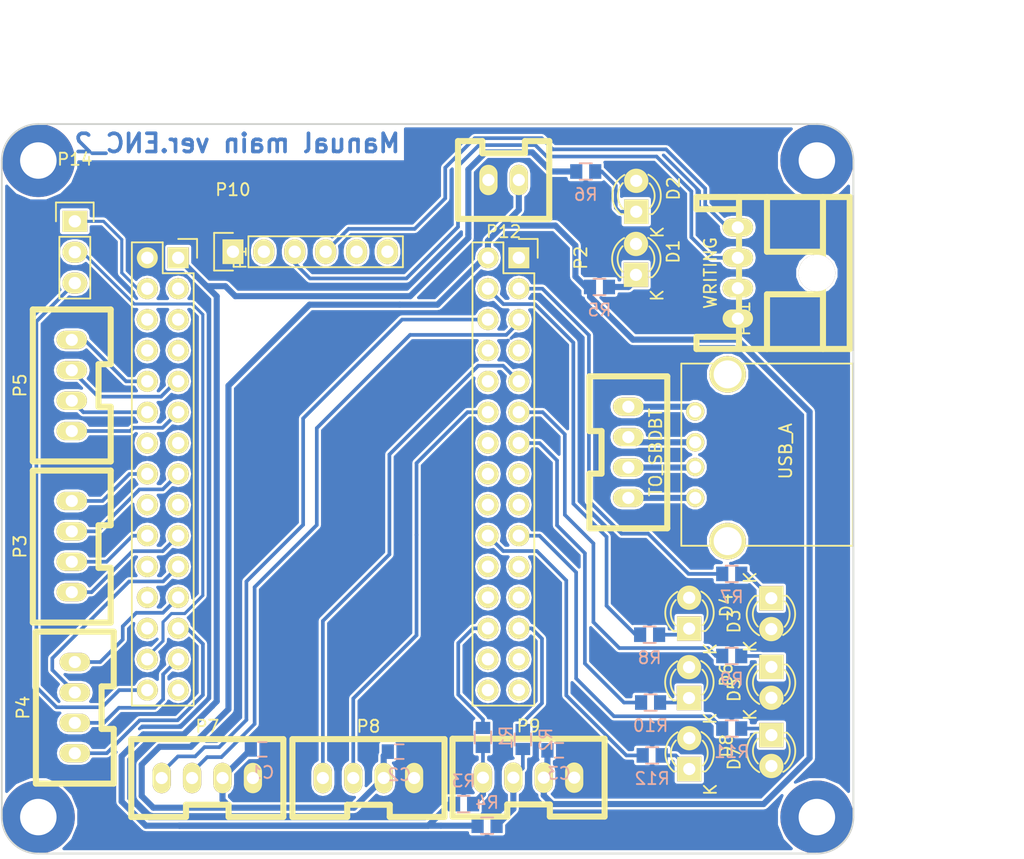
<source format=kicad_pcb>
(kicad_pcb (version 4) (host pcbnew 4.0.1-stable)

  (general
    (links 75)
    (no_connects 1)
    (area 126.924999 59.924999 197.075001 120.075001)
    (thickness 1.6)
    (drawings 13)
    (tracks 303)
    (zones 0)
    (modules 37)
    (nets 81)
  )

  (page A4)
  (layers
    (0 F.Cu signal)
    (31 B.Cu signal)
    (32 B.Adhes user)
    (33 F.Adhes user)
    (34 B.Paste user)
    (35 F.Paste user)
    (36 B.SilkS user)
    (37 F.SilkS user)
    (38 B.Mask user)
    (39 F.Mask user)
    (40 Dwgs.User user)
    (41 Cmts.User user)
    (42 Eco1.User user)
    (43 Eco2.User user)
    (44 Edge.Cuts user)
    (45 Margin user)
    (46 B.CrtYd user)
    (47 F.CrtYd user)
    (48 B.Fab user)
    (49 F.Fab user)
  )

  (setup
    (last_trace_width 0.5)
    (user_trace_width 0.3)
    (user_trace_width 0.5)
    (user_trace_width 1)
    (trace_clearance 0.2)
    (zone_clearance 0.2)
    (zone_45_only no)
    (trace_min 0.2)
    (segment_width 0.2)
    (edge_width 0.15)
    (via_size 0.6)
    (via_drill 0.4)
    (via_min_size 0.4)
    (via_min_drill 0.3)
    (user_via 6 3)
    (uvia_size 0.3)
    (uvia_drill 0.1)
    (uvias_allowed no)
    (uvia_min_size 0.2)
    (uvia_min_drill 0.1)
    (pcb_text_width 0.3)
    (pcb_text_size 1.5 1.5)
    (mod_edge_width 0.15)
    (mod_text_size 1 1)
    (mod_text_width 0.15)
    (pad_size 1.524 1.524)
    (pad_drill 0.762)
    (pad_to_mask_clearance 0.2)
    (aux_axis_origin 0 0)
    (visible_elements 7FFFFFFF)
    (pcbplotparams
      (layerselection 0x01000_80000000)
      (usegerberextensions false)
      (excludeedgelayer true)
      (linewidth 0.100000)
      (plotframeref false)
      (viasonmask false)
      (mode 1)
      (useauxorigin false)
      (hpglpennumber 1)
      (hpglpenspeed 20)
      (hpglpendiameter 15)
      (hpglpenoverlay 2)
      (psnegative false)
      (psa4output false)
      (plotreference true)
      (plotvalue true)
      (plotinvisibletext false)
      (padsonsilk false)
      (subtractmaskfromsilk false)
      (outputformat 1)
      (mirror false)
      (drillshape 0)
      (scaleselection 1)
      (outputdirectory ""))
  )

  (net 0 "")
  (net 1 +5V)
  (net 2 GND)
  (net 3 "Net-(D1-Pad1)")
  (net 4 "Net-(D2-Pad1)")
  (net 5 +3.3V)
  (net 6 /E6)
  (net 7 /E5)
  (net 8 /C1)
  (net 9 /C0)
  (net 10 /C3)
  (net 11 /C2)
  (net 12 /A1)
  (net 13 /A0)
  (net 14 /A3)
  (net 15 /A2)
  (net 16 /A5)
  (net 17 /A4)
  (net 18 /A7)
  (net 19 /A6)
  (net 20 /C5)
  (net 21 /C4)
  (net 22 /B1)
  (net 23 /B0)
  (net 24 /E9)
  (net 25 /E8)
  (net 26 /E11)
  (net 27 /E10)
  (net 28 /E13)
  (net 29 /E12)
  (net 30 /B10)
  (net 31 /E14)
  (net 32 /B11)
  (net 33 /B13)
  (net 34 /B9)
  (net 35 /B8)
  (net 36 /B7)
  (net 37 /B6)
  (net 38 /B5)
  (net 39 /B4)
  (net 40 /B3)
  (net 41 /D6)
  (net 42 /D5)
  (net 43 /D2)
  (net 44 /C12)
  (net 45 /A15)
  (net 46 /A11)
  (net 47 /A10)
  (net 48 /A9)
  (net 49 /A8)
  (net 50 /C9)
  (net 51 /C8)
  (net 52 /C7)
  (net 53 /C6)
  (net 54 /D15)
  (net 55 /D14)
  (net 56 /D13)
  (net 57 /D12)
  (net 58 /D9)
  (net 59 /D8)
  (net 60 /B14)
  (net 61 /B15)
  (net 62 "Net-(P9-Pad4)")
  (net 63 "Net-(P9-Pad3)")
  (net 64 "Net-(P10-Pad2)")
  (net 65 /CLK)
  (net 66 /DIO)
  (net 67 "Net-(P10-Pad5)")
  (net 68 "Net-(P10-Pad6)")
  (net 69 "Net-(P11-Pad2)")
  (net 70 /GND_USB)
  (net 71 /D+)
  (net 72 /D-)
  (net 73 /Vcc)
  (net 74 "Net-(P13-Pad5)")
  (net 75 "Net-(D3-Pad1)")
  (net 76 "Net-(D4-Pad1)")
  (net 77 "Net-(D5-Pad1)")
  (net 78 "Net-(D6-Pad1)")
  (net 79 "Net-(D7-Pad1)")
  (net 80 "Net-(D8-Pad1)")

  (net_class Default "これは標準のネット クラスです。"
    (clearance 0.2)
    (trace_width 0.25)
    (via_dia 0.6)
    (via_drill 0.4)
    (uvia_dia 0.3)
    (uvia_drill 0.1)
    (add_net +3.3V)
    (add_net +5V)
    (add_net /A0)
    (add_net /A1)
    (add_net /A10)
    (add_net /A11)
    (add_net /A15)
    (add_net /A2)
    (add_net /A3)
    (add_net /A4)
    (add_net /A5)
    (add_net /A6)
    (add_net /A7)
    (add_net /A8)
    (add_net /A9)
    (add_net /B0)
    (add_net /B1)
    (add_net /B10)
    (add_net /B11)
    (add_net /B13)
    (add_net /B14)
    (add_net /B15)
    (add_net /B3)
    (add_net /B4)
    (add_net /B5)
    (add_net /B6)
    (add_net /B7)
    (add_net /B8)
    (add_net /B9)
    (add_net /C0)
    (add_net /C1)
    (add_net /C12)
    (add_net /C2)
    (add_net /C3)
    (add_net /C4)
    (add_net /C5)
    (add_net /C6)
    (add_net /C7)
    (add_net /C8)
    (add_net /C9)
    (add_net /CLK)
    (add_net /D+)
    (add_net /D-)
    (add_net /D12)
    (add_net /D13)
    (add_net /D14)
    (add_net /D15)
    (add_net /D2)
    (add_net /D5)
    (add_net /D6)
    (add_net /D8)
    (add_net /D9)
    (add_net /DIO)
    (add_net /E10)
    (add_net /E11)
    (add_net /E12)
    (add_net /E13)
    (add_net /E14)
    (add_net /E5)
    (add_net /E6)
    (add_net /E8)
    (add_net /E9)
    (add_net /GND_USB)
    (add_net /Vcc)
    (add_net GND)
    (add_net "Net-(D1-Pad1)")
    (add_net "Net-(D2-Pad1)")
    (add_net "Net-(D3-Pad1)")
    (add_net "Net-(D4-Pad1)")
    (add_net "Net-(D5-Pad1)")
    (add_net "Net-(D6-Pad1)")
    (add_net "Net-(D7-Pad1)")
    (add_net "Net-(D8-Pad1)")
    (add_net "Net-(P10-Pad2)")
    (add_net "Net-(P10-Pad5)")
    (add_net "Net-(P10-Pad6)")
    (add_net "Net-(P11-Pad2)")
    (add_net "Net-(P13-Pad5)")
    (add_net "Net-(P9-Pad3)")
    (add_net "Net-(P9-Pad4)")
  )

  (module Capacitors_SMD:C_0603 (layer B.Cu) (tedit 581D9BE1) (tstamp 5B3F33E7)
    (at 148.42 111.43)
    (descr "Capacitor SMD 0603, reflow soldering, AVX (see smccp.pdf)")
    (tags "capacitor 0603")
    (path /5B40151A)
    (attr smd)
    (fp_text reference C1 (at 0 1.9) (layer B.SilkS)
      (effects (font (size 1 1) (thickness 0.15)) (justify mirror))
    )
    (fp_text value 0.1u (at 0 -1.9) (layer B.Fab)
      (effects (font (size 1 1) (thickness 0.15)) (justify mirror))
    )
    (fp_line (start -0.8 -0.4) (end -0.8 0.4) (layer B.Fab) (width 0.15))
    (fp_line (start 0.8 -0.4) (end -0.8 -0.4) (layer B.Fab) (width 0.15))
    (fp_line (start 0.8 0.4) (end 0.8 -0.4) (layer B.Fab) (width 0.15))
    (fp_line (start -0.8 0.4) (end 0.8 0.4) (layer B.Fab) (width 0.15))
    (fp_line (start -1.45 0.75) (end 1.45 0.75) (layer B.CrtYd) (width 0.05))
    (fp_line (start -1.45 -0.75) (end 1.45 -0.75) (layer B.CrtYd) (width 0.05))
    (fp_line (start -1.45 0.75) (end -1.45 -0.75) (layer B.CrtYd) (width 0.05))
    (fp_line (start 1.45 0.75) (end 1.45 -0.75) (layer B.CrtYd) (width 0.05))
    (fp_line (start -0.35 0.6) (end 0.35 0.6) (layer B.SilkS) (width 0.15))
    (fp_line (start 0.35 -0.6) (end -0.35 -0.6) (layer B.SilkS) (width 0.15))
    (pad 1 smd rect (at -0.95 0) (size 1 1.2) (layers B.Cu B.Paste B.Mask)
      (net 1 +5V))
    (pad 2 smd rect (at 0.93 0) (size 1 1.2) (layers B.Cu B.Paste B.Mask)
      (net 2 GND))
    (model Capacitors_SMD.3dshapes/C_0603.wrl
      (at (xyz 0 0 0))
      (scale (xyz 1 1 1))
      (rotate (xyz 0 0 0))
    )
  )

  (module Capacitors_SMD:C_0603 (layer B.Cu) (tedit 581D9BE1) (tstamp 5B3F33ED)
    (at 159.68 111.62)
    (descr "Capacitor SMD 0603, reflow soldering, AVX (see smccp.pdf)")
    (tags "capacitor 0603")
    (path /5B40184D)
    (attr smd)
    (fp_text reference C2 (at 0 1.9) (layer B.SilkS)
      (effects (font (size 1 1) (thickness 0.15)) (justify mirror))
    )
    (fp_text value 0.1u (at 0 -1.9) (layer B.Fab)
      (effects (font (size 1 1) (thickness 0.15)) (justify mirror))
    )
    (fp_line (start -0.8 -0.4) (end -0.8 0.4) (layer B.Fab) (width 0.15))
    (fp_line (start 0.8 -0.4) (end -0.8 -0.4) (layer B.Fab) (width 0.15))
    (fp_line (start 0.8 0.4) (end 0.8 -0.4) (layer B.Fab) (width 0.15))
    (fp_line (start -0.8 0.4) (end 0.8 0.4) (layer B.Fab) (width 0.15))
    (fp_line (start -1.45 0.75) (end 1.45 0.75) (layer B.CrtYd) (width 0.05))
    (fp_line (start -1.45 -0.75) (end 1.45 -0.75) (layer B.CrtYd) (width 0.05))
    (fp_line (start -1.45 0.75) (end -1.45 -0.75) (layer B.CrtYd) (width 0.05))
    (fp_line (start 1.45 0.75) (end 1.45 -0.75) (layer B.CrtYd) (width 0.05))
    (fp_line (start -0.35 0.6) (end 0.35 0.6) (layer B.SilkS) (width 0.15))
    (fp_line (start 0.35 -0.6) (end -0.35 -0.6) (layer B.SilkS) (width 0.15))
    (pad 1 smd rect (at -0.95 0) (size 1 1.2) (layers B.Cu B.Paste B.Mask)
      (net 1 +5V))
    (pad 2 smd rect (at 0.93 0) (size 1 1.2) (layers B.Cu B.Paste B.Mask)
      (net 2 GND))
    (model Capacitors_SMD.3dshapes/C_0603.wrl
      (at (xyz 0 0 0))
      (scale (xyz 1 1 1))
      (rotate (xyz 0 0 0))
    )
  )

  (module Capacitors_SMD:C_0603 (layer B.Cu) (tedit 581D9BE1) (tstamp 5B3F33F3)
    (at 172.8 111.51)
    (descr "Capacitor SMD 0603, reflow soldering, AVX (see smccp.pdf)")
    (tags "capacitor 0603")
    (path /5B3FEAB4)
    (attr smd)
    (fp_text reference C3 (at 0 1.9) (layer B.SilkS)
      (effects (font (size 1 1) (thickness 0.15)) (justify mirror))
    )
    (fp_text value 0.1u (at 0 -1.9) (layer B.Fab)
      (effects (font (size 1 1) (thickness 0.15)) (justify mirror))
    )
    (fp_line (start -0.8 -0.4) (end -0.8 0.4) (layer B.Fab) (width 0.15))
    (fp_line (start 0.8 -0.4) (end -0.8 -0.4) (layer B.Fab) (width 0.15))
    (fp_line (start 0.8 0.4) (end 0.8 -0.4) (layer B.Fab) (width 0.15))
    (fp_line (start -0.8 0.4) (end 0.8 0.4) (layer B.Fab) (width 0.15))
    (fp_line (start -1.45 0.75) (end 1.45 0.75) (layer B.CrtYd) (width 0.05))
    (fp_line (start -1.45 -0.75) (end 1.45 -0.75) (layer B.CrtYd) (width 0.05))
    (fp_line (start -1.45 0.75) (end -1.45 -0.75) (layer B.CrtYd) (width 0.05))
    (fp_line (start 1.45 0.75) (end 1.45 -0.75) (layer B.CrtYd) (width 0.05))
    (fp_line (start -0.35 0.6) (end 0.35 0.6) (layer B.SilkS) (width 0.15))
    (fp_line (start 0.35 -0.6) (end -0.35 -0.6) (layer B.SilkS) (width 0.15))
    (pad 1 smd rect (at -0.95 0) (size 1 1.2) (layers B.Cu B.Paste B.Mask)
      (net 1 +5V))
    (pad 2 smd rect (at 0.93 0) (size 1 1.2) (layers B.Cu B.Paste B.Mask)
      (net 2 GND))
    (model Capacitors_SMD.3dshapes/C_0603.wrl
      (at (xyz 0 0 0))
      (scale (xyz 1 1 1))
      (rotate (xyz 0 0 0))
    )
  )

  (module RP_KiCAD_Connector:XA_4T (layer F.Cu) (tedit 59426AB6) (tstamp 5B3F344B)
    (at 132.75 98.5 90)
    (path /5B3F3F02)
    (fp_text reference P3 (at 3.75 -4.25 90) (layer F.SilkS)
      (effects (font (size 1 1) (thickness 0.15)))
    )
    (fp_text value MD0_1 (at 0 -0.5 90) (layer F.Fab)
      (effects (font (size 1 1) (thickness 0.15)))
    )
    (fp_line (start -2.5 3.2) (end 2 3.2) (layer F.SilkS) (width 0.5))
    (fp_line (start 2 3.2) (end 2 2.2) (layer F.SilkS) (width 0.5))
    (fp_line (start 2 2.2) (end 5.5 2.2) (layer F.SilkS) (width 0.5))
    (fp_line (start 5.5 2.2) (end 5.5 3.2) (layer F.SilkS) (width 0.5))
    (fp_line (start 5.5 3.2) (end 10 3.2) (layer F.SilkS) (width 0.5))
    (fp_line (start 10 -3.2) (end -2.5 -3.2) (layer F.SilkS) (width 0.5))
    (fp_line (start 10 3.2) (end 10 -3.2) (layer F.SilkS) (width 0.5))
    (fp_line (start -2.5 -3.2) (end -2.5 3.2) (layer F.SilkS) (width 0.5))
    (pad 4 thru_hole oval (at 0 0 90) (size 1.5 2.5) (drill 1) (layers *.Cu *.Mask F.SilkS)
      (net 23 /B0))
    (pad 3 thru_hole oval (at 2.5 0 90) (size 1.5 2.5) (drill 1) (layers *.Cu *.Mask F.SilkS)
      (net 22 /B1))
    (pad 2 thru_hole oval (at 5 0 90) (size 1.5 2.5) (drill 1) (layers *.Cu *.Mask F.SilkS)
      (net 19 /A6))
    (pad 1 thru_hole oval (at 7.5 0 90) (size 1.5 2.5) (drill 1) (layers *.Cu *.Mask F.SilkS)
      (net 18 /A7))
    (model conn_XA/XA_4T.wrl
      (at (xyz 0.15 0 0))
      (scale (xyz 3.95 3.95 3.95))
      (rotate (xyz -90 0 0))
    )
  )

  (module RP_KiCAD_Connector:XA_4T (layer F.Cu) (tedit 59426AB6) (tstamp 5B3F3453)
    (at 133 111.75 90)
    (path /5B3F40EA)
    (fp_text reference P4 (at 3.75 -4.25 90) (layer F.SilkS)
      (effects (font (size 1 1) (thickness 0.15)))
    )
    (fp_text value MD2_3 (at 0 -0.5 90) (layer F.Fab)
      (effects (font (size 1 1) (thickness 0.15)))
    )
    (fp_line (start -2.5 3.2) (end 2 3.2) (layer F.SilkS) (width 0.5))
    (fp_line (start 2 3.2) (end 2 2.2) (layer F.SilkS) (width 0.5))
    (fp_line (start 2 2.2) (end 5.5 2.2) (layer F.SilkS) (width 0.5))
    (fp_line (start 5.5 2.2) (end 5.5 3.2) (layer F.SilkS) (width 0.5))
    (fp_line (start 5.5 3.2) (end 10 3.2) (layer F.SilkS) (width 0.5))
    (fp_line (start 10 -3.2) (end -2.5 -3.2) (layer F.SilkS) (width 0.5))
    (fp_line (start 10 3.2) (end 10 -3.2) (layer F.SilkS) (width 0.5))
    (fp_line (start -2.5 -3.2) (end -2.5 3.2) (layer F.SilkS) (width 0.5))
    (pad 4 thru_hole oval (at 0 0 90) (size 1.5 2.5) (drill 1) (layers *.Cu *.Mask F.SilkS)
      (net 29 /E12))
    (pad 3 thru_hole oval (at 2.5 0 90) (size 1.5 2.5) (drill 1) (layers *.Cu *.Mask F.SilkS)
      (net 31 /E14))
    (pad 2 thru_hole oval (at 5 0 90) (size 1.5 2.5) (drill 1) (layers *.Cu *.Mask F.SilkS)
      (net 25 /E8))
    (pad 1 thru_hole oval (at 7.5 0 90) (size 1.5 2.5) (drill 1) (layers *.Cu *.Mask F.SilkS)
      (net 27 /E10))
    (model conn_XA/XA_4T.wrl
      (at (xyz 0.15 0 0))
      (scale (xyz 3.95 3.95 3.95))
      (rotate (xyz -90 0 0))
    )
  )

  (module RP_KiCAD_Connector:XA_4T (layer F.Cu) (tedit 59426AB6) (tstamp 5B3F345B)
    (at 132.75 85.25 90)
    (path /5B3F4132)
    (fp_text reference P5 (at 3.75 -4.25 90) (layer F.SilkS)
      (effects (font (size 1 1) (thickness 0.15)))
    )
    (fp_text value MD4_5 (at 0 -0.5 90) (layer F.Fab)
      (effects (font (size 1 1) (thickness 0.15)))
    )
    (fp_line (start -2.5 3.2) (end 2 3.2) (layer F.SilkS) (width 0.5))
    (fp_line (start 2 3.2) (end 2 2.2) (layer F.SilkS) (width 0.5))
    (fp_line (start 2 2.2) (end 5.5 2.2) (layer F.SilkS) (width 0.5))
    (fp_line (start 5.5 2.2) (end 5.5 3.2) (layer F.SilkS) (width 0.5))
    (fp_line (start 5.5 3.2) (end 10 3.2) (layer F.SilkS) (width 0.5))
    (fp_line (start 10 -3.2) (end -2.5 -3.2) (layer F.SilkS) (width 0.5))
    (fp_line (start 10 3.2) (end 10 -3.2) (layer F.SilkS) (width 0.5))
    (fp_line (start -2.5 -3.2) (end -2.5 3.2) (layer F.SilkS) (width 0.5))
    (pad 4 thru_hole oval (at 0 0 90) (size 1.5 2.5) (drill 1) (layers *.Cu *.Mask F.SilkS)
      (net 15 /A2))
    (pad 3 thru_hole oval (at 2.5 0 90) (size 1.5 2.5) (drill 1) (layers *.Cu *.Mask F.SilkS)
      (net 14 /A3))
    (pad 2 thru_hole oval (at 5 0 90) (size 1.5 2.5) (drill 1) (layers *.Cu *.Mask F.SilkS)
      (net 13 /A0))
    (pad 1 thru_hole oval (at 7.5 0 90) (size 1.5 2.5) (drill 1) (layers *.Cu *.Mask F.SilkS)
      (net 12 /A1))
    (model conn_XA/XA_4T.wrl
      (at (xyz 0.15 0 0))
      (scale (xyz 3.95 3.95 3.95))
      (rotate (xyz -90 0 0))
    )
  )

  (module RP_KiCAD_Connector:XA_4T (layer F.Cu) (tedit 59426AB6) (tstamp 5B3F346B)
    (at 140.14 113.79)
    (path /5B3F49B7)
    (fp_text reference P7 (at 3.75 -4.25) (layer F.SilkS)
      (effects (font (size 1 1) (thickness 0.15)))
    )
    (fp_text value SERIAL0 (at 0 -0.5) (layer F.Fab)
      (effects (font (size 1 1) (thickness 0.15)))
    )
    (fp_line (start -2.5 3.2) (end 2 3.2) (layer F.SilkS) (width 0.5))
    (fp_line (start 2 3.2) (end 2 2.2) (layer F.SilkS) (width 0.5))
    (fp_line (start 2 2.2) (end 5.5 2.2) (layer F.SilkS) (width 0.5))
    (fp_line (start 5.5 2.2) (end 5.5 3.2) (layer F.SilkS) (width 0.5))
    (fp_line (start 5.5 3.2) (end 10 3.2) (layer F.SilkS) (width 0.5))
    (fp_line (start 10 -3.2) (end -2.5 -3.2) (layer F.SilkS) (width 0.5))
    (fp_line (start 10 3.2) (end 10 -3.2) (layer F.SilkS) (width 0.5))
    (fp_line (start -2.5 -3.2) (end -2.5 3.2) (layer F.SilkS) (width 0.5))
    (pad 4 thru_hole oval (at 0 0) (size 1.5 2.5) (drill 1) (layers *.Cu *.Mask F.SilkS)
      (net 36 /B7))
    (pad 3 thru_hole oval (at 2.5 0) (size 1.5 2.5) (drill 1) (layers *.Cu *.Mask F.SilkS)
      (net 37 /B6))
    (pad 2 thru_hole oval (at 5 0) (size 1.5 2.5) (drill 1) (layers *.Cu *.Mask F.SilkS)
      (net 1 +5V))
    (pad 1 thru_hole oval (at 7.5 0) (size 1.5 2.5) (drill 1) (layers *.Cu *.Mask F.SilkS)
      (net 2 GND))
    (model conn_XA/XA_4T.wrl
      (at (xyz 0.15 0 0))
      (scale (xyz 3.95 3.95 3.95))
      (rotate (xyz -90 0 0))
    )
  )

  (module RP_KiCAD_Connector:XA_4T (layer F.Cu) (tedit 59426AB6) (tstamp 5B3F3473)
    (at 153.39 113.79)
    (path /5B3F4BE9)
    (fp_text reference P8 (at 3.75 -4.25) (layer F.SilkS)
      (effects (font (size 1 1) (thickness 0.15)))
    )
    (fp_text value SERIAL1 (at 0 -0.5) (layer F.Fab)
      (effects (font (size 1 1) (thickness 0.15)))
    )
    (fp_line (start -2.5 3.2) (end 2 3.2) (layer F.SilkS) (width 0.5))
    (fp_line (start 2 3.2) (end 2 2.2) (layer F.SilkS) (width 0.5))
    (fp_line (start 2 2.2) (end 5.5 2.2) (layer F.SilkS) (width 0.5))
    (fp_line (start 5.5 2.2) (end 5.5 3.2) (layer F.SilkS) (width 0.5))
    (fp_line (start 5.5 3.2) (end 10 3.2) (layer F.SilkS) (width 0.5))
    (fp_line (start 10 -3.2) (end -2.5 -3.2) (layer F.SilkS) (width 0.5))
    (fp_line (start 10 3.2) (end 10 -3.2) (layer F.SilkS) (width 0.5))
    (fp_line (start -2.5 -3.2) (end -2.5 3.2) (layer F.SilkS) (width 0.5))
    (pad 4 thru_hole oval (at 0 0) (size 1.5 2.5) (drill 1) (layers *.Cu *.Mask F.SilkS)
      (net 41 /D6))
    (pad 3 thru_hole oval (at 2.5 0) (size 1.5 2.5) (drill 1) (layers *.Cu *.Mask F.SilkS)
      (net 42 /D5))
    (pad 2 thru_hole oval (at 5 0) (size 1.5 2.5) (drill 1) (layers *.Cu *.Mask F.SilkS)
      (net 1 +5V))
    (pad 1 thru_hole oval (at 7.5 0) (size 1.5 2.5) (drill 1) (layers *.Cu *.Mask F.SilkS)
      (net 2 GND))
    (model conn_XA/XA_4T.wrl
      (at (xyz 0.15 0 0))
      (scale (xyz 3.95 3.95 3.95))
      (rotate (xyz -90 0 0))
    )
  )

  (module RP_KiCAD_Connector:XA_4T (layer F.Cu) (tedit 59426AB6) (tstamp 5B3F347B)
    (at 166.55 113.76)
    (path /5B3F4E0F)
    (fp_text reference P9 (at 3.75 -4.25) (layer F.SilkS)
      (effects (font (size 1 1) (thickness 0.15)))
    )
    (fp_text value ENC0 (at 0 -0.5) (layer F.Fab)
      (effects (font (size 1 1) (thickness 0.15)))
    )
    (fp_line (start -2.5 3.2) (end 2 3.2) (layer F.SilkS) (width 0.5))
    (fp_line (start 2 3.2) (end 2 2.2) (layer F.SilkS) (width 0.5))
    (fp_line (start 2 2.2) (end 5.5 2.2) (layer F.SilkS) (width 0.5))
    (fp_line (start 5.5 2.2) (end 5.5 3.2) (layer F.SilkS) (width 0.5))
    (fp_line (start 5.5 3.2) (end 10 3.2) (layer F.SilkS) (width 0.5))
    (fp_line (start 10 -3.2) (end -2.5 -3.2) (layer F.SilkS) (width 0.5))
    (fp_line (start 10 3.2) (end 10 -3.2) (layer F.SilkS) (width 0.5))
    (fp_line (start -2.5 -3.2) (end -2.5 3.2) (layer F.SilkS) (width 0.5))
    (pad 4 thru_hole oval (at 0 0) (size 1.5 2.5) (drill 1) (layers *.Cu *.Mask F.SilkS)
      (net 62 "Net-(P9-Pad4)"))
    (pad 3 thru_hole oval (at 2.5 0) (size 1.5 2.5) (drill 1) (layers *.Cu *.Mask F.SilkS)
      (net 63 "Net-(P9-Pad3)"))
    (pad 2 thru_hole oval (at 5 0) (size 1.5 2.5) (drill 1) (layers *.Cu *.Mask F.SilkS)
      (net 1 +5V))
    (pad 1 thru_hole oval (at 7.5 0) (size 1.5 2.5) (drill 1) (layers *.Cu *.Mask F.SilkS)
      (net 2 GND))
    (model conn_XA/XA_4T.wrl
      (at (xyz 0.15 0 0))
      (scale (xyz 3.95 3.95 3.95))
      (rotate (xyz -90 0 0))
    )
  )

  (module RP_KiCAD_Connector:XA_4LC (layer F.Cu) (tedit 5B3F3F6B) (tstamp 5B3F348E)
    (at 187.5 76 90)
    (path /5B3F6289)
    (fp_text reference P11 (at 0 0.5 90) (layer F.SilkS)
      (effects (font (size 1 1) (thickness 0.15)))
    )
    (fp_text value WRITING (at 3.75 -2.25 90) (layer F.SilkS)
      (effects (font (size 1 1) (thickness 0.15)))
    )
    (fp_line (start 10 -3.4) (end 9 -3.4) (layer F.SilkS) (width 0.5))
    (fp_line (start 9 -3.4) (end 9 0.1) (layer F.SilkS) (width 0.5))
    (fp_line (start -2.5 -3.4) (end -1.5 -3.4) (layer F.SilkS) (width 0.5))
    (fp_line (start -1.5 -3.4) (end -1.5 0.1) (layer F.SilkS) (width 0.5))
    (fp_line (start 10 0.1) (end -2.5 0.1) (layer F.SilkS) (width 0.5))
    (fp_line (start 5.5 2.4) (end 10 2.4) (layer F.SilkS) (width 0.5))
    (fp_line (start 2 2.4) (end -2.5 2.4) (layer F.SilkS) (width 0.5))
    (fp_line (start 5.5 2.4) (end 5.5 7) (layer F.SilkS) (width 0.5))
    (fp_line (start 2 2.4) (end 2 7) (layer F.SilkS) (width 0.5))
    (fp_line (start -2.5 7) (end 10 7) (layer F.SilkS) (width 0.5))
    (fp_line (start 10 -3.4) (end 10 9.2) (layer F.SilkS) (width 0.5))
    (fp_line (start 10 9.2) (end -2.5 9.2) (layer F.SilkS) (width 0.5))
    (fp_line (start -2.5 -3.4) (end -2.5 9.2) (layer F.SilkS) (width 0.5))
    (pad 1 thru_hole oval (at 0 0 90) (size 1.5 2.5) (drill 1) (layers *.Cu *.Mask F.SilkS)
      (net 2 GND))
    (pad 2 thru_hole oval (at 2.5 0 90) (size 1.5 2.5) (drill 1) (layers *.Cu *.Mask F.SilkS)
      (net 69 "Net-(P11-Pad2)"))
    (pad 3 thru_hole oval (at 5 0 90) (size 1.5 2.5) (drill 1) (layers *.Cu *.Mask F.SilkS)
      (net 65 /CLK))
    (pad 4 thru_hole oval (at 7.5 0 90) (size 1.5 2.5) (drill 1) (layers *.Cu *.Mask F.SilkS)
      (net 66 /DIO))
    (pad "" thru_hole circle (at 3.75 6.5 90) (size 3 3) (drill 3) (layers *.Cu *.Mask F.SilkS)
      (clearance -0.3))
    (model conn_XA/XA_4S.wrl
      (at (xyz 0.15 -0.2 0))
      (scale (xyz 4 4 4))
      (rotate (xyz 0 0 180))
    )
  )

  (module RP_KiCAD_Connector:XA_2T (layer F.Cu) (tedit 5943A9DF) (tstamp 5B3F3494)
    (at 169.5 64.6 180)
    (path /5B3F2F86)
    (fp_text reference P12 (at 1.25 -4.25 180) (layer F.SilkS)
      (effects (font (size 1 1) (thickness 0.15)))
    )
    (fp_text value 5V_in (at 0 -0.5 180) (layer F.Fab)
      (effects (font (size 1 1) (thickness 0.15)))
    )
    (fp_line (start -2.5 3.2) (end -0.5 3.2) (layer F.SilkS) (width 0.5))
    (fp_line (start -0.5 3.2) (end -0.5 2.2) (layer F.SilkS) (width 0.5))
    (fp_line (start -0.5 2.2) (end 3 2.2) (layer F.SilkS) (width 0.5))
    (fp_line (start 3 2.2) (end 3 3.2) (layer F.SilkS) (width 0.5))
    (fp_line (start 3 3.2) (end 5 3.2) (layer F.SilkS) (width 0.5))
    (fp_line (start -2.5 -3.2) (end -2.5 3.2) (layer F.SilkS) (width 0.5))
    (fp_line (start 5 3.2) (end 5 -3.2) (layer F.SilkS) (width 0.5))
    (fp_line (start 5 -3.2) (end -2.5 -3.2) (layer F.SilkS) (width 0.5))
    (pad 2 thru_hole oval (at 0 0 180) (size 1.5 2.5) (drill 1) (layers *.Cu *.Mask F.SilkS)
      (net 1 +5V))
    (pad 1 thru_hole oval (at 2.5 0 180) (size 1.5 2.5) (drill 1) (layers *.Cu *.Mask F.SilkS)
      (net 2 GND))
    (model conn_XA/XA_2T.wrl
      (at (xyz 0.05 0 0))
      (scale (xyz 4 4 4))
      (rotate (xyz -90 0 0))
    )
  )

  (module Connect:USB_A (layer F.Cu) (tedit 5B3F3FEC) (tstamp 5B3F349E)
    (at 184 90.75 90)
    (descr "USB A connector")
    (tags "USB USB_A")
    (path /5B3F77EC)
    (fp_text reference P13 (at 0 -2.35 90) (layer F.Fab)
      (effects (font (size 1 1) (thickness 0.15)))
    )
    (fp_text value USB_A (at 3.83794 7.43458 90) (layer F.SilkS)
      (effects (font (size 1 1) (thickness 0.15)))
    )
    (fp_line (start -5.3 13.2) (end -5.3 -1.4) (layer F.CrtYd) (width 0.05))
    (fp_line (start 11.95 -1.4) (end 11.95 13.2) (layer F.CrtYd) (width 0.05))
    (fp_line (start -5.3 13.2) (end 11.95 13.2) (layer F.CrtYd) (width 0.05))
    (fp_line (start -5.3 -1.4) (end 11.95 -1.4) (layer F.CrtYd) (width 0.05))
    (fp_line (start 11.04986 -1.14512) (end 11.04986 12.95188) (layer F.SilkS) (width 0.15))
    (fp_line (start -3.93614 12.95188) (end -3.93614 -1.14512) (layer F.SilkS) (width 0.15))
    (fp_line (start 11.04986 -1.14512) (end -3.93614 -1.14512) (layer F.SilkS) (width 0.15))
    (fp_line (start 11.04986 12.95188) (end -3.93614 12.95188) (layer F.SilkS) (width 0.15))
    (pad 4 thru_hole circle (at 7.11286 -0.00212) (size 1.50114 1.50114) (drill 1.00076) (layers *.Cu *.Mask F.SilkS)
      (net 70 /GND_USB))
    (pad 3 thru_hole circle (at 4.57286 -0.00212) (size 1.50114 1.50114) (drill 1.00076) (layers *.Cu *.Mask F.SilkS)
      (net 71 /D+))
    (pad 2 thru_hole circle (at 2.54086 -0.00212) (size 1.50114 1.50114) (drill 1.00076) (layers *.Cu *.Mask F.SilkS)
      (net 72 /D-))
    (pad 1 thru_hole circle (at 0.00086 -0.00212) (size 1.50114 1.50114) (drill 1.00076) (layers *.Cu *.Mask F.SilkS)
      (net 73 /Vcc))
    (pad 5 thru_hole circle (at 10.16086 2.66488) (size 2.99974 2.99974) (drill 2.30124) (layers *.Cu *.Mask F.SilkS)
      (net 74 "Net-(P13-Pad5)"))
    (pad 5 thru_hole circle (at -3.55514 2.66488) (size 2.99974 2.99974) (drill 2.30124) (layers *.Cu *.Mask F.SilkS)
      (net 74 "Net-(P13-Pad5)"))
    (model Connect.3dshapes/USB_A.wrl
      (at (xyz 0.14 0 0))
      (scale (xyz 1 1 1))
      (rotate (xyz 0 0 90))
    )
  )

  (module Pin_Headers:Pin_Header_Straight_1x03 (layer F.Cu) (tedit 0) (tstamp 5B3F34A5)
    (at 133 68)
    (descr "Through hole pin header")
    (tags "pin header")
    (path /5B3FC8AB)
    (fp_text reference P14 (at 0 -5.1) (layer F.SilkS)
      (effects (font (size 1 1) (thickness 0.15)))
    )
    (fp_text value PWM (at 0 -3.1) (layer F.Fab)
      (effects (font (size 1 1) (thickness 0.15)))
    )
    (fp_line (start -1.75 -1.75) (end -1.75 6.85) (layer F.CrtYd) (width 0.05))
    (fp_line (start 1.75 -1.75) (end 1.75 6.85) (layer F.CrtYd) (width 0.05))
    (fp_line (start -1.75 -1.75) (end 1.75 -1.75) (layer F.CrtYd) (width 0.05))
    (fp_line (start -1.75 6.85) (end 1.75 6.85) (layer F.CrtYd) (width 0.05))
    (fp_line (start -1.27 1.27) (end -1.27 6.35) (layer F.SilkS) (width 0.15))
    (fp_line (start -1.27 6.35) (end 1.27 6.35) (layer F.SilkS) (width 0.15))
    (fp_line (start 1.27 6.35) (end 1.27 1.27) (layer F.SilkS) (width 0.15))
    (fp_line (start 1.55 -1.55) (end 1.55 0) (layer F.SilkS) (width 0.15))
    (fp_line (start 1.27 1.27) (end -1.27 1.27) (layer F.SilkS) (width 0.15))
    (fp_line (start -1.55 0) (end -1.55 -1.55) (layer F.SilkS) (width 0.15))
    (fp_line (start -1.55 -1.55) (end 1.55 -1.55) (layer F.SilkS) (width 0.15))
    (pad 1 thru_hole rect (at 0 0) (size 2.032 1.7272) (drill 1.016) (layers *.Cu *.Mask F.SilkS)
      (net 6 /E6))
    (pad 2 thru_hole oval (at 0 2.54) (size 2.032 1.7272) (drill 1.016) (layers *.Cu *.Mask F.SilkS)
      (net 30 /B10))
    (pad 3 thru_hole oval (at 0 5.08) (size 2.032 1.7272) (drill 1.016) (layers *.Cu *.Mask F.SilkS)
      (net 32 /B11))
    (model Pin_Headers.3dshapes/Pin_Header_Straight_1x03.wrl
      (at (xyz 0 -0.1 0))
      (scale (xyz 1 1 1))
      (rotate (xyz 0 0 90))
    )
  )

  (module RP_KiCAD_Connector:XA_4T (layer F.Cu) (tedit 5B3F3FE6) (tstamp 5B3F34AD)
    (at 178.5 83.25 270)
    (path /5B3F8BA5)
    (fp_text reference P15 (at 3.75 -4.25 270) (layer F.Fab)
      (effects (font (size 1 1) (thickness 0.15)))
    )
    (fp_text value TO_SBDBT (at 3.75 -2.25 270) (layer F.SilkS)
      (effects (font (size 1 1) (thickness 0.15)))
    )
    (fp_line (start -2.5 3.2) (end 2 3.2) (layer F.SilkS) (width 0.5))
    (fp_line (start 2 3.2) (end 2 2.2) (layer F.SilkS) (width 0.5))
    (fp_line (start 2 2.2) (end 5.5 2.2) (layer F.SilkS) (width 0.5))
    (fp_line (start 5.5 2.2) (end 5.5 3.2) (layer F.SilkS) (width 0.5))
    (fp_line (start 5.5 3.2) (end 10 3.2) (layer F.SilkS) (width 0.5))
    (fp_line (start 10 -3.2) (end -2.5 -3.2) (layer F.SilkS) (width 0.5))
    (fp_line (start 10 3.2) (end 10 -3.2) (layer F.SilkS) (width 0.5))
    (fp_line (start -2.5 -3.2) (end -2.5 3.2) (layer F.SilkS) (width 0.5))
    (pad 4 thru_hole oval (at 0 0 270) (size 1.5 2.5) (drill 1) (layers *.Cu *.Mask F.SilkS)
      (net 70 /GND_USB))
    (pad 3 thru_hole oval (at 2.5 0 270) (size 1.5 2.5) (drill 1) (layers *.Cu *.Mask F.SilkS)
      (net 71 /D+))
    (pad 2 thru_hole oval (at 5 0 270) (size 1.5 2.5) (drill 1) (layers *.Cu *.Mask F.SilkS)
      (net 72 /D-))
    (pad 1 thru_hole oval (at 7.5 0 270) (size 1.5 2.5) (drill 1) (layers *.Cu *.Mask F.SilkS)
      (net 73 /Vcc))
    (model conn_XA/XA_4T.wrl
      (at (xyz 0.15 0 0))
      (scale (xyz 3.95 3.95 3.95))
      (rotate (xyz -90 0 0))
    )
  )

  (module Resistors_SMD:R_0603 (layer B.Cu) (tedit 581D9C24) (tstamp 5B3F34B3)
    (at 166.55 110.45 90)
    (descr "Resistor SMD 0603, reflow soldering, Vishay (see dcrcw.pdf)")
    (tags "resistor 0603")
    (path /5B3FFDC5)
    (attr smd)
    (fp_text reference R1 (at 0 1.9 90) (layer B.SilkS)
      (effects (font (size 1 1) (thickness 0.15)) (justify mirror))
    )
    (fp_text value 100 (at 0 -1.9 90) (layer B.Fab)
      (effects (font (size 1 1) (thickness 0.15)) (justify mirror))
    )
    (fp_line (start -1.3 0.8) (end 1.3 0.8) (layer B.CrtYd) (width 0.05))
    (fp_line (start -1.3 -0.8) (end 1.3 -0.8) (layer B.CrtYd) (width 0.05))
    (fp_line (start -1.3 0.8) (end -1.3 -0.8) (layer B.CrtYd) (width 0.05))
    (fp_line (start 1.3 0.8) (end 1.3 -0.8) (layer B.CrtYd) (width 0.05))
    (fp_line (start 0.5 -0.675) (end -0.5 -0.675) (layer B.SilkS) (width 0.15))
    (fp_line (start -0.5 0.675) (end 0.5 0.675) (layer B.SilkS) (width 0.15))
    (pad 1 smd rect (at -0.78 0 90) (size 1 1.2) (layers B.Cu B.Paste B.Mask)
      (net 62 "Net-(P9-Pad4)"))
    (pad 2 smd rect (at 0.78 0 90) (size 1 1.2) (layers B.Cu B.Paste B.Mask)
      (net 56 /D13))
    (model Resistors_SMD.3dshapes/R_0603.wrl
      (at (xyz 0 0 0))
      (scale (xyz 1 1 1))
      (rotate (xyz 0 0 0))
    )
  )

  (module Resistors_SMD:R_0603 (layer B.Cu) (tedit 581D9C24) (tstamp 5B3F34B9)
    (at 169.83 110.62 90)
    (descr "Resistor SMD 0603, reflow soldering, Vishay (see dcrcw.pdf)")
    (tags "resistor 0603")
    (path /5B3FFCFF)
    (attr smd)
    (fp_text reference R2 (at 0 1.9 90) (layer B.SilkS)
      (effects (font (size 1 1) (thickness 0.15)) (justify mirror))
    )
    (fp_text value 100 (at 0 -1.9 90) (layer B.Fab)
      (effects (font (size 1 1) (thickness 0.15)) (justify mirror))
    )
    (fp_line (start -1.3 0.8) (end 1.3 0.8) (layer B.CrtYd) (width 0.05))
    (fp_line (start -1.3 -0.8) (end 1.3 -0.8) (layer B.CrtYd) (width 0.05))
    (fp_line (start -1.3 0.8) (end -1.3 -0.8) (layer B.CrtYd) (width 0.05))
    (fp_line (start 1.3 0.8) (end 1.3 -0.8) (layer B.CrtYd) (width 0.05))
    (fp_line (start 0.5 -0.675) (end -0.5 -0.675) (layer B.SilkS) (width 0.15))
    (fp_line (start -0.5 0.675) (end 0.5 0.675) (layer B.SilkS) (width 0.15))
    (pad 1 smd rect (at -0.78 0 90) (size 1 1.2) (layers B.Cu B.Paste B.Mask)
      (net 63 "Net-(P9-Pad3)"))
    (pad 2 smd rect (at 0.78 0 90) (size 1 1.2) (layers B.Cu B.Paste B.Mask)
      (net 57 /D12))
    (model Resistors_SMD.3dshapes/R_0603.wrl
      (at (xyz 0 0 0))
      (scale (xyz 1 1 1))
      (rotate (xyz 0 0 0))
    )
  )

  (module Resistors_SMD:R_0603 (layer B.Cu) (tedit 581D9C24) (tstamp 5B3F34BF)
    (at 164.96 115.93 180)
    (descr "Resistor SMD 0603, reflow soldering, Vishay (see dcrcw.pdf)")
    (tags "resistor 0603")
    (path /5B3FF066)
    (attr smd)
    (fp_text reference R3 (at 0 1.9 180) (layer B.SilkS)
      (effects (font (size 1 1) (thickness 0.15)) (justify mirror))
    )
    (fp_text value 1k (at 0 -1.9 180) (layer B.Fab)
      (effects (font (size 1 1) (thickness 0.15)) (justify mirror))
    )
    (fp_line (start -1.3 0.8) (end 1.3 0.8) (layer B.CrtYd) (width 0.05))
    (fp_line (start -1.3 -0.8) (end 1.3 -0.8) (layer B.CrtYd) (width 0.05))
    (fp_line (start -1.3 0.8) (end -1.3 -0.8) (layer B.CrtYd) (width 0.05))
    (fp_line (start 1.3 0.8) (end 1.3 -0.8) (layer B.CrtYd) (width 0.05))
    (fp_line (start 0.5 -0.675) (end -0.5 -0.675) (layer B.SilkS) (width 0.15))
    (fp_line (start -0.5 0.675) (end 0.5 0.675) (layer B.SilkS) (width 0.15))
    (pad 1 smd rect (at -0.78 0 180) (size 1 1.2) (layers B.Cu B.Paste B.Mask)
      (net 62 "Net-(P9-Pad4)"))
    (pad 2 smd rect (at 0.78 0 180) (size 1 1.2) (layers B.Cu B.Paste B.Mask)
      (net 5 +3.3V))
    (model Resistors_SMD.3dshapes/R_0603.wrl
      (at (xyz 0 0 0))
      (scale (xyz 1 1 1))
      (rotate (xyz 0 0 0))
    )
  )

  (module Resistors_SMD:R_0603 (layer B.Cu) (tedit 581D9C24) (tstamp 5B3F34C5)
    (at 166.89 117.71 180)
    (descr "Resistor SMD 0603, reflow soldering, Vishay (see dcrcw.pdf)")
    (tags "resistor 0603")
    (path /5B3FF023)
    (attr smd)
    (fp_text reference R4 (at 0 1.9 180) (layer B.SilkS)
      (effects (font (size 1 1) (thickness 0.15)) (justify mirror))
    )
    (fp_text value 1k (at 0 -1.9 180) (layer B.Fab)
      (effects (font (size 1 1) (thickness 0.15)) (justify mirror))
    )
    (fp_line (start -1.3 0.8) (end 1.3 0.8) (layer B.CrtYd) (width 0.05))
    (fp_line (start -1.3 -0.8) (end 1.3 -0.8) (layer B.CrtYd) (width 0.05))
    (fp_line (start -1.3 0.8) (end -1.3 -0.8) (layer B.CrtYd) (width 0.05))
    (fp_line (start 1.3 0.8) (end 1.3 -0.8) (layer B.CrtYd) (width 0.05))
    (fp_line (start 0.5 -0.675) (end -0.5 -0.675) (layer B.SilkS) (width 0.15))
    (fp_line (start -0.5 0.675) (end 0.5 0.675) (layer B.SilkS) (width 0.15))
    (pad 1 smd rect (at -0.78 0 180) (size 1 1.2) (layers B.Cu B.Paste B.Mask)
      (net 63 "Net-(P9-Pad3)"))
    (pad 2 smd rect (at 0.78 0 180) (size 1 1.2) (layers B.Cu B.Paste B.Mask)
      (net 5 +3.3V))
    (model Resistors_SMD.3dshapes/R_0603.wrl
      (at (xyz 0 0 0))
      (scale (xyz 1 1 1))
      (rotate (xyz 0 0 0))
    )
  )

  (module Resistors_SMD:R_0603 (layer B.Cu) (tedit 581D9C24) (tstamp 5B3F34CB)
    (at 176.13 73.4)
    (descr "Resistor SMD 0603, reflow soldering, Vishay (see dcrcw.pdf)")
    (tags "resistor 0603")
    (path /5B3F31D8)
    (attr smd)
    (fp_text reference R5 (at 0 1.9) (layer B.SilkS)
      (effects (font (size 1 1) (thickness 0.15)) (justify mirror))
    )
    (fp_text value 510 (at 0 -1.9) (layer B.Fab)
      (effects (font (size 1 1) (thickness 0.15)) (justify mirror))
    )
    (fp_line (start -1.3 0.8) (end 1.3 0.8) (layer B.CrtYd) (width 0.05))
    (fp_line (start -1.3 -0.8) (end 1.3 -0.8) (layer B.CrtYd) (width 0.05))
    (fp_line (start -1.3 0.8) (end -1.3 -0.8) (layer B.CrtYd) (width 0.05))
    (fp_line (start 1.3 0.8) (end 1.3 -0.8) (layer B.CrtYd) (width 0.05))
    (fp_line (start 0.5 -0.675) (end -0.5 -0.675) (layer B.SilkS) (width 0.15))
    (fp_line (start -0.5 0.675) (end 0.5 0.675) (layer B.SilkS) (width 0.15))
    (pad 1 smd rect (at -0.78 0) (size 1 1.2) (layers B.Cu B.Paste B.Mask)
      (net 1 +5V))
    (pad 2 smd rect (at 0.78 0) (size 1 1.2) (layers B.Cu B.Paste B.Mask)
      (net 3 "Net-(D1-Pad1)"))
    (model Resistors_SMD.3dshapes/R_0603.wrl
      (at (xyz 0 0 0))
      (scale (xyz 1 1 1))
      (rotate (xyz 0 0 0))
    )
  )

  (module Resistors_SMD:R_0603 (layer B.Cu) (tedit 581D9C24) (tstamp 5B3F34D1)
    (at 175 63.9)
    (descr "Resistor SMD 0603, reflow soldering, Vishay (see dcrcw.pdf)")
    (tags "resistor 0603")
    (path /5B3F34C9)
    (attr smd)
    (fp_text reference R6 (at 0 1.9) (layer B.SilkS)
      (effects (font (size 1 1) (thickness 0.15)) (justify mirror))
    )
    (fp_text value 330 (at 0 -1.9) (layer B.Fab)
      (effects (font (size 1 1) (thickness 0.15)) (justify mirror))
    )
    (fp_line (start -1.3 0.8) (end 1.3 0.8) (layer B.CrtYd) (width 0.05))
    (fp_line (start -1.3 -0.8) (end 1.3 -0.8) (layer B.CrtYd) (width 0.05))
    (fp_line (start -1.3 0.8) (end -1.3 -0.8) (layer B.CrtYd) (width 0.05))
    (fp_line (start 1.3 0.8) (end 1.3 -0.8) (layer B.CrtYd) (width 0.05))
    (fp_line (start 0.5 -0.675) (end -0.5 -0.675) (layer B.SilkS) (width 0.15))
    (fp_line (start -0.5 0.675) (end 0.5 0.675) (layer B.SilkS) (width 0.15))
    (pad 1 smd rect (at -0.78 0) (size 1 1.2) (layers B.Cu B.Paste B.Mask)
      (net 5 +3.3V))
    (pad 2 smd rect (at 0.78 0) (size 1 1.2) (layers B.Cu B.Paste B.Mask)
      (net 4 "Net-(D2-Pad1)"))
    (model Resistors_SMD.3dshapes/R_0603.wrl
      (at (xyz 0 0 0))
      (scale (xyz 1 1 1))
      (rotate (xyz 0 0 0))
    )
  )

  (module LEDs:LED-3MM (layer F.Cu) (tedit 559B82F6) (tstamp 5B3F4015)
    (at 179.13 72.4 90)
    (descr "LED 3mm round vertical")
    (tags "LED  3mm round vertical")
    (path /5B3F32F5)
    (fp_text reference D1 (at 1.91 3.06 90) (layer F.SilkS)
      (effects (font (size 1 1) (thickness 0.15)))
    )
    (fp_text value LED (at 1.3 -2.9 90) (layer F.Fab)
      (effects (font (size 1 1) (thickness 0.15)))
    )
    (fp_line (start -1.2 2.3) (end 3.8 2.3) (layer F.CrtYd) (width 0.05))
    (fp_line (start 3.8 2.3) (end 3.8 -2.2) (layer F.CrtYd) (width 0.05))
    (fp_line (start 3.8 -2.2) (end -1.2 -2.2) (layer F.CrtYd) (width 0.05))
    (fp_line (start -1.2 -2.2) (end -1.2 2.3) (layer F.CrtYd) (width 0.05))
    (fp_line (start -0.199 1.314) (end -0.199 1.114) (layer F.SilkS) (width 0.15))
    (fp_line (start -0.199 -1.28) (end -0.199 -1.1) (layer F.SilkS) (width 0.15))
    (fp_arc (start 1.301 0.034) (end -0.199 -1.286) (angle 108.5) (layer F.SilkS) (width 0.15))
    (fp_arc (start 1.301 0.034) (end 0.25 -1.1) (angle 85.7) (layer F.SilkS) (width 0.15))
    (fp_arc (start 1.311 0.034) (end 3.051 0.994) (angle 110) (layer F.SilkS) (width 0.15))
    (fp_arc (start 1.301 0.034) (end 2.335 1.094) (angle 87.5) (layer F.SilkS) (width 0.15))
    (fp_text user K (at -1.69 1.74 90) (layer F.SilkS)
      (effects (font (size 1 1) (thickness 0.15)))
    )
    (pad 1 thru_hole rect (at 0 0 180) (size 2 2) (drill 1.00076) (layers *.Cu *.Mask F.SilkS)
      (net 3 "Net-(D1-Pad1)"))
    (pad 2 thru_hole circle (at 2.54 0 90) (size 2 2) (drill 1.00076) (layers *.Cu *.Mask F.SilkS)
      (net 2 GND))
    (model LEDs.3dshapes/LED-3MM.wrl
      (at (xyz 0.05 0 0))
      (scale (xyz 1 1 1))
      (rotate (xyz 0 0 90))
    )
  )

  (module LEDs:LED-3MM (layer F.Cu) (tedit 559B82F6) (tstamp 5B3F401A)
    (at 179.15 67.21 90)
    (descr "LED 3mm round vertical")
    (tags "LED  3mm round vertical")
    (path /5B3F366B)
    (fp_text reference D2 (at 1.91 3.06 90) (layer F.SilkS)
      (effects (font (size 1 1) (thickness 0.15)))
    )
    (fp_text value LED (at 1.3 -2.9 90) (layer F.Fab)
      (effects (font (size 1 1) (thickness 0.15)))
    )
    (fp_line (start -1.2 2.3) (end 3.8 2.3) (layer F.CrtYd) (width 0.05))
    (fp_line (start 3.8 2.3) (end 3.8 -2.2) (layer F.CrtYd) (width 0.05))
    (fp_line (start 3.8 -2.2) (end -1.2 -2.2) (layer F.CrtYd) (width 0.05))
    (fp_line (start -1.2 -2.2) (end -1.2 2.3) (layer F.CrtYd) (width 0.05))
    (fp_line (start -0.199 1.314) (end -0.199 1.114) (layer F.SilkS) (width 0.15))
    (fp_line (start -0.199 -1.28) (end -0.199 -1.1) (layer F.SilkS) (width 0.15))
    (fp_arc (start 1.301 0.034) (end -0.199 -1.286) (angle 108.5) (layer F.SilkS) (width 0.15))
    (fp_arc (start 1.301 0.034) (end 0.25 -1.1) (angle 85.7) (layer F.SilkS) (width 0.15))
    (fp_arc (start 1.311 0.034) (end 3.051 0.994) (angle 110) (layer F.SilkS) (width 0.15))
    (fp_arc (start 1.301 0.034) (end 2.335 1.094) (angle 87.5) (layer F.SilkS) (width 0.15))
    (fp_text user K (at -1.69 1.74 90) (layer F.SilkS)
      (effects (font (size 1 1) (thickness 0.15)))
    )
    (pad 1 thru_hole rect (at 0 0 180) (size 2 2) (drill 1.00076) (layers *.Cu *.Mask F.SilkS)
      (net 4 "Net-(D2-Pad1)"))
    (pad 2 thru_hole circle (at 2.54 0 90) (size 2 2) (drill 1.00076) (layers *.Cu *.Mask F.SilkS)
      (net 2 GND))
    (model LEDs.3dshapes/LED-3MM.wrl
      (at (xyz 0.05 0 0))
      (scale (xyz 1 1 1))
      (rotate (xyz 0 0 90))
    )
  )

  (module LEDs:LED-3MM (layer F.Cu) (tedit 559B82F6) (tstamp 5B3F4024)
    (at 190.25 99 270)
    (descr "LED 3mm round vertical")
    (tags "LED  3mm round vertical")
    (path /5B413307)
    (fp_text reference D3 (at 1.91 3.06 270) (layer F.SilkS)
      (effects (font (size 1 1) (thickness 0.15)))
    )
    (fp_text value LED (at 1.3 -2.9 270) (layer F.Fab)
      (effects (font (size 1 1) (thickness 0.15)))
    )
    (fp_line (start -1.2 2.3) (end 3.8 2.3) (layer F.CrtYd) (width 0.05))
    (fp_line (start 3.8 2.3) (end 3.8 -2.2) (layer F.CrtYd) (width 0.05))
    (fp_line (start 3.8 -2.2) (end -1.2 -2.2) (layer F.CrtYd) (width 0.05))
    (fp_line (start -1.2 -2.2) (end -1.2 2.3) (layer F.CrtYd) (width 0.05))
    (fp_line (start -0.199 1.314) (end -0.199 1.114) (layer F.SilkS) (width 0.15))
    (fp_line (start -0.199 -1.28) (end -0.199 -1.1) (layer F.SilkS) (width 0.15))
    (fp_arc (start 1.301 0.034) (end -0.199 -1.286) (angle 108.5) (layer F.SilkS) (width 0.15))
    (fp_arc (start 1.301 0.034) (end 0.25 -1.1) (angle 85.7) (layer F.SilkS) (width 0.15))
    (fp_arc (start 1.311 0.034) (end 3.051 0.994) (angle 110) (layer F.SilkS) (width 0.15))
    (fp_arc (start 1.301 0.034) (end 2.335 1.094) (angle 87.5) (layer F.SilkS) (width 0.15))
    (fp_text user K (at -1.69 1.74 270) (layer F.SilkS)
      (effects (font (size 1 1) (thickness 0.15)))
    )
    (pad 1 thru_hole rect (at 0 0) (size 2 2) (drill 1.00076) (layers *.Cu *.Mask F.SilkS)
      (net 75 "Net-(D3-Pad1)"))
    (pad 2 thru_hole circle (at 2.54 0 270) (size 2 2) (drill 1.00076) (layers *.Cu *.Mask F.SilkS)
      (net 2 GND))
    (model LEDs.3dshapes/LED-3MM.wrl
      (at (xyz 0.05 0 0))
      (scale (xyz 1 1 1))
      (rotate (xyz 0 0 90))
    )
  )

  (module LEDs:LED-3MM (layer F.Cu) (tedit 559B82F6) (tstamp 5B3F402A)
    (at 183.5 101.5 90)
    (descr "LED 3mm round vertical")
    (tags "LED  3mm round vertical")
    (path /5B413384)
    (fp_text reference D4 (at 1.91 3.06 90) (layer F.SilkS)
      (effects (font (size 1 1) (thickness 0.15)))
    )
    (fp_text value LED (at 1.3 -2.9 90) (layer F.Fab)
      (effects (font (size 1 1) (thickness 0.15)))
    )
    (fp_line (start -1.2 2.3) (end 3.8 2.3) (layer F.CrtYd) (width 0.05))
    (fp_line (start 3.8 2.3) (end 3.8 -2.2) (layer F.CrtYd) (width 0.05))
    (fp_line (start 3.8 -2.2) (end -1.2 -2.2) (layer F.CrtYd) (width 0.05))
    (fp_line (start -1.2 -2.2) (end -1.2 2.3) (layer F.CrtYd) (width 0.05))
    (fp_line (start -0.199 1.314) (end -0.199 1.114) (layer F.SilkS) (width 0.15))
    (fp_line (start -0.199 -1.28) (end -0.199 -1.1) (layer F.SilkS) (width 0.15))
    (fp_arc (start 1.301 0.034) (end -0.199 -1.286) (angle 108.5) (layer F.SilkS) (width 0.15))
    (fp_arc (start 1.301 0.034) (end 0.25 -1.1) (angle 85.7) (layer F.SilkS) (width 0.15))
    (fp_arc (start 1.311 0.034) (end 3.051 0.994) (angle 110) (layer F.SilkS) (width 0.15))
    (fp_arc (start 1.301 0.034) (end 2.335 1.094) (angle 87.5) (layer F.SilkS) (width 0.15))
    (fp_text user K (at -1.69 1.74 90) (layer F.SilkS)
      (effects (font (size 1 1) (thickness 0.15)))
    )
    (pad 1 thru_hole rect (at 0 0 180) (size 2 2) (drill 1.00076) (layers *.Cu *.Mask F.SilkS)
      (net 76 "Net-(D4-Pad1)"))
    (pad 2 thru_hole circle (at 2.54 0 90) (size 2 2) (drill 1.00076) (layers *.Cu *.Mask F.SilkS)
      (net 2 GND))
    (model LEDs.3dshapes/LED-3MM.wrl
      (at (xyz 0.05 0 0))
      (scale (xyz 1 1 1))
      (rotate (xyz 0 0 90))
    )
  )

  (module LEDs:LED-3MM (layer F.Cu) (tedit 559B82F6) (tstamp 5B3F4030)
    (at 190.26 104.65 270)
    (descr "LED 3mm round vertical")
    (tags "LED  3mm round vertical")
    (path /5B4133FD)
    (fp_text reference D5 (at 1.91 3.06 270) (layer F.SilkS)
      (effects (font (size 1 1) (thickness 0.15)))
    )
    (fp_text value LED (at 1.3 -2.9 270) (layer F.Fab)
      (effects (font (size 1 1) (thickness 0.15)))
    )
    (fp_line (start -1.2 2.3) (end 3.8 2.3) (layer F.CrtYd) (width 0.05))
    (fp_line (start 3.8 2.3) (end 3.8 -2.2) (layer F.CrtYd) (width 0.05))
    (fp_line (start 3.8 -2.2) (end -1.2 -2.2) (layer F.CrtYd) (width 0.05))
    (fp_line (start -1.2 -2.2) (end -1.2 2.3) (layer F.CrtYd) (width 0.05))
    (fp_line (start -0.199 1.314) (end -0.199 1.114) (layer F.SilkS) (width 0.15))
    (fp_line (start -0.199 -1.28) (end -0.199 -1.1) (layer F.SilkS) (width 0.15))
    (fp_arc (start 1.301 0.034) (end -0.199 -1.286) (angle 108.5) (layer F.SilkS) (width 0.15))
    (fp_arc (start 1.301 0.034) (end 0.25 -1.1) (angle 85.7) (layer F.SilkS) (width 0.15))
    (fp_arc (start 1.311 0.034) (end 3.051 0.994) (angle 110) (layer F.SilkS) (width 0.15))
    (fp_arc (start 1.301 0.034) (end 2.335 1.094) (angle 87.5) (layer F.SilkS) (width 0.15))
    (fp_text user K (at -1.69 1.74 270) (layer F.SilkS)
      (effects (font (size 1 1) (thickness 0.15)))
    )
    (pad 1 thru_hole rect (at 0 0) (size 2 2) (drill 1.00076) (layers *.Cu *.Mask F.SilkS)
      (net 77 "Net-(D5-Pad1)"))
    (pad 2 thru_hole circle (at 2.54 0 270) (size 2 2) (drill 1.00076) (layers *.Cu *.Mask F.SilkS)
      (net 2 GND))
    (model LEDs.3dshapes/LED-3MM.wrl
      (at (xyz 0.05 0 0))
      (scale (xyz 1 1 1))
      (rotate (xyz 0 0 90))
    )
  )

  (module LEDs:LED-3MM (layer F.Cu) (tedit 559B82F6) (tstamp 5B3F4036)
    (at 183.49 107.21 90)
    (descr "LED 3mm round vertical")
    (tags "LED  3mm round vertical")
    (path /5B413475)
    (fp_text reference D6 (at 1.91 3.06 90) (layer F.SilkS)
      (effects (font (size 1 1) (thickness 0.15)))
    )
    (fp_text value LED (at 1.3 -2.9 90) (layer F.Fab)
      (effects (font (size 1 1) (thickness 0.15)))
    )
    (fp_line (start -1.2 2.3) (end 3.8 2.3) (layer F.CrtYd) (width 0.05))
    (fp_line (start 3.8 2.3) (end 3.8 -2.2) (layer F.CrtYd) (width 0.05))
    (fp_line (start 3.8 -2.2) (end -1.2 -2.2) (layer F.CrtYd) (width 0.05))
    (fp_line (start -1.2 -2.2) (end -1.2 2.3) (layer F.CrtYd) (width 0.05))
    (fp_line (start -0.199 1.314) (end -0.199 1.114) (layer F.SilkS) (width 0.15))
    (fp_line (start -0.199 -1.28) (end -0.199 -1.1) (layer F.SilkS) (width 0.15))
    (fp_arc (start 1.301 0.034) (end -0.199 -1.286) (angle 108.5) (layer F.SilkS) (width 0.15))
    (fp_arc (start 1.301 0.034) (end 0.25 -1.1) (angle 85.7) (layer F.SilkS) (width 0.15))
    (fp_arc (start 1.311 0.034) (end 3.051 0.994) (angle 110) (layer F.SilkS) (width 0.15))
    (fp_arc (start 1.301 0.034) (end 2.335 1.094) (angle 87.5) (layer F.SilkS) (width 0.15))
    (fp_text user K (at -1.69 1.74 90) (layer F.SilkS)
      (effects (font (size 1 1) (thickness 0.15)))
    )
    (pad 1 thru_hole rect (at 0 0 180) (size 2 2) (drill 1.00076) (layers *.Cu *.Mask F.SilkS)
      (net 78 "Net-(D6-Pad1)"))
    (pad 2 thru_hole circle (at 2.54 0 90) (size 2 2) (drill 1.00076) (layers *.Cu *.Mask F.SilkS)
      (net 2 GND))
    (model LEDs.3dshapes/LED-3MM.wrl
      (at (xyz 0.05 0 0))
      (scale (xyz 1 1 1))
      (rotate (xyz 0 0 90))
    )
  )

  (module LEDs:LED-3MM (layer F.Cu) (tedit 559B82F6) (tstamp 5B3F403C)
    (at 190.26 110.26 270)
    (descr "LED 3mm round vertical")
    (tags "LED  3mm round vertical")
    (path /5B4134F0)
    (fp_text reference D7 (at 1.91 3.06 270) (layer F.SilkS)
      (effects (font (size 1 1) (thickness 0.15)))
    )
    (fp_text value LED (at 1.3 -2.9 270) (layer F.Fab)
      (effects (font (size 1 1) (thickness 0.15)))
    )
    (fp_line (start -1.2 2.3) (end 3.8 2.3) (layer F.CrtYd) (width 0.05))
    (fp_line (start 3.8 2.3) (end 3.8 -2.2) (layer F.CrtYd) (width 0.05))
    (fp_line (start 3.8 -2.2) (end -1.2 -2.2) (layer F.CrtYd) (width 0.05))
    (fp_line (start -1.2 -2.2) (end -1.2 2.3) (layer F.CrtYd) (width 0.05))
    (fp_line (start -0.199 1.314) (end -0.199 1.114) (layer F.SilkS) (width 0.15))
    (fp_line (start -0.199 -1.28) (end -0.199 -1.1) (layer F.SilkS) (width 0.15))
    (fp_arc (start 1.301 0.034) (end -0.199 -1.286) (angle 108.5) (layer F.SilkS) (width 0.15))
    (fp_arc (start 1.301 0.034) (end 0.25 -1.1) (angle 85.7) (layer F.SilkS) (width 0.15))
    (fp_arc (start 1.311 0.034) (end 3.051 0.994) (angle 110) (layer F.SilkS) (width 0.15))
    (fp_arc (start 1.301 0.034) (end 2.335 1.094) (angle 87.5) (layer F.SilkS) (width 0.15))
    (fp_text user K (at -1.69 1.74 270) (layer F.SilkS)
      (effects (font (size 1 1) (thickness 0.15)))
    )
    (pad 1 thru_hole rect (at 0 0) (size 2 2) (drill 1.00076) (layers *.Cu *.Mask F.SilkS)
      (net 79 "Net-(D7-Pad1)"))
    (pad 2 thru_hole circle (at 2.54 0 270) (size 2 2) (drill 1.00076) (layers *.Cu *.Mask F.SilkS)
      (net 2 GND))
    (model LEDs.3dshapes/LED-3MM.wrl
      (at (xyz 0.05 0 0))
      (scale (xyz 1 1 1))
      (rotate (xyz 0 0 90))
    )
  )

  (module LEDs:LED-3MM (layer F.Cu) (tedit 559B82F6) (tstamp 5B3F4042)
    (at 183.51 113.05 90)
    (descr "LED 3mm round vertical")
    (tags "LED  3mm round vertical")
    (path /5B413592)
    (fp_text reference D8 (at 1.91 3.06 90) (layer F.SilkS)
      (effects (font (size 1 1) (thickness 0.15)))
    )
    (fp_text value LED (at 1.3 -2.9 90) (layer F.Fab)
      (effects (font (size 1 1) (thickness 0.15)))
    )
    (fp_line (start -1.2 2.3) (end 3.8 2.3) (layer F.CrtYd) (width 0.05))
    (fp_line (start 3.8 2.3) (end 3.8 -2.2) (layer F.CrtYd) (width 0.05))
    (fp_line (start 3.8 -2.2) (end -1.2 -2.2) (layer F.CrtYd) (width 0.05))
    (fp_line (start -1.2 -2.2) (end -1.2 2.3) (layer F.CrtYd) (width 0.05))
    (fp_line (start -0.199 1.314) (end -0.199 1.114) (layer F.SilkS) (width 0.15))
    (fp_line (start -0.199 -1.28) (end -0.199 -1.1) (layer F.SilkS) (width 0.15))
    (fp_arc (start 1.301 0.034) (end -0.199 -1.286) (angle 108.5) (layer F.SilkS) (width 0.15))
    (fp_arc (start 1.301 0.034) (end 0.25 -1.1) (angle 85.7) (layer F.SilkS) (width 0.15))
    (fp_arc (start 1.311 0.034) (end 3.051 0.994) (angle 110) (layer F.SilkS) (width 0.15))
    (fp_arc (start 1.301 0.034) (end 2.335 1.094) (angle 87.5) (layer F.SilkS) (width 0.15))
    (fp_text user K (at -1.69 1.74 90) (layer F.SilkS)
      (effects (font (size 1 1) (thickness 0.15)))
    )
    (pad 1 thru_hole rect (at 0 0 180) (size 2 2) (drill 1.00076) (layers *.Cu *.Mask F.SilkS)
      (net 80 "Net-(D8-Pad1)"))
    (pad 2 thru_hole circle (at 2.54 0 90) (size 2 2) (drill 1.00076) (layers *.Cu *.Mask F.SilkS)
      (net 2 GND))
    (model LEDs.3dshapes/LED-3MM.wrl
      (at (xyz 0.05 0 0))
      (scale (xyz 1 1 1))
      (rotate (xyz 0 0 90))
    )
  )

  (module Socket_Strips:Socket_Strip_Straight_2x15 (layer F.Cu) (tedit 0) (tstamp 5B3F4043)
    (at 141.5 71 270)
    (descr "Through hole socket strip")
    (tags "socket strip")
    (path /5B3F2757)
    (fp_text reference P1 (at 0 -5.1 270) (layer F.SilkS)
      (effects (font (size 1 1) (thickness 0.15)))
    )
    (fp_text value CONN_02X15 (at 0 -3.1 270) (layer F.Fab)
      (effects (font (size 1 1) (thickness 0.15)))
    )
    (fp_line (start -1.75 -1.75) (end -1.75 4.3) (layer F.CrtYd) (width 0.05))
    (fp_line (start 37.35 -1.75) (end 37.35 4.3) (layer F.CrtYd) (width 0.05))
    (fp_line (start -1.75 -1.75) (end 37.35 -1.75) (layer F.CrtYd) (width 0.05))
    (fp_line (start -1.75 4.3) (end 37.35 4.3) (layer F.CrtYd) (width 0.05))
    (fp_line (start 36.83 3.81) (end -1.27 3.81) (layer F.SilkS) (width 0.15))
    (fp_line (start 1.27 -1.27) (end 36.83 -1.27) (layer F.SilkS) (width 0.15))
    (fp_line (start 36.83 3.81) (end 36.83 -1.27) (layer F.SilkS) (width 0.15))
    (fp_line (start -1.27 3.81) (end -1.27 1.27) (layer F.SilkS) (width 0.15))
    (fp_line (start 0 -1.55) (end -1.55 -1.55) (layer F.SilkS) (width 0.15))
    (fp_line (start -1.27 1.27) (end 1.27 1.27) (layer F.SilkS) (width 0.15))
    (fp_line (start 1.27 1.27) (end 1.27 -1.27) (layer F.SilkS) (width 0.15))
    (fp_line (start -1.55 -1.55) (end -1.55 0) (layer F.SilkS) (width 0.15))
    (pad 1 thru_hole rect (at 0 0 270) (size 1.7272 1.7272) (drill 1.016) (layers *.Cu *.Mask F.SilkS)
      (net 5 +3.3V))
    (pad 2 thru_hole oval (at 0 2.54 270) (size 1.7272 1.7272) (drill 1.016) (layers *.Cu *.Mask F.SilkS)
      (net 2 GND))
    (pad 3 thru_hole oval (at 2.54 0 270) (size 1.7272 1.7272) (drill 1.016) (layers *.Cu *.Mask F.SilkS)
      (net 7 /E5))
    (pad 4 thru_hole oval (at 2.54 2.54 270) (size 1.7272 1.7272) (drill 1.016) (layers *.Cu *.Mask F.SilkS)
      (net 6 /E6))
    (pad 5 thru_hole oval (at 5.08 0 270) (size 1.7272 1.7272) (drill 1.016) (layers *.Cu *.Mask F.SilkS)
      (net 9 /C0))
    (pad 6 thru_hole oval (at 5.08 2.54 270) (size 1.7272 1.7272) (drill 1.016) (layers *.Cu *.Mask F.SilkS)
      (net 8 /C1))
    (pad 7 thru_hole oval (at 7.62 0 270) (size 1.7272 1.7272) (drill 1.016) (layers *.Cu *.Mask F.SilkS)
      (net 11 /C2))
    (pad 8 thru_hole oval (at 7.62 2.54 270) (size 1.7272 1.7272) (drill 1.016) (layers *.Cu *.Mask F.SilkS)
      (net 10 /C3))
    (pad 9 thru_hole oval (at 10.16 0 270) (size 1.7272 1.7272) (drill 1.016) (layers *.Cu *.Mask F.SilkS)
      (net 13 /A0))
    (pad 10 thru_hole oval (at 10.16 2.54 270) (size 1.7272 1.7272) (drill 1.016) (layers *.Cu *.Mask F.SilkS)
      (net 12 /A1))
    (pad 11 thru_hole oval (at 12.7 0 270) (size 1.7272 1.7272) (drill 1.016) (layers *.Cu *.Mask F.SilkS)
      (net 15 /A2))
    (pad 12 thru_hole oval (at 12.7 2.54 270) (size 1.7272 1.7272) (drill 1.016) (layers *.Cu *.Mask F.SilkS)
      (net 14 /A3))
    (pad 13 thru_hole oval (at 15.24 0 270) (size 1.7272 1.7272) (drill 1.016) (layers *.Cu *.Mask F.SilkS)
      (net 17 /A4))
    (pad 14 thru_hole oval (at 15.24 2.54 270) (size 1.7272 1.7272) (drill 1.016) (layers *.Cu *.Mask F.SilkS)
      (net 16 /A5))
    (pad 15 thru_hole oval (at 17.78 0 270) (size 1.7272 1.7272) (drill 1.016) (layers *.Cu *.Mask F.SilkS)
      (net 19 /A6))
    (pad 16 thru_hole oval (at 17.78 2.54 270) (size 1.7272 1.7272) (drill 1.016) (layers *.Cu *.Mask F.SilkS)
      (net 18 /A7))
    (pad 17 thru_hole oval (at 20.32 0 270) (size 1.7272 1.7272) (drill 1.016) (layers *.Cu *.Mask F.SilkS)
      (net 21 /C4))
    (pad 18 thru_hole oval (at 20.32 2.54 270) (size 1.7272 1.7272) (drill 1.016) (layers *.Cu *.Mask F.SilkS)
      (net 20 /C5))
    (pad 19 thru_hole oval (at 22.86 0 270) (size 1.7272 1.7272) (drill 1.016) (layers *.Cu *.Mask F.SilkS)
      (net 23 /B0))
    (pad 20 thru_hole oval (at 22.86 2.54 270) (size 1.7272 1.7272) (drill 1.016) (layers *.Cu *.Mask F.SilkS)
      (net 22 /B1))
    (pad 21 thru_hole oval (at 25.4 0 270) (size 1.7272 1.7272) (drill 1.016) (layers *.Cu *.Mask F.SilkS)
      (net 25 /E8))
    (pad 22 thru_hole oval (at 25.4 2.54 270) (size 1.7272 1.7272) (drill 1.016) (layers *.Cu *.Mask F.SilkS)
      (net 24 /E9))
    (pad 23 thru_hole oval (at 27.94 0 270) (size 1.7272 1.7272) (drill 1.016) (layers *.Cu *.Mask F.SilkS)
      (net 27 /E10))
    (pad 24 thru_hole oval (at 27.94 2.54 270) (size 1.7272 1.7272) (drill 1.016) (layers *.Cu *.Mask F.SilkS)
      (net 26 /E11))
    (pad 25 thru_hole oval (at 30.48 0 270) (size 1.7272 1.7272) (drill 1.016) (layers *.Cu *.Mask F.SilkS)
      (net 29 /E12))
    (pad 26 thru_hole oval (at 30.48 2.54 270) (size 1.7272 1.7272) (drill 1.016) (layers *.Cu *.Mask F.SilkS)
      (net 28 /E13))
    (pad 27 thru_hole oval (at 33.02 0 270) (size 1.7272 1.7272) (drill 1.016) (layers *.Cu *.Mask F.SilkS)
      (net 31 /E14))
    (pad 28 thru_hole oval (at 33.02 2.54 270) (size 1.7272 1.7272) (drill 1.016) (layers *.Cu *.Mask F.SilkS)
      (net 30 /B10))
    (pad 29 thru_hole oval (at 35.56 0 270) (size 1.7272 1.7272) (drill 1.016) (layers *.Cu *.Mask F.SilkS)
      (net 33 /B13))
    (pad 30 thru_hole oval (at 35.56 2.54 270) (size 1.7272 1.7272) (drill 1.016) (layers *.Cu *.Mask F.SilkS)
      (net 32 /B11))
    (model Socket_Strips.3dshapes/Socket_Strip_Straight_2x15.wrl
      (at (xyz 0.7 -0.05 0))
      (scale (xyz 1 1 1))
      (rotate (xyz 0 0 180))
    )
  )

  (module Socket_Strips:Socket_Strip_Straight_2x15 (layer F.Cu) (tedit 0) (tstamp 5B3F4064)
    (at 169.5 71 270)
    (descr "Through hole socket strip")
    (tags "socket strip")
    (path /5B3F276D)
    (fp_text reference P2 (at 0 -5.1 270) (layer F.SilkS)
      (effects (font (size 1 1) (thickness 0.15)))
    )
    (fp_text value CONN_02X15 (at 0 -3.1 270) (layer F.Fab)
      (effects (font (size 1 1) (thickness 0.15)))
    )
    (fp_line (start -1.75 -1.75) (end -1.75 4.3) (layer F.CrtYd) (width 0.05))
    (fp_line (start 37.35 -1.75) (end 37.35 4.3) (layer F.CrtYd) (width 0.05))
    (fp_line (start -1.75 -1.75) (end 37.35 -1.75) (layer F.CrtYd) (width 0.05))
    (fp_line (start -1.75 4.3) (end 37.35 4.3) (layer F.CrtYd) (width 0.05))
    (fp_line (start 36.83 3.81) (end -1.27 3.81) (layer F.SilkS) (width 0.15))
    (fp_line (start 1.27 -1.27) (end 36.83 -1.27) (layer F.SilkS) (width 0.15))
    (fp_line (start 36.83 3.81) (end 36.83 -1.27) (layer F.SilkS) (width 0.15))
    (fp_line (start -1.27 3.81) (end -1.27 1.27) (layer F.SilkS) (width 0.15))
    (fp_line (start 0 -1.55) (end -1.55 -1.55) (layer F.SilkS) (width 0.15))
    (fp_line (start -1.27 1.27) (end 1.27 1.27) (layer F.SilkS) (width 0.15))
    (fp_line (start 1.27 1.27) (end 1.27 -1.27) (layer F.SilkS) (width 0.15))
    (fp_line (start -1.55 -1.55) (end -1.55 0) (layer F.SilkS) (width 0.15))
    (pad 1 thru_hole rect (at 0 0 270) (size 1.7272 1.7272) (drill 1.016) (layers *.Cu *.Mask F.SilkS)
      (net 2 GND))
    (pad 2 thru_hole oval (at 0 2.54 270) (size 1.7272 1.7272) (drill 1.016) (layers *.Cu *.Mask F.SilkS)
      (net 1 +5V))
    (pad 3 thru_hole oval (at 2.54 0 270) (size 1.7272 1.7272) (drill 1.016) (layers *.Cu *.Mask F.SilkS)
      (net 35 /B8))
    (pad 4 thru_hole oval (at 2.54 2.54 270) (size 1.7272 1.7272) (drill 1.016) (layers *.Cu *.Mask F.SilkS)
      (net 34 /B9))
    (pad 5 thru_hole oval (at 5.08 0 270) (size 1.7272 1.7272) (drill 1.016) (layers *.Cu *.Mask F.SilkS)
      (net 37 /B6))
    (pad 6 thru_hole oval (at 5.08 2.54 270) (size 1.7272 1.7272) (drill 1.016) (layers *.Cu *.Mask F.SilkS)
      (net 36 /B7))
    (pad 7 thru_hole oval (at 7.62 0 270) (size 1.7272 1.7272) (drill 1.016) (layers *.Cu *.Mask F.SilkS)
      (net 39 /B4))
    (pad 8 thru_hole oval (at 7.62 2.54 270) (size 1.7272 1.7272) (drill 1.016) (layers *.Cu *.Mask F.SilkS)
      (net 38 /B5))
    (pad 9 thru_hole oval (at 10.16 0 270) (size 1.7272 1.7272) (drill 1.016) (layers *.Cu *.Mask F.SilkS)
      (net 41 /D6))
    (pad 10 thru_hole oval (at 10.16 2.54 270) (size 1.7272 1.7272) (drill 1.016) (layers *.Cu *.Mask F.SilkS)
      (net 40 /B3))
    (pad 11 thru_hole oval (at 12.7 0 270) (size 1.7272 1.7272) (drill 1.016) (layers *.Cu *.Mask F.SilkS)
      (net 43 /D2))
    (pad 12 thru_hole oval (at 12.7 2.54 270) (size 1.7272 1.7272) (drill 1.016) (layers *.Cu *.Mask F.SilkS)
      (net 42 /D5))
    (pad 13 thru_hole oval (at 15.24 0 270) (size 1.7272 1.7272) (drill 1.016) (layers *.Cu *.Mask F.SilkS)
      (net 45 /A15))
    (pad 14 thru_hole oval (at 15.24 2.54 270) (size 1.7272 1.7272) (drill 1.016) (layers *.Cu *.Mask F.SilkS)
      (net 44 /C12))
    (pad 15 thru_hole oval (at 17.78 0 270) (size 1.7272 1.7272) (drill 1.016) (layers *.Cu *.Mask F.SilkS)
      (net 47 /A10))
    (pad 16 thru_hole oval (at 17.78 2.54 270) (size 1.7272 1.7272) (drill 1.016) (layers *.Cu *.Mask F.SilkS)
      (net 46 /A11))
    (pad 17 thru_hole oval (at 20.32 0 270) (size 1.7272 1.7272) (drill 1.016) (layers *.Cu *.Mask F.SilkS)
      (net 49 /A8))
    (pad 18 thru_hole oval (at 20.32 2.54 270) (size 1.7272 1.7272) (drill 1.016) (layers *.Cu *.Mask F.SilkS)
      (net 48 /A9))
    (pad 19 thru_hole oval (at 22.86 0 270) (size 1.7272 1.7272) (drill 1.016) (layers *.Cu *.Mask F.SilkS)
      (net 51 /C8))
    (pad 20 thru_hole oval (at 22.86 2.54 270) (size 1.7272 1.7272) (drill 1.016) (layers *.Cu *.Mask F.SilkS)
      (net 50 /C9))
    (pad 21 thru_hole oval (at 25.4 0 270) (size 1.7272 1.7272) (drill 1.016) (layers *.Cu *.Mask F.SilkS)
      (net 53 /C6))
    (pad 22 thru_hole oval (at 25.4 2.54 270) (size 1.7272 1.7272) (drill 1.016) (layers *.Cu *.Mask F.SilkS)
      (net 52 /C7))
    (pad 23 thru_hole oval (at 27.94 0 270) (size 1.7272 1.7272) (drill 1.016) (layers *.Cu *.Mask F.SilkS)
      (net 55 /D14))
    (pad 24 thru_hole oval (at 27.94 2.54 270) (size 1.7272 1.7272) (drill 1.016) (layers *.Cu *.Mask F.SilkS)
      (net 54 /D15))
    (pad 25 thru_hole oval (at 30.48 0 270) (size 1.7272 1.7272) (drill 1.016) (layers *.Cu *.Mask F.SilkS)
      (net 57 /D12))
    (pad 26 thru_hole oval (at 30.48 2.54 270) (size 1.7272 1.7272) (drill 1.016) (layers *.Cu *.Mask F.SilkS)
      (net 56 /D13))
    (pad 27 thru_hole oval (at 33.02 0 270) (size 1.7272 1.7272) (drill 1.016) (layers *.Cu *.Mask F.SilkS)
      (net 59 /D8))
    (pad 28 thru_hole oval (at 33.02 2.54 270) (size 1.7272 1.7272) (drill 1.016) (layers *.Cu *.Mask F.SilkS)
      (net 58 /D9))
    (pad 29 thru_hole oval (at 35.56 0 270) (size 1.7272 1.7272) (drill 1.016) (layers *.Cu *.Mask F.SilkS)
      (net 61 /B15))
    (pad 30 thru_hole oval (at 35.56 2.54 270) (size 1.7272 1.7272) (drill 1.016) (layers *.Cu *.Mask F.SilkS)
      (net 60 /B14))
    (model Socket_Strips.3dshapes/Socket_Strip_Straight_2x15.wrl
      (at (xyz 0.7 -0.05 0))
      (scale (xyz 1 1 1))
      (rotate (xyz 0 0 180))
    )
  )

  (module Socket_Strips:Socket_Strip_Straight_1x06 (layer F.Cu) (tedit 0) (tstamp 5B3F4085)
    (at 146 70.5)
    (descr "Through hole socket strip")
    (tags "socket strip")
    (path /5B3F53D9)
    (fp_text reference P10 (at 0 -5.1) (layer F.SilkS)
      (effects (font (size 1 1) (thickness 0.15)))
    )
    (fp_text value WRITING_IN (at 0 -3.1) (layer F.Fab)
      (effects (font (size 1 1) (thickness 0.15)))
    )
    (fp_line (start -1.75 -1.75) (end -1.75 1.75) (layer F.CrtYd) (width 0.05))
    (fp_line (start 14.45 -1.75) (end 14.45 1.75) (layer F.CrtYd) (width 0.05))
    (fp_line (start -1.75 -1.75) (end 14.45 -1.75) (layer F.CrtYd) (width 0.05))
    (fp_line (start -1.75 1.75) (end 14.45 1.75) (layer F.CrtYd) (width 0.05))
    (fp_line (start 1.27 1.27) (end 13.97 1.27) (layer F.SilkS) (width 0.15))
    (fp_line (start 13.97 1.27) (end 13.97 -1.27) (layer F.SilkS) (width 0.15))
    (fp_line (start 13.97 -1.27) (end 1.27 -1.27) (layer F.SilkS) (width 0.15))
    (fp_line (start -1.55 1.55) (end 0 1.55) (layer F.SilkS) (width 0.15))
    (fp_line (start 1.27 1.27) (end 1.27 -1.27) (layer F.SilkS) (width 0.15))
    (fp_line (start 0 -1.55) (end -1.55 -1.55) (layer F.SilkS) (width 0.15))
    (fp_line (start -1.55 -1.55) (end -1.55 1.55) (layer F.SilkS) (width 0.15))
    (pad 1 thru_hole rect (at 0 0) (size 1.7272 2.032) (drill 1.016) (layers *.Cu *.Mask F.SilkS)
      (net 2 GND))
    (pad 2 thru_hole oval (at 2.54 0) (size 1.7272 2.032) (drill 1.016) (layers *.Cu *.Mask F.SilkS)
      (net 64 "Net-(P10-Pad2)"))
    (pad 3 thru_hole oval (at 5.08 0) (size 1.7272 2.032) (drill 1.016) (layers *.Cu *.Mask F.SilkS)
      (net 65 /CLK))
    (pad 4 thru_hole oval (at 7.62 0) (size 1.7272 2.032) (drill 1.016) (layers *.Cu *.Mask F.SilkS)
      (net 66 /DIO))
    (pad 5 thru_hole oval (at 10.16 0) (size 1.7272 2.032) (drill 1.016) (layers *.Cu *.Mask F.SilkS)
      (net 67 "Net-(P10-Pad5)"))
    (pad 6 thru_hole oval (at 12.7 0) (size 1.7272 2.032) (drill 1.016) (layers *.Cu *.Mask F.SilkS)
      (net 68 "Net-(P10-Pad6)"))
    (model Socket_Strips.3dshapes/Socket_Strip_Straight_1x06.wrl
      (at (xyz 0.25 0 0))
      (scale (xyz 1 1 1))
      (rotate (xyz 0 0 180))
    )
  )

  (module Resistors_SMD:R_0603 (layer B.Cu) (tedit 581D9C24) (tstamp 5B3F4093)
    (at 187 97)
    (descr "Resistor SMD 0603, reflow soldering, Vishay (see dcrcw.pdf)")
    (tags "resistor 0603")
    (path /5B412D9D)
    (attr smd)
    (fp_text reference R7 (at 0 1.9) (layer B.SilkS)
      (effects (font (size 1 1) (thickness 0.15)) (justify mirror))
    )
    (fp_text value 330 (at 0 -1.9) (layer B.Fab)
      (effects (font (size 1 1) (thickness 0.15)) (justify mirror))
    )
    (fp_line (start -1.3 0.8) (end 1.3 0.8) (layer B.CrtYd) (width 0.05))
    (fp_line (start -1.3 -0.8) (end 1.3 -0.8) (layer B.CrtYd) (width 0.05))
    (fp_line (start -1.3 0.8) (end -1.3 -0.8) (layer B.CrtYd) (width 0.05))
    (fp_line (start 1.3 0.8) (end 1.3 -0.8) (layer B.CrtYd) (width 0.05))
    (fp_line (start 0.5 -0.675) (end -0.5 -0.675) (layer B.SilkS) (width 0.15))
    (fp_line (start -0.5 0.675) (end 0.5 0.675) (layer B.SilkS) (width 0.15))
    (pad 1 smd rect (at -0.78 0) (size 1 1.2) (layers B.Cu B.Paste B.Mask)
      (net 35 /B8))
    (pad 2 smd rect (at 0.78 0) (size 1 1.2) (layers B.Cu B.Paste B.Mask)
      (net 75 "Net-(D3-Pad1)"))
    (model Resistors_SMD.3dshapes/R_0603.wrl
      (at (xyz 0 0 0))
      (scale (xyz 1 1 1))
      (rotate (xyz 0 0 0))
    )
  )

  (module Resistors_SMD:R_0603 (layer B.Cu) (tedit 581D9C24) (tstamp 5B3F4099)
    (at 180.25 102)
    (descr "Resistor SMD 0603, reflow soldering, Vishay (see dcrcw.pdf)")
    (tags "resistor 0603")
    (path /5B412E00)
    (attr smd)
    (fp_text reference R8 (at 0 1.9) (layer B.SilkS)
      (effects (font (size 1 1) (thickness 0.15)) (justify mirror))
    )
    (fp_text value 330 (at 0 -1.9) (layer B.Fab)
      (effects (font (size 1 1) (thickness 0.15)) (justify mirror))
    )
    (fp_line (start -1.3 0.8) (end 1.3 0.8) (layer B.CrtYd) (width 0.05))
    (fp_line (start -1.3 -0.8) (end 1.3 -0.8) (layer B.CrtYd) (width 0.05))
    (fp_line (start -1.3 0.8) (end -1.3 -0.8) (layer B.CrtYd) (width 0.05))
    (fp_line (start 1.3 0.8) (end 1.3 -0.8) (layer B.CrtYd) (width 0.05))
    (fp_line (start 0.5 -0.675) (end -0.5 -0.675) (layer B.SilkS) (width 0.15))
    (fp_line (start -0.5 0.675) (end 0.5 0.675) (layer B.SilkS) (width 0.15))
    (pad 1 smd rect (at -0.78 0) (size 1 1.2) (layers B.Cu B.Paste B.Mask)
      (net 34 /B9))
    (pad 2 smd rect (at 0.78 0) (size 1 1.2) (layers B.Cu B.Paste B.Mask)
      (net 76 "Net-(D4-Pad1)"))
    (model Resistors_SMD.3dshapes/R_0603.wrl
      (at (xyz 0 0 0))
      (scale (xyz 1 1 1))
      (rotate (xyz 0 0 0))
    )
  )

  (module Resistors_SMD:R_0603 (layer B.Cu) (tedit 581D9C24) (tstamp 5B3F409F)
    (at 187 103.75)
    (descr "Resistor SMD 0603, reflow soldering, Vishay (see dcrcw.pdf)")
    (tags "resistor 0603")
    (path /5B412E67)
    (attr smd)
    (fp_text reference R9 (at 0 1.9) (layer B.SilkS)
      (effects (font (size 1 1) (thickness 0.15)) (justify mirror))
    )
    (fp_text value 330 (at 0 -1.9) (layer B.Fab)
      (effects (font (size 1 1) (thickness 0.15)) (justify mirror))
    )
    (fp_line (start -1.3 0.8) (end 1.3 0.8) (layer B.CrtYd) (width 0.05))
    (fp_line (start -1.3 -0.8) (end 1.3 -0.8) (layer B.CrtYd) (width 0.05))
    (fp_line (start -1.3 0.8) (end -1.3 -0.8) (layer B.CrtYd) (width 0.05))
    (fp_line (start 1.3 0.8) (end 1.3 -0.8) (layer B.CrtYd) (width 0.05))
    (fp_line (start 0.5 -0.675) (end -0.5 -0.675) (layer B.SilkS) (width 0.15))
    (fp_line (start -0.5 0.675) (end 0.5 0.675) (layer B.SilkS) (width 0.15))
    (pad 1 smd rect (at -0.78 0) (size 1 1.2) (layers B.Cu B.Paste B.Mask)
      (net 43 /D2))
    (pad 2 smd rect (at 0.78 0) (size 1 1.2) (layers B.Cu B.Paste B.Mask)
      (net 77 "Net-(D5-Pad1)"))
    (model Resistors_SMD.3dshapes/R_0603.wrl
      (at (xyz 0 0 0))
      (scale (xyz 1 1 1))
      (rotate (xyz 0 0 0))
    )
  )

  (module Resistors_SMD:R_0603 (layer B.Cu) (tedit 581D9C24) (tstamp 5B3F40A5)
    (at 180.33 107.58)
    (descr "Resistor SMD 0603, reflow soldering, Vishay (see dcrcw.pdf)")
    (tags "resistor 0603")
    (path /5B412ED1)
    (attr smd)
    (fp_text reference R10 (at 0 1.9) (layer B.SilkS)
      (effects (font (size 1 1) (thickness 0.15)) (justify mirror))
    )
    (fp_text value 330 (at 0 -1.9) (layer B.Fab)
      (effects (font (size 1 1) (thickness 0.15)) (justify mirror))
    )
    (fp_line (start -1.3 0.8) (end 1.3 0.8) (layer B.CrtYd) (width 0.05))
    (fp_line (start -1.3 -0.8) (end 1.3 -0.8) (layer B.CrtYd) (width 0.05))
    (fp_line (start -1.3 0.8) (end -1.3 -0.8) (layer B.CrtYd) (width 0.05))
    (fp_line (start 1.3 0.8) (end 1.3 -0.8) (layer B.CrtYd) (width 0.05))
    (fp_line (start 0.5 -0.675) (end -0.5 -0.675) (layer B.SilkS) (width 0.15))
    (fp_line (start -0.5 0.675) (end 0.5 0.675) (layer B.SilkS) (width 0.15))
    (pad 1 smd rect (at -0.78 0) (size 1 1.2) (layers B.Cu B.Paste B.Mask)
      (net 45 /A15))
    (pad 2 smd rect (at 0.78 0) (size 1 1.2) (layers B.Cu B.Paste B.Mask)
      (net 78 "Net-(D6-Pad1)"))
    (model Resistors_SMD.3dshapes/R_0603.wrl
      (at (xyz 0 0 0))
      (scale (xyz 1 1 1))
      (rotate (xyz 0 0 0))
    )
  )

  (module Resistors_SMD:R_0603 (layer B.Cu) (tedit 581D9C24) (tstamp 5B3F40AB)
    (at 187 109.72)
    (descr "Resistor SMD 0603, reflow soldering, Vishay (see dcrcw.pdf)")
    (tags "resistor 0603")
    (path /5B412F3E)
    (attr smd)
    (fp_text reference R11 (at 0 1.9) (layer B.SilkS)
      (effects (font (size 1 1) (thickness 0.15)) (justify mirror))
    )
    (fp_text value 330 (at 0 -1.9) (layer B.Fab)
      (effects (font (size 1 1) (thickness 0.15)) (justify mirror))
    )
    (fp_line (start -1.3 0.8) (end 1.3 0.8) (layer B.CrtYd) (width 0.05))
    (fp_line (start -1.3 -0.8) (end 1.3 -0.8) (layer B.CrtYd) (width 0.05))
    (fp_line (start -1.3 0.8) (end -1.3 -0.8) (layer B.CrtYd) (width 0.05))
    (fp_line (start 1.3 0.8) (end 1.3 -0.8) (layer B.CrtYd) (width 0.05))
    (fp_line (start 0.5 -0.675) (end -0.5 -0.675) (layer B.SilkS) (width 0.15))
    (fp_line (start -0.5 0.675) (end 0.5 0.675) (layer B.SilkS) (width 0.15))
    (pad 1 smd rect (at -0.78 0) (size 1 1.2) (layers B.Cu B.Paste B.Mask)
      (net 51 /C8))
    (pad 2 smd rect (at 0.78 0) (size 1 1.2) (layers B.Cu B.Paste B.Mask)
      (net 79 "Net-(D7-Pad1)"))
    (model Resistors_SMD.3dshapes/R_0603.wrl
      (at (xyz 0 0 0))
      (scale (xyz 1 1 1))
      (rotate (xyz 0 0 0))
    )
  )

  (module Resistors_SMD:R_0603 (layer B.Cu) (tedit 581D9C24) (tstamp 5B3F40B1)
    (at 180.46 111.93)
    (descr "Resistor SMD 0603, reflow soldering, Vishay (see dcrcw.pdf)")
    (tags "resistor 0603")
    (path /5B412FAE)
    (attr smd)
    (fp_text reference R12 (at 0 1.9) (layer B.SilkS)
      (effects (font (size 1 1) (thickness 0.15)) (justify mirror))
    )
    (fp_text value 330 (at 0 -1.9) (layer B.Fab)
      (effects (font (size 1 1) (thickness 0.15)) (justify mirror))
    )
    (fp_line (start -1.3 0.8) (end 1.3 0.8) (layer B.CrtYd) (width 0.05))
    (fp_line (start -1.3 -0.8) (end 1.3 -0.8) (layer B.CrtYd) (width 0.05))
    (fp_line (start -1.3 0.8) (end -1.3 -0.8) (layer B.CrtYd) (width 0.05))
    (fp_line (start 1.3 0.8) (end 1.3 -0.8) (layer B.CrtYd) (width 0.05))
    (fp_line (start 0.5 -0.675) (end -0.5 -0.675) (layer B.SilkS) (width 0.15))
    (fp_line (start -0.5 0.675) (end 0.5 0.675) (layer B.SilkS) (width 0.15))
    (pad 1 smd rect (at -0.78 0) (size 1 1.2) (layers B.Cu B.Paste B.Mask)
      (net 50 /C9))
    (pad 2 smd rect (at 0.78 0) (size 1 1.2) (layers B.Cu B.Paste B.Mask)
      (net 80 "Net-(D8-Pad1)"))
    (model Resistors_SMD.3dshapes/R_0603.wrl
      (at (xyz 0 0 0))
      (scale (xyz 1 1 1))
      (rotate (xyz 0 0 0))
    )
  )

  (gr_text "Manual main ver.ENC_2" (at 146.35 61.58) (layer B.Cu)
    (effects (font (size 1.5 1.5) (thickness 0.3)) (justify mirror))
  )
  (dimension 64 (width 0.3) (layer B.CrtYd)
    (gr_text "64.000 mm" (at 162 54.65) (layer B.CrtYd)
      (effects (font (size 1.5 1.5) (thickness 0.3)))
    )
    (feature1 (pts (xy 130 59) (xy 130 53.3)))
    (feature2 (pts (xy 194 59) (xy 194 53.3)))
    (crossbar (pts (xy 194 56) (xy 130 56)))
    (arrow1a (pts (xy 130 56) (xy 131.126504 55.413579)))
    (arrow1b (pts (xy 130 56) (xy 131.126504 56.586421)))
    (arrow2a (pts (xy 194 56) (xy 192.873496 55.413579)))
    (arrow2b (pts (xy 194 56) (xy 192.873496 56.586421)))
  )
  (dimension 54 (width 0.3) (layer B.CrtYd)
    (gr_text "54.000 mm" (at 204.35 90 270) (layer B.CrtYd)
      (effects (font (size 1.5 1.5) (thickness 0.3)))
    )
    (feature1 (pts (xy 198 117) (xy 205.7 117)))
    (feature2 (pts (xy 198 63) (xy 205.7 63)))
    (crossbar (pts (xy 203 63) (xy 203 117)))
    (arrow1a (pts (xy 203 117) (xy 202.413579 115.873496)))
    (arrow1b (pts (xy 203 117) (xy 203.586421 115.873496)))
    (arrow2a (pts (xy 203 63) (xy 202.413579 64.126504)))
    (arrow2b (pts (xy 203 63) (xy 203.586421 64.126504)))
  )
  (gr_line (start 130 120) (end 194 120) (angle 90) (layer Edge.Cuts) (width 0.15))
  (gr_line (start 127 63) (end 127 117) (angle 90) (layer Edge.Cuts) (width 0.15))
  (gr_line (start 194 60) (end 130 60) (angle 90) (layer Edge.Cuts) (width 0.15))
  (gr_line (start 197 117) (end 197 63) (angle 90) (layer Edge.Cuts) (width 0.15))
  (gr_arc (start 194 117) (end 197 117) (angle 90) (layer Edge.Cuts) (width 0.15))
  (gr_arc (start 130 117) (end 130 120) (angle 90) (layer Edge.Cuts) (width 0.15))
  (gr_arc (start 130 63) (end 127 63) (angle 90) (layer Edge.Cuts) (width 0.15))
  (gr_arc (start 194 63) (end 194 60) (angle 90) (layer Edge.Cuts) (width 0.15))
  (dimension 60 (width 0.3) (layer F.CrtYd)
    (gr_text "60.000 mm" (at 208.35 90 270) (layer F.CrtYd)
      (effects (font (size 1.5 1.5) (thickness 0.3)))
    )
    (feature1 (pts (xy 197 120) (xy 209.7 120)))
    (feature2 (pts (xy 197 60) (xy 209.7 60)))
    (crossbar (pts (xy 207 60) (xy 207 120)))
    (arrow1a (pts (xy 207 120) (xy 206.413579 118.873496)))
    (arrow1b (pts (xy 207 120) (xy 207.586421 118.873496)))
    (arrow2a (pts (xy 207 60) (xy 206.413579 61.126504)))
    (arrow2b (pts (xy 207 60) (xy 207.586421 61.126504)))
  )
  (dimension 70 (width 0.3) (layer F.CrtYd)
    (gr_text "70.000 mm" (at 162 51.65) (layer F.CrtYd)
      (effects (font (size 1.5 1.5) (thickness 0.3)))
    )
    (feature1 (pts (xy 197 60) (xy 197 50.3)))
    (feature2 (pts (xy 127 60) (xy 127 50.3)))
    (crossbar (pts (xy 127 53) (xy 197 53)))
    (arrow1a (pts (xy 197 53) (xy 195.873496 53.586421)))
    (arrow1b (pts (xy 197 53) (xy 195.873496 52.413579)))
    (arrow2a (pts (xy 127 53) (xy 128.126504 53.586421)))
    (arrow2b (pts (xy 127 53) (xy 128.126504 52.413579)))
  )

  (via (at 194 63) (size 6) (drill 3) (layers F.Cu B.Cu) (net 0))
  (via (at 130 63) (size 6) (drill 3) (layers F.Cu B.Cu) (net 0))
  (via (at 130 117) (size 6) (drill 3) (layers F.Cu B.Cu) (net 0))
  (via (at 194 117) (size 6) (drill 3) (layers F.Cu B.Cu) (net 0))
  (segment (start 192.56 112.99) (end 193.4 112.15) (width 0.5) (layer B.Cu) (net 1))
  (segment (start 193.4 83.67) (end 192.56 82.83) (width 0.5) (layer B.Cu) (net 1) (tstamp 5B3F500A))
  (segment (start 193.4 112.15) (end 193.4 83.67) (width 0.5) (layer B.Cu) (net 1) (tstamp 5B3F5001))
  (segment (start 145.79 116.23) (end 139.46 116.23) (width 0.5) (layer B.Cu) (net 1))
  (segment (start 162.814998 74.855002) (end 159.71 74.855002) (width 0.5) (layer B.Cu) (net 1) (tstamp 5B3F4E21))
  (segment (start 162.814998 74.855002) (end 166.67 71) (width 0.5) (layer B.Cu) (net 1) (tstamp 5B3F4E20))
  (segment (start 152.294998 74.855002) (end 159.71 74.855002) (width 0.5) (layer B.Cu) (net 1) (tstamp 5B3F4F08))
  (segment (start 145.63 81.52) (end 152.294998 74.855002) (width 0.5) (layer B.Cu) (net 1) (tstamp 5B3F4F02))
  (segment (start 145.63 108.13) (end 145.63 81.52) (width 0.5) (layer B.Cu) (net 1) (tstamp 5B3F4EFE))
  (segment (start 142.54 111.22) (end 145.63 108.13) (width 0.5) (layer B.Cu) (net 1) (tstamp 5B3F4EFD))
  (segment (start 139.96 111.22) (end 142.54 111.22) (width 0.5) (layer B.Cu) (net 1) (tstamp 5B3F4EFA))
  (segment (start 138.5 112.68) (end 139.96 111.22) (width 0.5) (layer B.Cu) (net 1) (tstamp 5B3F4EF8))
  (segment (start 138.5 115.27) (end 138.5 112.68) (width 0.5) (layer B.Cu) (net 1) (tstamp 5B3F4EF7))
  (segment (start 139.46 116.23) (end 138.5 115.27) (width 0.5) (layer B.Cu) (net 1) (tstamp 5B3F4EF5))
  (segment (start 145.14 113.79) (end 145.14 113.76) (width 0.5) (layer B.Cu) (net 1))
  (segment (start 145.14 113.76) (end 147.47 111.43) (width 0.5) (layer B.Cu) (net 1) (tstamp 5B3F4ED7))
  (segment (start 145.14 113.79) (end 145.14 113.18) (width 0.5) (layer B.Cu) (net 1))
  (segment (start 166.96 71) (end 166.67 71) (width 0.5) (layer B.Cu) (net 1))
  (segment (start 145.14 113.79) (end 145.14 115.58) (width 0.5) (layer B.Cu) (net 1))
  (segment (start 155.95 116.23) (end 158.39 113.79) (width 0.5) (layer B.Cu) (net 1) (tstamp 5B3F4DEB))
  (segment (start 145.79 116.23) (end 155.95 116.23) (width 0.5) (layer B.Cu) (net 1) (tstamp 5B3F4DEA))
  (segment (start 145.14 115.58) (end 145.79 116.23) (width 0.5) (layer B.Cu) (net 1) (tstamp 5B3F4DE9))
  (segment (start 158.39 113.79) (end 158.39 111.96) (width 0.5) (layer B.Cu) (net 1))
  (segment (start 158.39 111.96) (end 158.73 111.62) (width 0.5) (layer B.Cu) (net 1) (tstamp 5B3F4DA4))
  (segment (start 175.35 73.4) (end 175.35 74.2) (width 0.5) (layer B.Cu) (net 1))
  (segment (start 175.35 74.2) (end 175.87 74.72) (width 0.5) (layer B.Cu) (net 1) (tstamp 5B3F4CBB))
  (segment (start 171.55 113.76) (end 171.55 115.22) (width 0.5) (layer B.Cu) (net 1))
  (segment (start 171.55 115.22) (end 172.26 115.93) (width 0.5) (layer B.Cu) (net 1) (tstamp 5B3F4C9B))
  (segment (start 172.26 115.93) (end 189.62 115.93) (width 0.5) (layer B.Cu) (net 1) (tstamp 5B3F4C9C))
  (segment (start 189.62 115.93) (end 192.56 112.99) (width 0.5) (layer B.Cu) (net 1) (tstamp 5B3F4C9F))
  (segment (start 192.56 82.83) (end 187.46 77.73) (width 0.5) (layer B.Cu) (net 1) (tstamp 5B3F4CA6))
  (segment (start 187.46 77.73) (end 178.88 77.73) (width 0.5) (layer B.Cu) (net 1) (tstamp 5B3F4CAC))
  (segment (start 178.88 77.73) (end 175.87 74.72) (width 0.5) (layer B.Cu) (net 1) (tstamp 5B3F4CAE))
  (segment (start 175.43 73.4) (end 175.35 73.4) (width 0.5) (layer B.Cu) (net 1) (tstamp 5B3F4CB2))
  (segment (start 171.85 111.51) (end 171.85 113.46) (width 0.5) (layer B.Cu) (net 1))
  (segment (start 171.85 113.46) (end 171.55 113.76) (width 0.5) (layer B.Cu) (net 1) (tstamp 5B3F4C95))
  (segment (start 175.35 73.4) (end 175.01 73.4) (width 0.5) (layer B.Cu) (net 1))
  (segment (start 175.01 73.4) (end 174.15 72.54) (width 0.5) (layer B.Cu) (net 1) (tstamp 5B3F488D))
  (segment (start 174.15 72.54) (end 174.15 69.99) (width 0.5) (layer B.Cu) (net 1) (tstamp 5B3F488E))
  (segment (start 174.15 69.99) (end 172.51 68.35) (width 0.5) (layer B.Cu) (net 1) (tstamp 5B3F4890))
  (segment (start 172.51 68.35) (end 168.21 68.35) (width 0.5) (layer B.Cu) (net 1) (tstamp 5B3F4892))
  (segment (start 166.96 71) (end 166.96 69.6) (width 0.5) (layer B.Cu) (net 1))
  (segment (start 169.5 67.06) (end 169.5 64.6) (width 0.5) (layer B.Cu) (net 1) (tstamp 5B3F4889))
  (segment (start 166.96 69.6) (end 168.21 68.35) (width 0.5) (layer B.Cu) (net 1) (tstamp 5B3F4888))
  (segment (start 168.21 68.35) (end 169.5 67.06) (width 0.5) (layer B.Cu) (net 1) (tstamp 5B3F4895))
  (segment (start 179.13 72.4) (end 179.13 72.78) (width 0.5) (layer B.Cu) (net 3))
  (segment (start 179.13 72.78) (end 178.51 73.4) (width 0.5) (layer B.Cu) (net 3) (tstamp 5B3F4720))
  (segment (start 178.51 73.4) (end 176.91 73.4) (width 0.5) (layer B.Cu) (net 3) (tstamp 5B3F4721))
  (segment (start 175.78 63.9) (end 176.31 63.9) (width 0.3) (layer B.Cu) (net 4))
  (segment (start 177.79 67.21) (end 179.15 67.21) (width 0.3) (layer B.Cu) (net 4) (tstamp 5B3F4A7B))
  (segment (start 177.47 66.89) (end 177.79 67.21) (width 0.3) (layer B.Cu) (net 4) (tstamp 5B3F4A79))
  (segment (start 177.47 65.06) (end 177.47 66.89) (width 0.3) (layer B.Cu) (net 4) (tstamp 5B3F4A78))
  (segment (start 176.31 63.9) (end 177.47 65.06) (width 0.3) (layer B.Cu) (net 4) (tstamp 5B3F4A77))
  (segment (start 172.64 63.9) (end 172.17147 63.9) (width 0.5) (layer B.Cu) (net 5))
  (segment (start 170.601472 62.330002) (end 170.03 62.330002) (width 0.5) (layer B.Cu) (net 5) (tstamp 5B3F4F3E))
  (segment (start 172.17147 63.9) (end 170.601472 62.330002) (width 0.5) (layer B.Cu) (net 5) (tstamp 5B3F4F3D))
  (segment (start 166.759998 62.330002) (end 166.48 62.61) (width 0.5) (layer B.Cu) (net 5) (tstamp 5B3F4F33))
  (segment (start 145.375 73.335) (end 146.195 74.155) (width 0.5) (layer B.Cu) (net 5) (tstamp 5B3F4EBA))
  (segment (start 165.35 69.07) (end 165.35 69.37) (width 0.5) (layer B.Cu) (net 5))
  (segment (start 165.35 69.07) (end 165.35 63.74) (width 0.5) (layer B.Cu) (net 5) (tstamp 5B3F4D7E))
  (segment (start 165.35 63.74) (end 166.48 62.61) (width 0.5) (layer B.Cu) (net 5) (tstamp 5B3F4C08))
  (segment (start 165.35 69.37) (end 160.565 74.155) (width 0.5) (layer B.Cu) (net 5) (tstamp 5B3F4D80))
  (segment (start 160.565 74.155) (end 146.195 74.155) (width 0.5) (layer B.Cu) (net 5) (tstamp 5B3F4D81))
  (segment (start 143.835 73.335) (end 145.375 73.335) (width 0.5) (layer B.Cu) (net 5))
  (segment (start 170.03 62.330002) (end 166.759998 62.330002) (width 0.5) (layer B.Cu) (net 5) (tstamp 5B3F4F30))
  (segment (start 144.665 107.485) (end 144.665 74.165) (width 0.5) (layer B.Cu) (net 5))
  (segment (start 144.665 74.165) (end 143.835 73.335) (width 0.5) (layer B.Cu) (net 5) (tstamp 5B3F4EAE))
  (segment (start 141.6 117.71) (end 138.84 117.71) (width 0.5) (layer B.Cu) (net 5))
  (segment (start 138.64 110.2) (end 141.96 110.2) (width 0.5) (layer B.Cu) (net 5) (tstamp 5B3F4E72))
  (segment (start 136.85 111.99) (end 138.64 110.2) (width 0.5) (layer B.Cu) (net 5) (tstamp 5B3F4E71))
  (segment (start 136.85 115.72) (end 136.85 111.99) (width 0.5) (layer B.Cu) (net 5) (tstamp 5B3F4E70))
  (segment (start 138.84 117.71) (end 136.85 115.72) (width 0.5) (layer B.Cu) (net 5) (tstamp 5B3F4E6B))
  (segment (start 144.28 107.88) (end 144.28 107.87) (width 0.5) (layer B.Cu) (net 5))
  (segment (start 144.28 107.87) (end 144.665 107.485) (width 0.5) (layer B.Cu) (net 5) (tstamp 5B3F4BE7))
  (segment (start 141.96 110.2) (end 144.28 107.88) (width 0.5) (layer B.Cu) (net 5) (tstamp 5B3F49B4))
  (segment (start 143.835 73.335) (end 141.5 71) (width 0.5) (layer B.Cu) (net 5) (tstamp 5B3F4EB8))
  (segment (start 164.18 115.93) (end 163.83 115.93) (width 0.5) (layer B.Cu) (net 5))
  (segment (start 163.83 115.93) (end 162.05 117.71) (width 0.5) (layer B.Cu) (net 5) (tstamp 5B3F4DCC))
  (segment (start 162.05 117.71) (end 141.6 117.71) (width 0.5) (layer B.Cu) (net 5) (tstamp 5B3F4DCD))
  (segment (start 163.09 117.71) (end 141.6 117.71) (width 0.5) (layer B.Cu) (net 5))
  (segment (start 163.09 117.71) (end 166.11 117.71) (width 0.5) (layer B.Cu) (net 5) (tstamp 5B3F49C6))
  (segment (start 172.64 63.9) (end 174.22 63.9) (width 0.5) (layer B.Cu) (net 5) (tstamp 5B3F4F3B))
  (segment (start 138.96 73.54) (end 138.16 73.54) (width 0.25) (layer B.Cu) (net 6))
  (segment (start 138.16 73.54) (end 136.86 72.24) (width 0.25) (layer B.Cu) (net 6) (tstamp 5B3F4B32))
  (segment (start 136.86 72.24) (end 136.86 69.5) (width 0.25) (layer B.Cu) (net 6) (tstamp 5B3F4B33))
  (segment (start 136.86 69.5) (end 135.36 68) (width 0.25) (layer B.Cu) (net 6) (tstamp 5B3F4B35))
  (segment (start 135.36 68) (end 133 68) (width 0.25) (layer B.Cu) (net 6) (tstamp 5B3F4B36))
  (segment (start 138.96 81.16) (end 137.21 81.16) (width 0.3) (layer B.Cu) (net 12))
  (segment (start 137.21 81.16) (end 133.8 77.75) (width 0.3) (layer B.Cu) (net 12) (tstamp 5B3F4D47))
  (segment (start 133.8 77.75) (end 132.75 77.75) (width 0.3) (layer B.Cu) (net 12) (tstamp 5B3F4D49))
  (segment (start 141.5 81.16) (end 141.35 81.16) (width 0.3) (layer B.Cu) (net 13))
  (segment (start 141.35 81.16) (end 140.09 82.42) (width 0.3) (layer B.Cu) (net 13) (tstamp 5B3F4D40))
  (segment (start 140.09 82.42) (end 134.92 82.42) (width 0.3) (layer B.Cu) (net 13) (tstamp 5B3F4D41))
  (segment (start 134.92 82.42) (end 132.75 80.25) (width 0.3) (layer B.Cu) (net 13) (tstamp 5B3F4D43))
  (segment (start 138.96 83.7) (end 133.7 83.7) (width 0.3) (layer B.Cu) (net 14))
  (segment (start 133.7 83.7) (end 132.75 82.75) (width 0.3) (layer B.Cu) (net 14) (tstamp 5B3F4D3D))
  (segment (start 132.75 85.25) (end 137.55 85.25) (width 0.3) (layer B.Cu) (net 15))
  (segment (start 140.22 84.98) (end 141.5 83.7) (width 0.3) (layer B.Cu) (net 15) (tstamp 5B3F4D39))
  (segment (start 137.82 84.98) (end 140.22 84.98) (width 0.3) (layer B.Cu) (net 15) (tstamp 5B3F4D38))
  (segment (start 137.55 85.25) (end 137.82 84.98) (width 0.3) (layer B.Cu) (net 15) (tstamp 5B3F4D37))
  (segment (start 138.96 88.78) (end 137.5 88.78) (width 0.3) (layer B.Cu) (net 18))
  (segment (start 135.28 91) (end 132.75 91) (width 0.3) (layer B.Cu) (net 18) (tstamp 5B3F4D33))
  (segment (start 137.5 88.78) (end 135.28 91) (width 0.3) (layer B.Cu) (net 18) (tstamp 5B3F4D31))
  (segment (start 132.75 93.5) (end 134.87 93.5) (width 0.3) (layer B.Cu) (net 19))
  (segment (start 140.23 90.05) (end 141.5 88.78) (width 0.3) (layer B.Cu) (net 19) (tstamp 5B3F4D2D))
  (segment (start 138.32 90.05) (end 140.23 90.05) (width 0.3) (layer B.Cu) (net 19) (tstamp 5B3F4D2B))
  (segment (start 134.87 93.5) (end 138.32 90.05) (width 0.3) (layer B.Cu) (net 19) (tstamp 5B3F4D29))
  (segment (start 138.96 93.86) (end 137.75 93.86) (width 0.3) (layer B.Cu) (net 22))
  (segment (start 135.61 96) (end 132.75 96) (width 0.3) (layer B.Cu) (net 22) (tstamp 5B3F4D25))
  (segment (start 137.75 93.86) (end 135.61 96) (width 0.3) (layer B.Cu) (net 22) (tstamp 5B3F4D23))
  (segment (start 132.75 98.5) (end 134.38 98.5) (width 0.3) (layer B.Cu) (net 23))
  (segment (start 140.23 95.13) (end 141.5 93.86) (width 0.3) (layer B.Cu) (net 23) (tstamp 5B3F4D1F))
  (segment (start 137.75 95.13) (end 140.23 95.13) (width 0.3) (layer B.Cu) (net 23) (tstamp 5B3F4D1C))
  (segment (start 134.38 98.5) (end 137.75 95.13) (width 0.3) (layer B.Cu) (net 23) (tstamp 5B3F4D1A))
  (segment (start 141.5 96.4) (end 141.48 96.4) (width 0.3) (layer B.Cu) (net 25))
  (segment (start 141.48 96.4) (end 140.26 97.62) (width 0.3) (layer B.Cu) (net 25) (tstamp 5B3F4CF9))
  (segment (start 140.26 97.62) (end 137.47 97.62) (width 0.3) (layer B.Cu) (net 25) (tstamp 5B3F4CFA))
  (segment (start 137.47 97.62) (end 131.15 103.94) (width 0.3) (layer B.Cu) (net 25) (tstamp 5B3F4CFE))
  (segment (start 131.15 103.94) (end 131.15 104.9) (width 0.3) (layer B.Cu) (net 25) (tstamp 5B3F4D01))
  (segment (start 131.15 104.9) (end 133 106.75) (width 0.3) (layer B.Cu) (net 25) (tstamp 5B3F4D06))
  (segment (start 133 104.25) (end 135.09 104.25) (width 0.3) (layer B.Cu) (net 27))
  (segment (start 140.24 100.2) (end 141.5 98.94) (width 0.3) (layer B.Cu) (net 27) (tstamp 5B3F4D0F))
  (segment (start 138.05 100.2) (end 140.24 100.2) (width 0.3) (layer B.Cu) (net 27) (tstamp 5B3F4D0E))
  (segment (start 136.94 101.31) (end 138.05 100.2) (width 0.3) (layer B.Cu) (net 27) (tstamp 5B3F4D0D))
  (segment (start 136.94 102.4) (end 136.94 101.31) (width 0.3) (layer B.Cu) (net 27) (tstamp 5B3F4D0B))
  (segment (start 135.09 104.25) (end 136.94 102.4) (width 0.3) (layer B.Cu) (net 27) (tstamp 5B3F4D09))
  (segment (start 141.5 101.48) (end 142.25 101.48) (width 0.3) (layer B.Cu) (net 29))
  (segment (start 142.25 101.48) (end 143.53 102.76) (width 0.3) (layer B.Cu) (net 29) (tstamp 5B3F4CD9))
  (segment (start 143.53 102.76) (end 143.53 106.96) (width 0.3) (layer B.Cu) (net 29) (tstamp 5B3F4CDA))
  (segment (start 143.53 106.96) (end 141.45 109.04) (width 0.3) (layer B.Cu) (net 29) (tstamp 5B3F4CDE))
  (segment (start 141.45 109.04) (end 138.34 109.04) (width 0.3) (layer B.Cu) (net 29) (tstamp 5B3F4CE0))
  (segment (start 138.34 109.04) (end 135.63 111.75) (width 0.3) (layer B.Cu) (net 29) (tstamp 5B3F4CE2))
  (segment (start 135.63 111.75) (end 133 111.75) (width 0.3) (layer B.Cu) (net 29) (tstamp 5B3F4CE4))
  (segment (start 138.96 104.02) (end 138.96 103.81) (width 0.25) (layer B.Cu) (net 30))
  (segment (start 138.96 103.81) (end 140.25 102.52) (width 0.25) (layer B.Cu) (net 30) (tstamp 5B3F4BC8))
  (segment (start 142.04 100.26) (end 143.52 98.78) (width 0.25) (layer B.Cu) (net 30) (tstamp 5B3F4BD0))
  (segment (start 140.95 100.26) (end 142.04 100.26) (width 0.25) (layer B.Cu) (net 30) (tstamp 5B3F4BCD))
  (segment (start 140.25 100.96) (end 140.95 100.26) (width 0.25) (layer B.Cu) (net 30) (tstamp 5B3F4BCB))
  (segment (start 140.25 102.52) (end 140.25 100.96) (width 0.25) (layer B.Cu) (net 30) (tstamp 5B3F4BCA))
  (segment (start 133 70.54) (end 133.63 70.54) (width 0.25) (layer B.Cu) (net 30))
  (segment (start 133.63 70.54) (end 137.89 74.8) (width 0.25) (layer B.Cu) (net 30) (tstamp 5B3F4B3A))
  (segment (start 137.89 74.8) (end 142.66 74.8) (width 0.25) (layer B.Cu) (net 30) (tstamp 5B3F4B3B))
  (segment (start 142.66 74.8) (end 143.52 75.66) (width 0.25) (layer B.Cu) (net 30) (tstamp 5B3F4B3E))
  (segment (start 143.52 75.66) (end 143.52 98.78) (width 0.25) (layer B.Cu) (net 30) (tstamp 5B3F4B40))
  (segment (start 133 109.25) (end 135.39 109.25) (width 0.3) (layer B.Cu) (net 31))
  (segment (start 140.26 105.26) (end 141.5 104.02) (width 0.3) (layer B.Cu) (net 31) (tstamp 5B3F4CEE))
  (segment (start 140.26 107.32) (end 140.26 105.26) (width 0.3) (layer B.Cu) (net 31) (tstamp 5B3F4CED))
  (segment (start 139.57 108.01) (end 140.26 107.32) (width 0.3) (layer B.Cu) (net 31) (tstamp 5B3F4CEC))
  (segment (start 136.63 108.01) (end 139.57 108.01) (width 0.3) (layer B.Cu) (net 31) (tstamp 5B3F4CEA))
  (segment (start 135.39 109.25) (end 136.63 108.01) (width 0.3) (layer B.Cu) (net 31) (tstamp 5B3F4CE8))
  (segment (start 131.95 107.97) (end 131.5 107.97) (width 0.3) (layer B.Cu) (net 32))
  (segment (start 136.65 106.56) (end 135.24 107.97) (width 0.3) (layer B.Cu) (net 32) (tstamp 5B3F4D13))
  (segment (start 135.24 107.97) (end 131.95 107.97) (width 0.3) (layer B.Cu) (net 32) (tstamp 5B3F4D15))
  (segment (start 138.96 106.56) (end 136.65 106.56) (width 0.3) (layer B.Cu) (net 32))
  (segment (start 129.84 76.24) (end 133 73.08) (width 0.3) (layer B.Cu) (net 32) (tstamp 5B3F4D4F))
  (segment (start 129.84 106.31) (end 129.84 76.24) (width 0.3) (layer B.Cu) (net 32) (tstamp 5B3F4D4D))
  (segment (start 131.5 107.97) (end 129.84 106.31) (width 0.3) (layer B.Cu) (net 32) (tstamp 5B3F4D4C))
  (segment (start 179.47 102) (end 179.09 102) (width 0.3) (layer B.Cu) (net 34))
  (segment (start 179.09 102) (end 176.71 99.62) (width 0.3) (layer B.Cu) (net 34) (tstamp 5B3F472F))
  (segment (start 176.71 99.62) (end 176.71 93.95) (width 0.3) (layer B.Cu) (net 34) (tstamp 5B3F4730))
  (segment (start 176.71 93.95) (end 173.98 91.22) (width 0.3) (layer B.Cu) (net 34) (tstamp 5B3F4732))
  (segment (start 173.98 91.22) (end 173.98 77.97) (width 0.3) (layer B.Cu) (net 34) (tstamp 5B3F4734))
  (segment (start 173.98 77.97) (end 170.82 74.81) (width 0.3) (layer B.Cu) (net 34) (tstamp 5B3F4736))
  (segment (start 170.82 74.81) (end 168.23 74.81) (width 0.3) (layer B.Cu) (net 34) (tstamp 5B3F4738))
  (segment (start 168.23 74.81) (end 166.96 73.54) (width 0.3) (layer B.Cu) (net 34) (tstamp 5B3F473A))
  (segment (start 169.5 73.54) (end 171.44 73.54) (width 0.3) (layer B.Cu) (net 35))
  (segment (start 183.45 97) (end 186.22 97) (width 0.3) (layer B.Cu) (net 35) (tstamp 5B3F4747))
  (segment (start 180.14 93.69) (end 183.45 97) (width 0.3) (layer B.Cu) (net 35) (tstamp 5B3F4745))
  (segment (start 177.95 93.69) (end 180.14 93.69) (width 0.3) (layer B.Cu) (net 35) (tstamp 5B3F4743))
  (segment (start 175.26 91) (end 177.95 93.69) (width 0.3) (layer B.Cu) (net 35) (tstamp 5B3F4742))
  (segment (start 175.26 77.36) (end 175.26 91) (width 0.3) (layer B.Cu) (net 35) (tstamp 5B3F4740))
  (segment (start 171.44 73.54) (end 175.26 77.36) (width 0.3) (layer B.Cu) (net 35) (tstamp 5B3F473E))
  (segment (start 147.105 97.625) (end 147.105 109.015) (width 0.3) (layer B.Cu) (net 36))
  (segment (start 144.87 111.25) (end 143.66 111.25) (width 0.3) (layer B.Cu) (net 36) (tstamp 5B3F4EE9))
  (segment (start 147.105 109.015) (end 144.87 111.25) (width 0.3) (layer B.Cu) (net 36) (tstamp 5B3F4EE7))
  (segment (start 142.9 112.01) (end 141.48 112.01) (width 0.3) (layer B.Cu) (net 36) (tstamp 5B3F4E58))
  (segment (start 143.66 111.25) (end 142.9 112.01) (width 0.3) (layer B.Cu) (net 36) (tstamp 5B3F4EEE))
  (segment (start 140.14 113.79) (end 140.14 113.35) (width 0.3) (layer B.Cu) (net 36))
  (segment (start 140.14 113.35) (end 141.48 112.01) (width 0.3) (layer B.Cu) (net 36) (tstamp 5B3F4940))
  (segment (start 147.105 97.625) (end 151.77 92.96) (width 0.3) (layer B.Cu) (net 36) (tstamp 5B3F4EE5))
  (segment (start 151.77 92.96) (end 151.77 84.21) (width 0.3) (layer B.Cu) (net 36) (tstamp 5B3F4949))
  (segment (start 151.77 84.21) (end 159.9 76.08) (width 0.3) (layer B.Cu) (net 36) (tstamp 5B3F494B))
  (segment (start 159.9 76.08) (end 166.96 76.08) (width 0.3) (layer B.Cu) (net 36) (tstamp 5B3F494D))
  (segment (start 143.88 112.07) (end 145.05 112.07) (width 0.3) (layer B.Cu) (net 37))
  (segment (start 147.78 109.34) (end 147.78 98.09) (width 0.3) (layer B.Cu) (net 37) (tstamp 5B3F4EDD))
  (segment (start 145.05 112.07) (end 147.78 109.34) (width 0.3) (layer B.Cu) (net 37) (tstamp 5B3F4EDC))
  (segment (start 142.64 113.79) (end 142.64 113.31) (width 0.3) (layer B.Cu) (net 37))
  (segment (start 142.64 113.31) (end 143.88 112.07) (width 0.3) (layer B.Cu) (net 37) (tstamp 5B3F4E39))
  (segment (start 169.5 76.08) (end 169.5 76.31) (width 0.3) (layer B.Cu) (net 37))
  (segment (start 169.5 76.31) (end 168.47 77.34) (width 0.3) (layer B.Cu) (net 37) (tstamp 5B3F4951))
  (segment (start 152.89 92.98) (end 147.78 98.09) (width 0.3) (layer B.Cu) (net 37) (tstamp 5B3F4959))
  (segment (start 152.89 85.01) (end 152.89 92.98) (width 0.3) (layer B.Cu) (net 37) (tstamp 5B3F4957))
  (segment (start 160.56 77.34) (end 152.89 85.01) (width 0.3) (layer B.Cu) (net 37) (tstamp 5B3F4953))
  (segment (start 168.47 77.34) (end 160.56 77.34) (width 0.3) (layer B.Cu) (net 37) (tstamp 5B3F4952))
  (segment (start 169.5 81.16) (end 169.5 81.17) (width 0.3) (layer B.Cu) (net 41))
  (segment (start 169.5 81.17) (end 168.21 79.88) (width 0.3) (layer B.Cu) (net 41) (tstamp 5B3F4A06))
  (segment (start 168.21 79.88) (end 166.16 79.88) (width 0.3) (layer B.Cu) (net 41) (tstamp 5B3F4A08))
  (segment (start 166.16 79.88) (end 158.86 87.18) (width 0.3) (layer B.Cu) (net 41) (tstamp 5B3F4A0D))
  (segment (start 158.86 87.18) (end 158.86 95.4) (width 0.3) (layer B.Cu) (net 41) (tstamp 5B3F4A11))
  (segment (start 158.86 95.4) (end 153.39 100.87) (width 0.3) (layer B.Cu) (net 41) (tstamp 5B3F4A14))
  (segment (start 153.39 100.87) (end 153.39 113.79) (width 0.3) (layer B.Cu) (net 41) (tstamp 5B3F4A16))
  (segment (start 161.09 93.79) (end 161.09 87.89) (width 0.3) (layer B.Cu) (net 42))
  (segment (start 155.89 107.25) (end 161.09 102.05) (width 0.3) (layer B.Cu) (net 42) (tstamp 5B3F4A1A))
  (segment (start 161.09 102.05) (end 161.09 93.79) (width 0.3) (layer B.Cu) (net 42) (tstamp 5B3F4A1C))
  (segment (start 155.89 113.79) (end 155.89 107.25) (width 0.3) (layer B.Cu) (net 42))
  (segment (start 165.28 83.7) (end 166.96 83.7) (width 0.3) (layer B.Cu) (net 42) (tstamp 5B3F4A22))
  (segment (start 161.09 87.89) (end 165.28 83.7) (width 0.3) (layer B.Cu) (net 42) (tstamp 5B3F4A20))
  (segment (start 186.22 103.75) (end 185.7 103.75) (width 0.3) (layer B.Cu) (net 43))
  (segment (start 177.76 103.1) (end 175.63 100.97) (width 0.3) (layer B.Cu) (net 43) (tstamp 5B3F4C2C))
  (segment (start 185.05 103.1) (end 177.76 103.1) (width 0.3) (layer B.Cu) (net 43) (tstamp 5B3F4C2A))
  (segment (start 185.7 103.75) (end 185.05 103.1) (width 0.3) (layer B.Cu) (net 43) (tstamp 5B3F4C29))
  (segment (start 171.46 83.7) (end 169.5 83.7) (width 0.3) (layer B.Cu) (net 43) (tstamp 5B3F475A))
  (segment (start 173.28 85.52) (end 171.46 83.7) (width 0.3) (layer B.Cu) (net 43) (tstamp 5B3F4758))
  (segment (start 173.28 92.14) (end 173.28 85.52) (width 0.3) (layer B.Cu) (net 43) (tstamp 5B3F4756))
  (segment (start 175.63 94.49) (end 173.28 92.14) (width 0.3) (layer B.Cu) (net 43) (tstamp 5B3F4754))
  (segment (start 175.63 100.97) (end 175.63 94.49) (width 0.3) (layer B.Cu) (net 43) (tstamp 5B3F4C33))
  (segment (start 179.55 107.58) (end 178.14 107.58) (width 0.3) (layer B.Cu) (net 45))
  (segment (start 178.14 107.58) (end 174.93 104.37) (width 0.3) (layer B.Cu) (net 45) (tstamp 5B3F4C4D))
  (segment (start 174.93 104.37) (end 174.93 95.3) (width 0.3) (layer B.Cu) (net 45) (tstamp 5B3F4772))
  (segment (start 174.93 95.3) (end 172.64 93.01) (width 0.3) (layer B.Cu) (net 45) (tstamp 5B3F4777))
  (segment (start 172.64 93.01) (end 172.64 87.67) (width 0.3) (layer B.Cu) (net 45) (tstamp 5B3F477A))
  (segment (start 172.64 87.67) (end 171.21 86.24) (width 0.3) (layer B.Cu) (net 45) (tstamp 5B3F477D))
  (segment (start 171.21 86.24) (end 169.5 86.24) (width 0.3) (layer B.Cu) (net 45) (tstamp 5B3F477F))
  (segment (start 179.68 111.93) (end 178.34 111.93) (width 0.3) (layer B.Cu) (net 50))
  (segment (start 178.34 111.93) (end 178 111.59) (width 0.3) (layer B.Cu) (net 50) (tstamp 5B3F4C8C))
  (segment (start 168.22 95.12) (end 166.96 93.86) (width 0.3) (layer B.Cu) (net 50) (tstamp 5B3F47AD))
  (segment (start 170.98 95.12) (end 168.22 95.12) (width 0.3) (layer B.Cu) (net 50) (tstamp 5B3F47A9))
  (segment (start 173.4 97.54) (end 170.98 95.12) (width 0.3) (layer B.Cu) (net 50) (tstamp 5B3F47A6))
  (segment (start 173.4 106.99) (end 173.4 97.54) (width 0.3) (layer B.Cu) (net 50) (tstamp 5B3F47A3))
  (segment (start 178 111.59) (end 173.4 106.99) (width 0.3) (layer B.Cu) (net 50) (tstamp 5B3F47A1))
  (segment (start 186.22 109.72) (end 186.22 109.69) (width 0.3) (layer B.Cu) (net 51))
  (segment (start 186.22 109.69) (end 185.24 108.71) (width 0.3) (layer B.Cu) (net 51) (tstamp 5B3F4C68))
  (segment (start 185.24 108.71) (end 177.32 108.71) (width 0.3) (layer B.Cu) (net 51) (tstamp 5B3F4C69))
  (segment (start 177.32 108.71) (end 174.21 105.6) (width 0.3) (layer B.Cu) (net 51) (tstamp 5B3F4C6A))
  (segment (start 171.2 93.86) (end 169.5 93.86) (width 0.3) (layer B.Cu) (net 51) (tstamp 5B3F4797))
  (segment (start 174.21 96.87) (end 171.2 93.86) (width 0.3) (layer B.Cu) (net 51) (tstamp 5B3F4795))
  (segment (start 174.21 105.6) (end 174.21 96.87) (width 0.3) (layer B.Cu) (net 51) (tstamp 5B3F4C74))
  (segment (start 166.96 101.48) (end 165.73 101.48) (width 0.3) (layer B.Cu) (net 56))
  (segment (start 166.55 108.96) (end 166.55 109.67) (width 0.3) (layer B.Cu) (net 56) (tstamp 5B7BBB31))
  (segment (start 164.52 106.93) (end 166.55 108.96) (width 0.3) (layer B.Cu) (net 56) (tstamp 5B7BBB2E))
  (segment (start 164.52 102.69) (end 164.52 106.93) (width 0.3) (layer B.Cu) (net 56) (tstamp 5B7BBB2A))
  (segment (start 165.73 101.48) (end 164.52 102.69) (width 0.3) (layer B.Cu) (net 56) (tstamp 5B7BBB29))
  (segment (start 169.5 101.48) (end 170.55 101.48) (width 0.3) (layer B.Cu) (net 57))
  (segment (start 169.83 109.21) (end 169.83 109.84) (width 0.3) (layer B.Cu) (net 57) (tstamp 5B7BBB3C))
  (segment (start 171.4 107.64) (end 169.83 109.21) (width 0.3) (layer B.Cu) (net 57) (tstamp 5B7BBB39))
  (segment (start 171.4 102.33) (end 171.4 107.64) (width 0.3) (layer B.Cu) (net 57) (tstamp 5B7BBB36))
  (segment (start 170.55 101.48) (end 171.4 102.33) (width 0.3) (layer B.Cu) (net 57) (tstamp 5B7BBB35))
  (segment (start 166.55 111.23) (end 166.55 113.76) (width 0.3) (layer B.Cu) (net 62))
  (segment (start 166.55 113.76) (end 166.55 115.12) (width 0.5) (layer B.Cu) (net 62))
  (segment (start 166.55 115.12) (end 165.74 115.93) (width 0.5) (layer B.Cu) (net 62) (tstamp 5B3F49A4))
  (segment (start 169.83 111.4) (end 169.83 112.98) (width 0.3) (layer B.Cu) (net 63))
  (segment (start 169.83 112.98) (end 169.05 113.76) (width 0.3) (layer B.Cu) (net 63) (tstamp 5B3F49D5))
  (segment (start 169.05 113.76) (end 169.05 116.33) (width 0.5) (layer B.Cu) (net 63))
  (segment (start 169.05 116.33) (end 167.67 117.71) (width 0.5) (layer B.Cu) (net 63) (tstamp 5B3F49AA))
  (segment (start 151.08 70.5) (end 151.08 71.45) (width 0.3) (layer B.Cu) (net 65))
  (segment (start 151.08 71.45) (end 152.33 72.7) (width 0.3) (layer B.Cu) (net 65) (tstamp 5B3F4AB6))
  (segment (start 152.33 72.7) (end 160.26 72.7) (width 0.3) (layer B.Cu) (net 65) (tstamp 5B3F4AB7))
  (segment (start 160.26 72.7) (end 164.5 68.46) (width 0.3) (layer B.Cu) (net 65) (tstamp 5B3F4AB9))
  (segment (start 164.5 68.46) (end 164.5 63.46) (width 0.3) (layer B.Cu) (net 65) (tstamp 5B3F4ABD))
  (segment (start 164.5 63.46) (end 166.23 61.73) (width 0.3) (layer B.Cu) (net 65) (tstamp 5B3F4AC0))
  (segment (start 166.23 61.73) (end 170.85 61.73) (width 0.3) (layer B.Cu) (net 65) (tstamp 5B3F4AC1))
  (segment (start 170.85 61.73) (end 171.79 62.67) (width 0.3) (layer B.Cu) (net 65) (tstamp 5B3F4AC5))
  (segment (start 171.79 62.67) (end 180.82 62.67) (width 0.3) (layer B.Cu) (net 65) (tstamp 5B3F4AC6))
  (segment (start 180.82 62.67) (end 183.68 65.53) (width 0.3) (layer B.Cu) (net 65) (tstamp 5B3F4AC8))
  (segment (start 183.68 65.53) (end 183.68 69.31) (width 0.3) (layer B.Cu) (net 65) (tstamp 5B3F4ACC))
  (segment (start 183.68 69.31) (end 185.37 71) (width 0.3) (layer B.Cu) (net 65) (tstamp 5B3F4ACE))
  (segment (start 185.37 71) (end 187.5 71) (width 0.3) (layer B.Cu) (net 65) (tstamp 5B3F4AD0))
  (segment (start 187.5 68.5) (end 186.65 68.5) (width 0.3) (layer B.Cu) (net 66))
  (segment (start 186.65 68.5) (end 184.82 66.67) (width 0.3) (layer B.Cu) (net 66) (tstamp 5B3F4AD4))
  (segment (start 184.82 66.67) (end 184.82 65.3) (width 0.3) (layer B.Cu) (net 66) (tstamp 5B3F4AD5))
  (segment (start 184.82 65.3) (end 181.6 62.08) (width 0.3) (layer B.Cu) (net 66) (tstamp 5B3F4AD7))
  (segment (start 181.6 62.08) (end 172.3 62.08) (width 0.3) (layer B.Cu) (net 66) (tstamp 5B3F4AD9))
  (segment (start 172.3 62.08) (end 171.38 61.16) (width 0.3) (layer B.Cu) (net 66) (tstamp 5B3F4ADB))
  (segment (start 171.38 61.16) (end 165.88 61.16) (width 0.3) (layer B.Cu) (net 66) (tstamp 5B3F4ADC))
  (segment (start 165.88 61.16) (end 163.45 63.59) (width 0.3) (layer B.Cu) (net 66) (tstamp 5B3F4ADD))
  (segment (start 163.45 63.59) (end 163.45 66.11) (width 0.3) (layer B.Cu) (net 66) (tstamp 5B3F4AE2))
  (segment (start 163.45 66.11) (end 160.94 68.62) (width 0.3) (layer B.Cu) (net 66) (tstamp 5B3F4AE4))
  (segment (start 160.94 68.62) (end 155.5 68.62) (width 0.3) (layer B.Cu) (net 66) (tstamp 5B3F4AE6))
  (segment (start 155.5 68.62) (end 153.62 70.5) (width 0.3) (layer B.Cu) (net 66) (tstamp 5B3F4AE8))
  (segment (start 178.5 83.25) (end 183.61074 83.25) (width 0.5) (layer B.Cu) (net 70))
  (segment (start 183.61074 83.25) (end 183.99788 83.63714) (width 0.5) (layer B.Cu) (net 70) (tstamp 5B3F470C))
  (segment (start 183.99788 86.17714) (end 178.92714 86.17714) (width 0.5) (layer B.Cu) (net 71))
  (segment (start 178.92714 86.17714) (end 178.5 85.75) (width 0.5) (layer B.Cu) (net 71) (tstamp 5B3F470F))
  (segment (start 178.5 88.25) (end 183.95702 88.25) (width 0.5) (layer B.Cu) (net 72))
  (segment (start 183.95702 88.25) (end 183.99788 88.20914) (width 0.5) (layer B.Cu) (net 72) (tstamp 5B3F4712))
  (segment (start 178.5 90.75) (end 183.99702 90.75) (width 0.5) (layer B.Cu) (net 73))
  (segment (start 183.99702 90.75) (end 183.99788 90.74914) (width 0.5) (layer B.Cu) (net 73) (tstamp 5B3F4719))
  (segment (start 187.78 97) (end 188.25 97) (width 0.3) (layer B.Cu) (net 75))
  (segment (start 188.25 97) (end 190.25 99) (width 0.3) (layer B.Cu) (net 75) (tstamp 5B3F474B))
  (segment (start 181.03 102) (end 183 102) (width 0.3) (layer B.Cu) (net 76))
  (segment (start 183 102) (end 183.5 101.5) (width 0.3) (layer B.Cu) (net 76) (tstamp 5B3F472C))
  (segment (start 187.78 103.75) (end 189.36 103.75) (width 0.3) (layer B.Cu) (net 77))
  (segment (start 189.36 103.75) (end 190.26 104.65) (width 0.3) (layer B.Cu) (net 77) (tstamp 5B3F4D93))
  (segment (start 181.11 107.58) (end 183.12 107.58) (width 0.3) (layer B.Cu) (net 78))
  (segment (start 183.12 107.58) (end 183.49 107.21) (width 0.3) (layer B.Cu) (net 78) (tstamp 5B3F4C4A))
  (segment (start 187.78 109.72) (end 189.72 109.72) (width 0.3) (layer B.Cu) (net 79))
  (segment (start 189.72 109.72) (end 190.26 110.26) (width 0.3) (layer B.Cu) (net 79) (tstamp 5B3F4C65))
  (segment (start 181.24 111.93) (end 182.39 111.93) (width 0.3) (layer B.Cu) (net 80))
  (segment (start 182.39 111.93) (end 183.51 113.05) (width 0.3) (layer B.Cu) (net 80) (tstamp 5B3F4C89))

  (zone (net 2) (net_name GND) (layer B.Cu) (tstamp 5B3F4D59) (hatch edge 0.508)
    (connect_pads yes (clearance 0.2))
    (min_thickness 0.25)
    (fill yes (arc_segments 16) (thermal_gap 0.508) (thermal_bridge_width 0.508))
    (polygon
      (pts
        (xy 197 120) (xy 127 120) (xy 127 60) (xy 197 60) (xy 197 120)
      )
    )
    (filled_polygon
      (pts
        (xy 191.182845 61.114079) (xy 190.675578 62.335715) (xy 190.674424 63.658482) (xy 191.179558 64.881001) (xy 192.114079 65.817155)
        (xy 193.335715 66.324422) (xy 194.658482 66.325576) (xy 195.881001 65.820442) (xy 196.6 65.102697) (xy 196.6 114.898172)
        (xy 195.885921 114.182845) (xy 194.664285 113.675578) (xy 193.341518 113.674424) (xy 192.229112 114.13406) (xy 192.966586 113.396586)
        (xy 193.806586 112.556587) (xy 193.931231 112.370043) (xy 193.93815 112.33526) (xy 193.975 112.15) (xy 193.975 83.67)
        (xy 193.931231 83.449957) (xy 193.806586 83.263413) (xy 192.966588 82.423416) (xy 192.966586 82.423413) (xy 187.866586 77.323414)
        (xy 187.680043 77.198769) (xy 187.46 77.155) (xy 179.118173 77.155) (xy 176.276586 74.313414) (xy 176.241147 74.277975)
        (xy 176.28108 74.30526) (xy 176.41 74.331367) (xy 177.41 74.331367) (xy 177.530438 74.308705) (xy 177.641053 74.237526)
        (xy 177.71526 74.12892) (xy 177.741367 74) (xy 177.741367 73.975) (xy 178.51 73.975) (xy 178.730043 73.931231)
        (xy 178.916586 73.806586) (xy 178.991805 73.731367) (xy 180.13 73.731367) (xy 180.250438 73.708705) (xy 180.361053 73.637526)
        (xy 180.43526 73.52892) (xy 180.441116 73.5) (xy 185.894144 73.5) (xy 185.975974 73.911385) (xy 186.209004 74.26014)
        (xy 186.557759 74.49317) (xy 186.969144 74.575) (xy 188.030856 74.575) (xy 188.442241 74.49317) (xy 188.790996 74.26014)
        (xy 189.024026 73.911385) (xy 189.105856 73.5) (xy 189.024026 73.088615) (xy 188.790996 72.73986) (xy 188.598775 72.611422)
        (xy 192.174684 72.611422) (xy 192.451938 73.282429) (xy 192.964871 73.796258) (xy 193.635392 74.074683) (xy 194.361422 74.075316)
        (xy 195.032429 73.798062) (xy 195.546258 73.285129) (xy 195.824683 72.614608) (xy 195.825316 71.888578) (xy 195.548062 71.217571)
        (xy 195.035129 70.703742) (xy 194.364608 70.425317) (xy 193.638578 70.424684) (xy 192.967571 70.701938) (xy 192.453742 71.214871)
        (xy 192.175317 71.885392) (xy 192.174684 72.611422) (xy 188.598775 72.611422) (xy 188.442241 72.50683) (xy 188.030856 72.425)
        (xy 186.969144 72.425) (xy 186.557759 72.50683) (xy 186.209004 72.73986) (xy 185.975974 73.088615) (xy 185.894144 73.5)
        (xy 180.441116 73.5) (xy 180.461367 73.4) (xy 180.461367 71.4) (xy 180.438705 71.279562) (xy 180.367526 71.168947)
        (xy 180.25892 71.09474) (xy 180.13 71.068633) (xy 178.13 71.068633) (xy 178.009562 71.091295) (xy 177.898947 71.162474)
        (xy 177.82474 71.27108) (xy 177.798633 71.4) (xy 177.798633 72.825) (xy 177.741367 72.825) (xy 177.741367 72.8)
        (xy 177.718705 72.679562) (xy 177.647526 72.568947) (xy 177.53892 72.49474) (xy 177.41 72.468633) (xy 176.41 72.468633)
        (xy 176.289562 72.491295) (xy 176.178947 72.562474) (xy 176.129721 72.634519) (xy 176.087526 72.568947) (xy 175.97892 72.49474)
        (xy 175.85 72.468633) (xy 174.891805 72.468633) (xy 174.725 72.301828) (xy 174.725 69.99) (xy 174.681231 69.769957)
        (xy 174.615916 69.672207) (xy 174.556586 69.583413) (xy 172.916586 67.943414) (xy 172.730043 67.818769) (xy 172.51 67.775)
        (xy 169.598173 67.775) (xy 169.906586 67.466587) (xy 170.031231 67.280043) (xy 170.045163 67.21) (xy 170.075 67.06)
        (xy 170.075 66.014702) (xy 170.26014 65.890996) (xy 170.49317 65.542241) (xy 170.575 65.130856) (xy 170.575 64.069144)
        (xy 170.49317 63.657759) (xy 170.26014 63.309004) (xy 169.911385 63.075974) (xy 169.5 62.994144) (xy 169.088615 63.075974)
        (xy 168.73986 63.309004) (xy 168.50683 63.657759) (xy 168.425 64.069144) (xy 168.425 65.130856) (xy 168.50683 65.542241)
        (xy 168.73986 65.890996) (xy 168.925 66.014702) (xy 168.925 66.821827) (xy 167.803414 67.943414) (xy 166.553414 69.193414)
        (xy 166.428769 69.379957) (xy 166.385 69.6) (xy 166.385 69.958867) (xy 166.119533 70.136247) (xy 165.861877 70.521856)
        (xy 165.7714 70.976714) (xy 165.7714 71.023286) (xy 165.78171 71.075118) (xy 162.576826 74.280002) (xy 161.25317 74.280002)
        (xy 165.756586 69.776586) (xy 165.881231 69.590043) (xy 165.925 69.37) (xy 165.925 63.978172) (xy 166.886586 63.016587)
        (xy 166.886588 63.016584) (xy 166.99817 62.905002) (xy 170.3633 62.905002) (xy 171.764883 64.306586) (xy 171.951427 64.431231)
        (xy 172.17147 64.475) (xy 173.388633 64.475) (xy 173.388633 64.5) (xy 173.411295 64.620438) (xy 173.482474 64.731053)
        (xy 173.59108 64.80526) (xy 173.72 64.831367) (xy 174.72 64.831367) (xy 174.840438 64.808705) (xy 174.951053 64.737526)
        (xy 175.000279 64.665481) (xy 175.042474 64.731053) (xy 175.15108 64.80526) (xy 175.28 64.831367) (xy 176.28 64.831367)
        (xy 176.400438 64.808705) (xy 176.489587 64.751339) (xy 176.995 65.256752) (xy 176.995 66.89) (xy 177.031157 67.071775)
        (xy 177.134124 67.225876) (xy 177.454122 67.545873) (xy 177.454124 67.545876) (xy 177.608225 67.648843) (xy 177.79 67.685)
        (xy 177.818633 67.685) (xy 177.818633 68.21) (xy 177.841295 68.330438) (xy 177.912474 68.441053) (xy 178.02108 68.51526)
        (xy 178.15 68.541367) (xy 180.15 68.541367) (xy 180.270438 68.518705) (xy 180.381053 68.447526) (xy 180.45526 68.33892)
        (xy 180.481367 68.21) (xy 180.481367 66.21) (xy 180.458705 66.089562) (xy 180.387526 65.978947) (xy 180.27892 65.90474)
        (xy 180.15 65.878633) (xy 178.15 65.878633) (xy 178.029562 65.901295) (xy 177.945 65.955709) (xy 177.945 65.060005)
        (xy 177.945001 65.06) (xy 177.908843 64.878226) (xy 177.908843 64.878225) (xy 177.805876 64.724124) (xy 176.645876 63.564124)
        (xy 176.611367 63.541066) (xy 176.611367 63.3) (xy 176.588705 63.179562) (xy 176.566465 63.145) (xy 180.623248 63.145)
        (xy 183.205 65.726752) (xy 183.205 69.31) (xy 183.241157 69.491775) (xy 183.344124 69.645876) (xy 185.034124 71.335876)
        (xy 185.188225 71.438843) (xy 185.37 71.475) (xy 186.01848 71.475) (xy 186.209004 71.76014) (xy 186.557759 71.99317)
        (xy 186.969144 72.075) (xy 188.030856 72.075) (xy 188.442241 71.99317) (xy 188.790996 71.76014) (xy 189.024026 71.411385)
        (xy 189.105856 71) (xy 189.024026 70.588615) (xy 188.790996 70.23986) (xy 188.442241 70.00683) (xy 188.030856 69.925)
        (xy 186.969144 69.925) (xy 186.557759 70.00683) (xy 186.209004 70.23986) (xy 186.01848 70.525) (xy 185.566752 70.525)
        (xy 184.155 69.113248) (xy 184.155 65.530005) (xy 184.155001 65.53) (xy 184.118843 65.348226) (xy 184.118843 65.348225)
        (xy 184.015876 65.194124) (xy 181.376752 62.555) (xy 181.403248 62.555) (xy 184.345 65.496751) (xy 184.345 66.67)
        (xy 184.381157 66.851775) (xy 184.484124 67.005876) (xy 185.908098 68.42985) (xy 185.894144 68.5) (xy 185.975974 68.911385)
        (xy 186.209004 69.26014) (xy 186.557759 69.49317) (xy 186.969144 69.575) (xy 188.030856 69.575) (xy 188.442241 69.49317)
        (xy 188.790996 69.26014) (xy 189.024026 68.911385) (xy 189.105856 68.5) (xy 189.024026 68.088615) (xy 188.790996 67.73986)
        (xy 188.442241 67.50683) (xy 188.030856 67.425) (xy 186.969144 67.425) (xy 186.557759 67.50683) (xy 186.420377 67.598625)
        (xy 185.295 66.473248) (xy 185.295 65.300005) (xy 185.295001 65.3) (xy 185.258843 65.118226) (xy 185.258843 65.118225)
        (xy 185.155876 64.964124) (xy 185.155873 64.964122) (xy 181.935876 61.744124) (xy 181.781775 61.641157) (xy 181.6 61.605)
        (xy 172.496751 61.605) (xy 171.715876 60.824124) (xy 171.561775 60.721157) (xy 171.38 60.685) (xy 165.88 60.685)
        (xy 165.698225 60.721157) (xy 165.544124 60.824124) (xy 163.114124 63.254124) (xy 163.011157 63.408225) (xy 162.975 63.59)
        (xy 162.975 65.913248) (xy 160.743248 68.145) (xy 155.5 68.145) (xy 155.318225 68.181157) (xy 155.164124 68.284124)
        (xy 155.164122 68.284127) (xy 154.164888 69.283361) (xy 154.074858 69.223205) (xy 153.62 69.132728) (xy 153.165142 69.223205)
        (xy 152.779533 69.480861) (xy 152.521877 69.86647) (xy 152.4314 70.321328) (xy 152.4314 70.678672) (xy 152.521877 71.13353)
        (xy 152.779533 71.519139) (xy 153.165142 71.776795) (xy 153.62 71.867272) (xy 154.074858 71.776795) (xy 154.460467 71.519139)
        (xy 154.718123 71.13353) (xy 154.8086 70.678672) (xy 154.8086 70.321328) (xy 154.9714 70.321328) (xy 154.9714 70.678672)
        (xy 155.061877 71.13353) (xy 155.319533 71.519139) (xy 155.705142 71.776795) (xy 156.16 71.867272) (xy 156.614858 71.776795)
        (xy 157.000467 71.519139) (xy 157.258123 71.13353) (xy 157.3486 70.678672) (xy 157.3486 70.321328) (xy 157.5114 70.321328)
        (xy 157.5114 70.678672) (xy 157.601877 71.13353) (xy 157.859533 71.519139) (xy 158.245142 71.776795) (xy 158.7 71.867272)
        (xy 159.154858 71.776795) (xy 159.540467 71.519139) (xy 159.798123 71.13353) (xy 159.8886 70.678672) (xy 159.8886 70.321328)
        (xy 159.798123 69.86647) (xy 159.540467 69.480861) (xy 159.154858 69.223205) (xy 158.7 69.132728) (xy 158.245142 69.223205)
        (xy 157.859533 69.480861) (xy 157.601877 69.86647) (xy 157.5114 70.321328) (xy 157.3486 70.321328) (xy 157.258123 69.86647)
        (xy 157.000467 69.480861) (xy 156.614858 69.223205) (xy 156.16 69.132728) (xy 155.705142 69.223205) (xy 155.319533 69.480861)
        (xy 155.061877 69.86647) (xy 154.9714 70.321328) (xy 154.8086 70.321328) (xy 154.752493 70.039259) (xy 155.696751 69.095)
        (xy 160.94 69.095) (xy 161.121775 69.058843) (xy 161.275876 68.955876) (xy 163.785876 66.445876) (xy 163.888843 66.291775)
        (xy 163.925 66.11) (xy 163.925 63.786752) (xy 164.025 63.686752) (xy 164.025 68.263249) (xy 160.063248 72.225)
        (xy 152.526752 72.225) (xy 151.860776 71.559024) (xy 151.920467 71.519139) (xy 152.178123 71.13353) (xy 152.2686 70.678672)
        (xy 152.2686 70.321328) (xy 152.178123 69.86647) (xy 151.920467 69.480861) (xy 151.534858 69.223205) (xy 151.08 69.132728)
        (xy 150.625142 69.223205) (xy 150.239533 69.480861) (xy 149.981877 69.86647) (xy 149.8914 70.321328) (xy 149.8914 70.678672)
        (xy 149.981877 71.13353) (xy 150.239533 71.519139) (xy 150.625142 71.776795) (xy 150.762332 71.804084) (xy 151.994124 73.035876)
        (xy 152.148225 73.138843) (xy 152.33 73.175) (xy 160.26 73.175) (xy 160.441775 73.138843) (xy 160.595876 73.035876)
        (xy 164.775 68.856751) (xy 164.775 69.131828) (xy 160.326828 73.58) (xy 146.433172 73.58) (xy 145.781586 72.928414)
        (xy 145.595043 72.803769) (xy 145.375 72.76) (xy 144.073173 72.76) (xy 142.694967 71.381795) (xy 142.694967 70.321328)
        (xy 147.3514 70.321328) (xy 147.3514 70.678672) (xy 147.441877 71.13353) (xy 147.699533 71.519139) (xy 148.085142 71.776795)
        (xy 148.54 71.867272) (xy 148.994858 71.776795) (xy 149.380467 71.519139) (xy 149.638123 71.13353) (xy 149.7286 70.678672)
        (xy 149.7286 70.321328) (xy 149.638123 69.86647) (xy 149.380467 69.480861) (xy 148.994858 69.223205) (xy 148.54 69.132728)
        (xy 148.085142 69.223205) (xy 147.699533 69.480861) (xy 147.441877 69.86647) (xy 147.3514 70.321328) (xy 142.694967 70.321328)
        (xy 142.694967 70.1364) (xy 142.672305 70.015962) (xy 142.601126 69.905347) (xy 142.49252 69.83114) (xy 142.3636 69.805033)
        (xy 140.6364 69.805033) (xy 140.515962 69.827695) (xy 140.405347 69.898874) (xy 140.33114 70.00748) (xy 140.305033 70.1364)
        (xy 140.305033 71.8636) (xy 140.327695 71.984038) (xy 140.398874 72.094653) (xy 140.50748 72.16886) (xy 140.6364 72.194967)
        (xy 141.881795 72.194967) (xy 143.428414 73.741587) (xy 143.428417 73.741589) (xy 144.09 74.403173) (xy 144.09 107.246827)
        (xy 143.873414 107.463414) (xy 143.853279 107.493548) (xy 141.721828 109.625) (xy 138.64 109.625) (xy 138.419957 109.668769)
        (xy 138.308529 109.743223) (xy 138.536752 109.515) (xy 141.45 109.515) (xy 141.631775 109.478843) (xy 141.785876 109.375876)
        (xy 143.865876 107.295876) (xy 143.968843 107.141775) (xy 144.005 106.96) (xy 144.005 102.76) (xy 143.968843 102.578225)
        (xy 143.865876 102.424124) (xy 143.865873 102.424122) (xy 142.63649 101.194738) (xy 142.598123 101.001856) (xy 142.340467 100.616247)
        (xy 142.32086 100.603146) (xy 142.358198 100.578198) (xy 143.838198 99.098198) (xy 143.903812 99) (xy 143.935746 98.952208)
        (xy 143.97 98.78) (xy 143.97 75.66) (xy 143.935746 75.487792) (xy 143.838198 75.341802) (xy 142.978198 74.481802)
        (xy 142.966707 74.474124) (xy 142.832208 74.384254) (xy 142.66 74.35) (xy 142.376384 74.35) (xy 142.598123 74.018144)
        (xy 142.6886 73.563286) (xy 142.6886 73.516714) (xy 142.598123 73.061856) (xy 142.340467 72.676247) (xy 141.954858 72.418591)
        (xy 141.5 72.328114) (xy 141.045142 72.418591) (xy 140.659533 72.676247) (xy 140.401877 73.061856) (xy 140.3114 73.516714)
        (xy 140.3114 73.563286) (xy 140.401877 74.018144) (xy 140.623616 74.35) (xy 139.836384 74.35) (xy 140.058123 74.018144)
        (xy 140.1486 73.563286) (xy 140.1486 73.516714) (xy 140.058123 73.061856) (xy 139.800467 72.676247) (xy 139.414858 72.418591)
        (xy 138.96 72.328114) (xy 138.505142 72.418591) (xy 138.119533 72.676247) (xy 138.044675 72.788279) (xy 137.31 72.053604)
        (xy 137.31 69.5) (xy 137.275746 69.327792) (xy 137.178198 69.181802) (xy 135.678198 67.681802) (xy 135.532208 67.584254)
        (xy 135.36 67.55) (xy 134.347367 67.55) (xy 134.347367 67.1364) (xy 134.324705 67.015962) (xy 134.253526 66.905347)
        (xy 134.14492 66.83114) (xy 134.016 66.805033) (xy 131.984 66.805033) (xy 131.863562 66.827695) (xy 131.752947 66.898874)
        (xy 131.67874 67.00748) (xy 131.652633 67.1364) (xy 131.652633 68.8636) (xy 131.675295 68.984038) (xy 131.746474 69.094653)
        (xy 131.85508 69.16886) (xy 131.984 69.194967) (xy 134.016 69.194967) (xy 134.136438 69.172305) (xy 134.247053 69.101126)
        (xy 134.32126 68.99252) (xy 134.347367 68.8636) (xy 134.347367 68.45) (xy 135.173604 68.45) (xy 136.41 69.686396)
        (xy 136.41 72.24) (xy 136.444254 72.412208) (xy 136.529642 72.54) (xy 136.541802 72.558198) (xy 137.827147 73.843543)
        (xy 137.861877 74.018144) (xy 138.083616 74.35) (xy 138.076396 74.35) (xy 134.350536 70.62414) (xy 134.367272 70.54)
        (xy 134.276795 70.085142) (xy 134.019139 69.699533) (xy 133.63353 69.441877) (xy 133.178672 69.3514) (xy 132.821328 69.3514)
        (xy 132.36647 69.441877) (xy 131.980861 69.699533) (xy 131.723205 70.085142) (xy 131.632728 70.54) (xy 131.723205 70.994858)
        (xy 131.980861 71.380467) (xy 132.36647 71.638123) (xy 132.821328 71.7286) (xy 133.178672 71.7286) (xy 133.63353 71.638123)
        (xy 133.908199 71.454595) (xy 137.571802 75.118198) (xy 137.717792 75.215746) (xy 137.89 75.25) (xy 138.09698 75.25)
        (xy 137.861877 75.601856) (xy 137.7714 76.056714) (xy 137.7714 76.103286) (xy 137.861877 76.558144) (xy 138.119533 76.943753)
        (xy 138.505142 77.201409) (xy 138.96 77.291886) (xy 139.414858 77.201409) (xy 139.800467 76.943753) (xy 140.058123 76.558144)
        (xy 140.1486 76.103286) (xy 140.1486 76.056714) (xy 140.058123 75.601856) (xy 139.82302 75.25) (xy 140.63698 75.25)
        (xy 140.401877 75.601856) (xy 140.3114 76.056714) (xy 140.3114 76.103286) (xy 140.401877 76.558144) (xy 140.659533 76.943753)
        (xy 141.045142 77.201409) (xy 141.5 77.291886) (xy 141.954858 77.201409) (xy 142.340467 76.943753) (xy 142.598123 76.558144)
        (xy 142.6886 76.103286) (xy 142.6886 76.056714) (xy 142.598123 75.601856) (xy 142.36302 75.25) (xy 142.473604 75.25)
        (xy 143.07 75.846396) (xy 143.07 98.593604) (xy 142.68569 98.977914) (xy 142.6886 98.963286) (xy 142.6886 98.916714)
        (xy 142.598123 98.461856) (xy 142.340467 98.076247) (xy 141.954858 97.818591) (xy 141.5 97.728114) (xy 141.045142 97.818591)
        (xy 140.659533 98.076247) (xy 140.401877 98.461856) (xy 140.3114 98.916714) (xy 140.3114 98.963286) (xy 140.393287 99.374961)
        (xy 140.043248 99.725) (xy 139.853088 99.725) (xy 140.058123 99.418144) (xy 140.1486 98.963286) (xy 140.1486 98.916714)
        (xy 140.058123 98.461856) (xy 139.812997 98.095) (xy 140.26 98.095) (xy 140.441775 98.058843) (xy 140.595876 97.955876)
        (xy 141.03627 97.515481) (xy 141.045142 97.521409) (xy 141.5 97.611886) (xy 141.954858 97.521409) (xy 142.340467 97.263753)
        (xy 142.598123 96.878144) (xy 142.6886 96.423286) (xy 142.6886 96.376714) (xy 142.598123 95.921856) (xy 142.340467 95.536247)
        (xy 141.954858 95.278591) (xy 141.5 95.188114) (xy 141.045142 95.278591) (xy 140.659533 95.536247) (xy 140.401877 95.921856)
        (xy 140.3114 96.376714) (xy 140.3114 96.423286) (xy 140.389969 96.818279) (xy 140.063248 97.145) (xy 139.879815 97.145)
        (xy 140.058123 96.878144) (xy 140.1486 96.423286) (xy 140.1486 96.376714) (xy 140.058123 95.921856) (xy 139.846406 95.605)
        (xy 140.23 95.605) (xy 140.411775 95.568843) (xy 140.565876 95.465876) (xy 141.04948 94.982272) (xy 141.5 95.071886)
        (xy 141.954858 94.981409) (xy 142.340467 94.723753) (xy 142.598123 94.338144) (xy 142.6886 93.883286) (xy 142.6886 93.836714)
        (xy 142.598123 93.381856) (xy 142.340467 92.996247) (xy 141.954858 92.738591) (xy 141.5 92.648114) (xy 141.045142 92.738591)
        (xy 140.659533 92.996247) (xy 140.401877 93.381856) (xy 140.3114 93.836714) (xy 140.3114 93.883286) (xy 140.393287 94.294961)
        (xy 140.033248 94.655) (xy 139.846406 94.655) (xy 140.058123 94.338144) (xy 140.1486 93.883286) (xy 140.1486 93.836714)
        (xy 140.058123 93.381856) (xy 139.800467 92.996247) (xy 139.414858 92.738591) (xy 138.96 92.648114) (xy 138.505142 92.738591)
        (xy 138.119533 92.996247) (xy 137.861877 93.381856) (xy 137.861252 93.385) (xy 137.75 93.385) (xy 137.568225 93.421157)
        (xy 137.414124 93.524124) (xy 135.413248 95.525) (xy 134.23152 95.525) (xy 134.040996 95.23986) (xy 133.692241 95.00683)
        (xy 133.280856 94.925) (xy 132.219144 94.925) (xy 131.807759 95.00683) (xy 131.459004 95.23986) (xy 131.225974 95.588615)
        (xy 131.144144 96) (xy 131.225974 96.411385) (xy 131.459004 96.76014) (xy 131.807759 96.99317) (xy 132.219144 97.075)
        (xy 133.280856 97.075) (xy 133.692241 96.99317) (xy 134.040996 96.76014) (xy 134.23152 96.475) (xy 135.61 96.475)
        (xy 135.763851 96.444397) (xy 134.212185 97.996063) (xy 134.040996 97.73986) (xy 133.692241 97.50683) (xy 133.280856 97.425)
        (xy 132.219144 97.425) (xy 131.807759 97.50683) (xy 131.459004 97.73986) (xy 131.225974 98.088615) (xy 131.144144 98.5)
        (xy 131.225974 98.911385) (xy 131.459004 99.26014) (xy 131.807759 99.49317) (xy 132.219144 99.575) (xy 133.280856 99.575)
        (xy 133.692241 99.49317) (xy 134.040996 99.26014) (xy 134.23152 98.975) (xy 134.38 98.975) (xy 134.561775 98.938843)
        (xy 134.715876 98.835876) (xy 137.946752 95.605) (xy 138.073594 95.605) (xy 137.861877 95.921856) (xy 137.7714 96.376714)
        (xy 137.7714 96.423286) (xy 137.861877 96.878144) (xy 138.040185 97.145) (xy 137.470005 97.145) (xy 137.47 97.144999)
        (xy 137.318384 97.175158) (xy 137.288225 97.181157) (xy 137.134124 97.284124) (xy 130.814124 103.604124) (xy 130.711157 103.758225)
        (xy 130.675 103.94) (xy 130.675 104.9) (xy 130.711157 105.081775) (xy 130.814124 105.235876) (xy 131.652569 106.074321)
        (xy 131.475974 106.338615) (xy 131.394144 106.75) (xy 131.475974 107.161385) (xy 131.698888 107.495) (xy 131.696751 107.495)
        (xy 130.315 106.113248) (xy 130.315 91) (xy 131.144144 91) (xy 131.225974 91.411385) (xy 131.459004 91.76014)
        (xy 131.807759 91.99317) (xy 132.219144 92.075) (xy 133.280856 92.075) (xy 133.692241 91.99317) (xy 134.040996 91.76014)
        (xy 134.23152 91.475) (xy 135.28 91.475) (xy 135.461775 91.438843) (xy 135.615876 91.335876) (xy 137.696752 89.255)
        (xy 137.861252 89.255) (xy 137.861877 89.258144) (xy 138.110245 89.629853) (xy 137.984124 89.714124) (xy 134.673248 93.025)
        (xy 134.23152 93.025) (xy 134.040996 92.73986) (xy 133.692241 92.50683) (xy 133.280856 92.425) (xy 132.219144 92.425)
        (xy 131.807759 92.50683) (xy 131.459004 92.73986) (xy 131.225974 93.088615) (xy 131.144144 93.5) (xy 131.225974 93.911385)
        (xy 131.459004 94.26014) (xy 131.807759 94.49317) (xy 132.219144 94.575) (xy 133.280856 94.575) (xy 133.692241 94.49317)
        (xy 134.040996 94.26014) (xy 134.23152 93.975) (xy 134.87 93.975) (xy 135.051775 93.938843) (xy 135.205876 93.835876)
        (xy 137.777946 91.263806) (xy 137.7714 91.296714) (xy 137.7714 91.343286) (xy 137.861877 91.798144) (xy 138.119533 92.183753)
        (xy 138.505142 92.441409) (xy 138.96 92.531886) (xy 139.414858 92.441409) (xy 139.800467 92.183753) (xy 140.058123 91.798144)
        (xy 140.1486 91.343286) (xy 140.1486 91.296714) (xy 140.3114 91.296714) (xy 140.3114 91.343286) (xy 140.401877 91.798144)
        (xy 140.659533 92.183753) (xy 141.045142 92.441409) (xy 141.5 92.531886) (xy 141.954858 92.441409) (xy 142.340467 92.183753)
        (xy 142.598123 91.798144) (xy 142.6886 91.343286) (xy 142.6886 91.296714) (xy 142.598123 90.841856) (xy 142.340467 90.456247)
        (xy 141.954858 90.198591) (xy 141.5 90.108114) (xy 141.045142 90.198591) (xy 140.659533 90.456247) (xy 140.401877 90.841856)
        (xy 140.3114 91.296714) (xy 140.1486 91.296714) (xy 140.058123 90.841856) (xy 139.846406 90.525) (xy 140.23 90.525)
        (xy 140.411775 90.488843) (xy 140.565876 90.385876) (xy 141.04948 89.902272) (xy 141.5 89.991886) (xy 141.954858 89.901409)
        (xy 142.340467 89.643753) (xy 142.598123 89.258144) (xy 142.6886 88.803286) (xy 142.6886 88.756714) (xy 142.598123 88.301856)
        (xy 142.340467 87.916247) (xy 141.954858 87.658591) (xy 141.5 87.568114) (xy 141.045142 87.658591) (xy 140.659533 87.916247)
        (xy 140.401877 88.301856) (xy 140.3114 88.756714) (xy 140.3114 88.803286) (xy 140.393287 89.214961) (xy 140.033248 89.575)
        (xy 139.846406 89.575) (xy 140.058123 89.258144) (xy 140.1486 88.803286) (xy 140.1486 88.756714) (xy 140.058123 88.301856)
        (xy 139.800467 87.916247) (xy 139.414858 87.658591) (xy 138.96 87.568114) (xy 138.505142 87.658591) (xy 138.119533 87.916247)
        (xy 137.861877 88.301856) (xy 137.861252 88.305) (xy 137.5 88.305) (xy 137.318225 88.341157) (xy 137.164124 88.444124)
        (xy 135.083248 90.525) (xy 134.23152 90.525) (xy 134.040996 90.23986) (xy 133.692241 90.00683) (xy 133.280856 89.925)
        (xy 132.219144 89.925) (xy 131.807759 90.00683) (xy 131.459004 90.23986) (xy 131.225974 90.588615) (xy 131.144144 91)
        (xy 130.315 91) (xy 130.315 77.75) (xy 131.144144 77.75) (xy 131.225974 78.161385) (xy 131.459004 78.51014)
        (xy 131.807759 78.74317) (xy 132.219144 78.825) (xy 133.280856 78.825) (xy 133.692241 78.74317) (xy 133.949514 78.571266)
        (xy 136.874124 81.495876) (xy 137.028225 81.598843) (xy 137.21 81.635) (xy 137.861252 81.635) (xy 137.861877 81.638144)
        (xy 138.066912 81.945) (xy 135.116751 81.945) (xy 134.097431 80.925679) (xy 134.274026 80.661385) (xy 134.355856 80.25)
        (xy 134.274026 79.838615) (xy 134.040996 79.48986) (xy 133.692241 79.25683) (xy 133.280856 79.175) (xy 132.219144 79.175)
        (xy 131.807759 79.25683) (xy 131.459004 79.48986) (xy 131.225974 79.838615) (xy 131.144144 80.25) (xy 131.225974 80.661385)
        (xy 131.459004 81.01014) (xy 131.807759 81.24317) (xy 132.219144 81.325) (xy 133.153248 81.325) (xy 133.55847 81.730221)
        (xy 133.280856 81.675) (xy 132.219144 81.675) (xy 131.807759 81.75683) (xy 131.459004 81.98986) (xy 131.225974 82.338615)
        (xy 131.144144 82.75) (xy 131.225974 83.161385) (xy 131.459004 83.51014) (xy 131.807759 83.74317) (xy 132.219144 83.825)
        (xy 133.153248 83.825) (xy 133.364124 84.035876) (xy 133.518225 84.138843) (xy 133.7 84.175) (xy 137.861252 84.175)
        (xy 137.861877 84.178144) (xy 138.080275 84.505) (xy 137.820005 84.505) (xy 137.82 84.504999) (xy 137.669179 84.535)
        (xy 137.638225 84.541157) (xy 137.484124 84.644124) (xy 137.484122 84.644127) (xy 137.353249 84.775) (xy 134.23152 84.775)
        (xy 134.040996 84.48986) (xy 133.692241 84.25683) (xy 133.280856 84.175) (xy 132.219144 84.175) (xy 131.807759 84.25683)
        (xy 131.459004 84.48986) (xy 131.225974 84.838615) (xy 131.144144 85.25) (xy 131.225974 85.661385) (xy 131.459004 86.01014)
        (xy 131.807759 86.24317) (xy 132.219144 86.325) (xy 133.280856 86.325) (xy 133.692241 86.24317) (xy 134.040996 86.01014)
        (xy 134.23152 85.725) (xy 137.55 85.725) (xy 137.731775 85.688843) (xy 137.885876 85.585876) (xy 138.016752 85.455)
        (xy 138.066912 85.455) (xy 137.861877 85.761856) (xy 137.7714 86.216714) (xy 137.7714 86.263286) (xy 137.861877 86.718144)
        (xy 138.119533 87.103753) (xy 138.505142 87.361409) (xy 138.96 87.451886) (xy 139.414858 87.361409) (xy 139.800467 87.103753)
        (xy 140.058123 86.718144) (xy 140.1486 86.263286) (xy 140.1486 86.216714) (xy 140.3114 86.216714) (xy 140.3114 86.263286)
        (xy 140.401877 86.718144) (xy 140.659533 87.103753) (xy 141.045142 87.361409) (xy 141.5 87.451886) (xy 141.954858 87.361409)
        (xy 142.340467 87.103753) (xy 142.598123 86.718144) (xy 142.6886 86.263286) (xy 142.6886 86.216714) (xy 142.598123 85.761856)
        (xy 142.340467 85.376247) (xy 141.954858 85.118591) (xy 141.5 85.028114) (xy 141.045142 85.118591) (xy 140.659533 85.376247)
        (xy 140.401877 85.761856) (xy 140.3114 86.216714) (xy 140.1486 86.216714) (xy 140.058123 85.761856) (xy 139.853088 85.455)
        (xy 140.22 85.455) (xy 140.401775 85.418843) (xy 140.555876 85.315876) (xy 141.04948 84.822272) (xy 141.5 84.911886)
        (xy 141.954858 84.821409) (xy 142.340467 84.563753) (xy 142.598123 84.178144) (xy 142.6886 83.723286) (xy 142.6886 83.676714)
        (xy 142.598123 83.221856) (xy 142.340467 82.836247) (xy 141.954858 82.578591) (xy 141.5 82.488114) (xy 141.045142 82.578591)
        (xy 140.659533 82.836247) (xy 140.401877 83.221856) (xy 140.3114 83.676714) (xy 140.3114 83.723286) (xy 140.393287 84.134961)
        (xy 140.023248 84.505) (xy 139.839725 84.505) (xy 140.058123 84.178144) (xy 140.1486 83.723286) (xy 140.1486 83.676714)
        (xy 140.058123 83.221856) (xy 139.839725 82.895) (xy 140.09 82.895) (xy 140.271775 82.858843) (xy 140.425876 82.755876)
        (xy 140.958341 82.223411) (xy 141.045142 82.281409) (xy 141.5 82.371886) (xy 141.954858 82.281409) (xy 142.340467 82.023753)
        (xy 142.598123 81.638144) (xy 142.6886 81.183286) (xy 142.6886 81.136714) (xy 142.598123 80.681856) (xy 142.340467 80.296247)
        (xy 141.954858 80.038591) (xy 141.5 79.948114) (xy 141.045142 80.038591) (xy 140.659533 80.296247) (xy 140.401877 80.681856)
        (xy 140.3114 81.136714) (xy 140.3114 81.183286) (xy 140.368401 81.469847) (xy 139.893248 81.945) (xy 139.853088 81.945)
        (xy 140.058123 81.638144) (xy 140.1486 81.183286) (xy 140.1486 81.136714) (xy 140.058123 80.681856) (xy 139.800467 80.296247)
        (xy 139.414858 80.038591) (xy 138.96 79.948114) (xy 138.505142 80.038591) (xy 138.119533 80.296247) (xy 137.861877 80.681856)
        (xy 137.861252 80.685) (xy 137.406752 80.685) (xy 135.318466 78.596714) (xy 137.7714 78.596714) (xy 137.7714 78.643286)
        (xy 137.861877 79.098144) (xy 138.119533 79.483753) (xy 138.505142 79.741409) (xy 138.96 79.831886) (xy 139.414858 79.741409)
        (xy 139.800467 79.483753) (xy 140.058123 79.098144) (xy 140.1486 78.643286) (xy 140.1486 78.596714) (xy 140.3114 78.596714)
        (xy 140.3114 78.643286) (xy 140.401877 79.098144) (xy 140.659533 79.483753) (xy 141.045142 79.741409) (xy 141.5 79.831886)
        (xy 141.954858 79.741409) (xy 142.340467 79.483753) (xy 142.598123 79.098144) (xy 142.6886 78.643286) (xy 142.6886 78.596714)
        (xy 142.598123 78.141856) (xy 142.340467 77.756247) (xy 141.954858 77.498591) (xy 141.5 77.408114) (xy 141.045142 77.498591)
        (xy 140.659533 77.756247) (xy 140.401877 78.141856) (xy 140.3114 78.596714) (xy 140.1486 78.596714) (xy 140.058123 78.141856)
        (xy 139.800467 77.756247) (xy 139.414858 77.498591) (xy 138.96 77.408114) (xy 138.505142 77.498591) (xy 138.119533 77.756247)
        (xy 137.861877 78.141856) (xy 137.7714 78.596714) (xy 135.318466 78.596714) (xy 134.327078 77.605326) (xy 134.274026 77.338615)
        (xy 134.040996 76.98986) (xy 133.692241 76.75683) (xy 133.280856 76.675) (xy 132.219144 76.675) (xy 131.807759 76.75683)
        (xy 131.459004 76.98986) (xy 131.225974 77.338615) (xy 131.144144 77.75) (xy 130.315 77.75) (xy 130.315 76.436752)
        (xy 132.539259 74.212493) (xy 132.821328 74.2686) (xy 133.178672 74.2686) (xy 133.63353 74.178123) (xy 134.019139 73.920467)
        (xy 134.276795 73.534858) (xy 134.367272 73.08) (xy 134.276795 72.625142) (xy 134.019139 72.239533) (xy 133.63353 71.981877)
        (xy 133.178672 71.8914) (xy 132.821328 71.8914) (xy 132.36647 71.981877) (xy 131.980861 72.239533) (xy 131.723205 72.625142)
        (xy 131.632728 73.08) (xy 131.723205 73.534858) (xy 131.783361 73.624887) (xy 129.504124 75.904124) (xy 129.401157 76.058225)
        (xy 129.365 76.24) (xy 129.365 106.31) (xy 129.401157 106.491775) (xy 129.504124 106.645876) (xy 131.164122 108.305873)
        (xy 131.164124 108.305876) (xy 131.230225 108.350043) (xy 131.318226 108.408844) (xy 131.5 108.445001) (xy 131.500005 108.445)
        (xy 131.776142 108.445) (xy 131.709004 108.48986) (xy 131.475974 108.838615) (xy 131.394144 109.25) (xy 131.475974 109.661385)
        (xy 131.709004 110.01014) (xy 132.057759 110.24317) (xy 132.469144 110.325) (xy 133.530856 110.325) (xy 133.942241 110.24317)
        (xy 134.290996 110.01014) (xy 134.48152 109.725) (xy 135.39 109.725) (xy 135.571775 109.688843) (xy 135.725876 109.585876)
        (xy 136.826752 108.485) (xy 139.57 108.485) (xy 139.751775 108.448843) (xy 139.905876 108.345876) (xy 140.595873 107.655878)
        (xy 140.595876 107.655876) (xy 140.698843 107.501775) (xy 140.70793 107.456091) (xy 141.045142 107.681409) (xy 141.5 107.771886)
        (xy 141.954858 107.681409) (xy 142.340467 107.423753) (xy 142.598123 107.038144) (xy 142.6886 106.583286) (xy 142.6886 106.536714)
        (xy 142.598123 106.081856) (xy 142.340467 105.696247) (xy 141.954858 105.438591) (xy 141.5 105.348114) (xy 141.045142 105.438591)
        (xy 140.735 105.645822) (xy 140.735 105.456752) (xy 141.04948 105.142272) (xy 141.5 105.231886) (xy 141.954858 105.141409)
        (xy 142.340467 104.883753) (xy 142.598123 104.498144) (xy 142.6886 104.043286) (xy 142.6886 103.996714) (xy 142.598123 103.541856)
        (xy 142.340467 103.156247) (xy 141.954858 102.898591) (xy 141.5 102.808114) (xy 141.045142 102.898591) (xy 140.659533 103.156247)
        (xy 140.401877 103.541856) (xy 140.3114 103.996714) (xy 140.3114 104.043286) (xy 140.393287 104.454961) (xy 139.924124 104.924124)
        (xy 139.821157 105.078225) (xy 139.785 105.26) (xy 139.785 105.685912) (xy 139.414858 105.438591) (xy 138.96 105.348114)
        (xy 138.505142 105.438591) (xy 138.119533 105.696247) (xy 137.861877 106.081856) (xy 137.861252 106.085) (xy 136.65 106.085)
        (xy 136.468225 106.121157) (xy 136.314124 106.224124) (xy 135.043248 107.495) (xy 134.301112 107.495) (xy 134.524026 107.161385)
        (xy 134.605856 106.75) (xy 134.524026 106.338615) (xy 134.290996 105.98986) (xy 133.942241 105.75683) (xy 133.530856 105.675)
        (xy 132.596752 105.675) (xy 132.191531 105.269779) (xy 132.469144 105.325) (xy 133.530856 105.325) (xy 133.942241 105.24317)
        (xy 134.290996 105.01014) (xy 134.48152 104.725) (xy 135.09 104.725) (xy 135.271775 104.688843) (xy 135.425876 104.585876)
        (xy 137.275876 102.735876) (xy 137.378843 102.581775) (xy 137.415 102.4) (xy 137.415 101.506752) (xy 137.847471 101.074281)
        (xy 137.7714 101.456714) (xy 137.7714 101.503286) (xy 137.861877 101.958144) (xy 138.119533 102.343753) (xy 138.505142 102.601409)
        (xy 138.96 102.691886) (xy 139.414858 102.601409) (xy 139.768474 102.36513) (xy 139.264851 102.868753) (xy 138.96 102.808114)
        (xy 138.505142 102.898591) (xy 138.119533 103.156247) (xy 137.861877 103.541856) (xy 137.7714 103.996714) (xy 137.7714 104.043286)
        (xy 137.861877 104.498144) (xy 138.119533 104.883753) (xy 138.505142 105.141409) (xy 138.96 105.231886) (xy 139.414858 105.141409)
        (xy 139.800467 104.883753) (xy 140.058123 104.498144) (xy 140.1486 104.043286) (xy 140.1486 103.996714) (xy 140.058123 103.541856)
        (xy 139.980584 103.425812) (xy 140.568198 102.838198) (xy 140.665746 102.692208) (xy 140.7 102.52) (xy 140.7 102.370792)
        (xy 141.045142 102.601409) (xy 141.5 102.691886) (xy 141.954858 102.601409) (xy 142.340467 102.343753) (xy 142.381136 102.282888)
        (xy 143.055 102.956751) (xy 143.055 106.763248) (xy 141.253248 108.565) (xy 138.340005 108.565) (xy 138.34 108.564999)
        (xy 138.188384 108.595158) (xy 138.158225 108.601157) (xy 138.068318 108.661231) (xy 138.004124 108.704124) (xy 135.433248 111.275)
        (xy 134.48152 111.275) (xy 134.290996 110.98986) (xy 133.942241 110.75683) (xy 133.530856 110.675) (xy 132.469144 110.675)
        (xy 132.057759 110.75683) (xy 131.709004 110.98986) (xy 131.475974 111.338615) (xy 131.394144 111.75) (xy 131.475974 112.161385)
        (xy 131.709004 112.51014) (xy 132.057759 112.74317) (xy 132.469144 112.825) (xy 133.530856 112.825) (xy 133.942241 112.74317)
        (xy 134.290996 112.51014) (xy 134.48152 112.225) (xy 135.63 112.225) (xy 135.811775 112.188843) (xy 135.965876 112.085876)
        (xy 136.393224 111.658528) (xy 136.318769 111.769957) (xy 136.275 111.99) (xy 136.275 115.72) (xy 136.299864 115.845)
        (xy 136.318769 115.940043) (xy 136.443414 116.126586) (xy 138.433414 118.116586) (xy 138.619957 118.241231) (xy 138.84 118.285)
        (xy 165.278633 118.285) (xy 165.278633 118.31) (xy 165.301295 118.430438) (xy 165.372474 118.541053) (xy 165.48108 118.61526)
        (xy 165.61 118.641367) (xy 166.61 118.641367) (xy 166.730438 118.618705) (xy 166.841053 118.547526) (xy 166.890279 118.475481)
        (xy 166.932474 118.541053) (xy 167.04108 118.61526) (xy 167.17 118.641367) (xy 168.17 118.641367) (xy 168.290438 118.618705)
        (xy 168.401053 118.547526) (xy 168.47526 118.43892) (xy 168.501367 118.31) (xy 168.501367 117.691805) (xy 169.456587 116.736586)
        (xy 169.581231 116.550043) (xy 169.625 116.33) (xy 169.625 115.174702) (xy 169.81014 115.050996) (xy 170.04317 114.702241)
        (xy 170.125 114.290856) (xy 170.125 113.356751) (xy 170.165873 113.315878) (xy 170.165876 113.315876) (xy 170.268843 113.161775)
        (xy 170.283799 113.086586) (xy 170.305001 112.98) (xy 170.305 112.979995) (xy 170.305 112.231367) (xy 170.43 112.231367)
        (xy 170.550438 112.208705) (xy 170.661053 112.137526) (xy 170.73526 112.02892) (xy 170.761367 111.9) (xy 170.761367 110.9)
        (xy 170.738705 110.779562) (xy 170.667526 110.668947) (xy 170.595481 110.619721) (xy 170.661053 110.577526) (xy 170.73526 110.46892)
        (xy 170.761367 110.34) (xy 170.761367 109.34) (xy 170.738705 109.219562) (xy 170.667526 109.108947) (xy 170.629076 109.082676)
        (xy 171.735876 107.975876) (xy 171.838843 107.821775) (xy 171.875 107.64) (xy 171.875 102.330005) (xy 171.875001 102.33)
        (xy 171.838844 102.148226) (xy 171.786575 102.07) (xy 171.735876 101.994124) (xy 171.735873 101.994122) (xy 170.885876 101.144124)
        (xy 170.731775 101.041157) (xy 170.600757 101.015096) (xy 170.598123 101.001856) (xy 170.340467 100.616247) (xy 169.954858 100.358591)
        (xy 169.5 100.268114) (xy 169.045142 100.358591) (xy 168.659533 100.616247) (xy 168.401877 101.001856) (xy 168.3114 101.456714)
        (xy 168.3114 101.503286) (xy 168.401877 101.958144) (xy 168.659533 102.343753) (xy 169.045142 102.601409) (xy 169.5 102.691886)
        (xy 169.954858 102.601409) (xy 170.340467 102.343753) (xy 170.501299 102.103051) (xy 170.925 102.526751) (xy 170.925 107.443248)
        (xy 169.494124 108.874124) (xy 169.404248 109.008633) (xy 169.23 109.008633) (xy 169.109562 109.031295) (xy 168.998947 109.102474)
        (xy 168.92474 109.21108) (xy 168.898633 109.34) (xy 168.898633 110.34) (xy 168.921295 110.460438) (xy 168.992474 110.571053)
        (xy 169.064519 110.620279) (xy 168.998947 110.662474) (xy 168.92474 110.77108) (xy 168.898633 110.9) (xy 168.898633 111.9)
        (xy 168.921295 112.020438) (xy 168.992474 112.131053) (xy 169.03162 112.1578) (xy 168.638615 112.235974) (xy 168.28986 112.469004)
        (xy 168.05683 112.817759) (xy 167.975 113.229144) (xy 167.975 114.290856) (xy 168.05683 114.702241) (xy 168.28986 115.050996)
        (xy 168.475 115.174702) (xy 168.475 116.091827) (xy 167.788195 116.778633) (xy 167.17 116.778633) (xy 167.049562 116.801295)
        (xy 166.938947 116.872474) (xy 166.889721 116.944519) (xy 166.847526 116.878947) (xy 166.73892 116.80474) (xy 166.61 116.778633)
        (xy 166.453792 116.778633) (xy 166.471053 116.767526) (xy 166.54526 116.65892) (xy 166.571367 116.53) (xy 166.571367 115.911805)
        (xy 166.956586 115.526586) (xy 167.081231 115.340043) (xy 167.095163 115.27) (xy 167.112451 115.183087) (xy 167.31014 115.050996)
        (xy 167.54317 114.702241) (xy 167.625 114.290856) (xy 167.625 113.229144) (xy 167.54317 112.817759) (xy 167.31014 112.469004)
        (xy 167.025 112.27848) (xy 167.025 112.061367) (xy 167.15 112.061367) (xy 167.270438 112.038705) (xy 167.381053 111.967526)
        (xy 167.45526 111.85892) (xy 167.481367 111.73) (xy 167.481367 110.73) (xy 167.458705 110.609562) (xy 167.387526 110.498947)
        (xy 167.315481 110.449721) (xy 167.381053 110.407526) (xy 167.45526 110.29892) (xy 167.481367 110.17) (xy 167.481367 109.17)
        (xy 167.458705 109.049562) (xy 167.387526 108.938947) (xy 167.27892 108.86474) (xy 167.15 108.838633) (xy 167.00086 108.838633)
        (xy 166.988844 108.778226) (xy 166.954677 108.727092) (xy 166.885876 108.624124) (xy 166.885873 108.624122) (xy 164.995 106.733248)
        (xy 164.995 106.536714) (xy 165.7714 106.536714) (xy 165.7714 106.583286) (xy 165.861877 107.038144) (xy 166.119533 107.423753)
        (xy 166.505142 107.681409) (xy 166.96 107.771886) (xy 167.414858 107.681409) (xy 167.800467 107.423753) (xy 168.058123 107.038144)
        (xy 168.1486 106.583286) (xy 168.1486 106.536714) (xy 168.3114 106.536714) (xy 168.3114 106.583286) (xy 168.401877 107.038144)
        (xy 168.659533 107.423753) (xy 169.045142 107.681409) (xy 169.5 107.771886) (xy 169.954858 107.681409) (xy 170.340467 107.423753)
        (xy 170.598123 107.038144) (xy 170.6886 106.583286) (xy 170.6886 106.536714) (xy 170.598123 106.081856) (xy 170.340467 105.696247)
        (xy 169.954858 105.438591) (xy 169.5 105.348114) (xy 169.045142 105.438591) (xy 168.659533 105.696247) (xy 168.401877 106.081856)
        (xy 168.3114 106.536714) (xy 168.1486 106.536714) (xy 168.058123 106.081856) (xy 167.800467 105.696247) (xy 167.414858 105.438591)
        (xy 166.96 105.348114) (xy 166.505142 105.438591) (xy 166.119533 105.696247) (xy 165.861877 106.081856) (xy 165.7714 106.536714)
        (xy 164.995 106.536714) (xy 164.995 103.996714) (xy 165.7714 103.996714) (xy 165.7714 104.043286) (xy 165.861877 104.498144)
        (xy 166.119533 104.883753) (xy 166.505142 105.141409) (xy 166.96 105.231886) (xy 167.414858 105.141409) (xy 167.800467 104.883753)
        (xy 168.058123 104.498144) (xy 168.1486 104.043286) (xy 168.1486 103.996714) (xy 168.3114 103.996714) (xy 168.3114 104.043286)
        (xy 168.401877 104.498144) (xy 168.659533 104.883753) (xy 169.045142 105.141409) (xy 169.5 105.231886) (xy 169.954858 105.141409)
        (xy 170.340467 104.883753) (xy 170.598123 104.498144) (xy 170.6886 104.043286) (xy 170.6886 103.996714) (xy 170.598123 103.541856)
        (xy 170.340467 103.156247) (xy 169.954858 102.898591) (xy 169.5 102.808114) (xy 169.045142 102.898591) (xy 168.659533 103.156247)
        (xy 168.401877 103.541856) (xy 168.3114 103.996714) (xy 168.1486 103.996714) (xy 168.058123 103.541856) (xy 167.800467 103.156247)
        (xy 167.414858 102.898591) (xy 166.96 102.808114) (xy 166.505142 102.898591) (xy 166.119533 103.156247) (xy 165.861877 103.541856)
        (xy 165.7714 103.996714) (xy 164.995 103.996714) (xy 164.995 102.886752) (xy 165.886603 101.995149) (xy 166.119533 102.343753)
        (xy 166.505142 102.601409) (xy 166.96 102.691886) (xy 167.414858 102.601409) (xy 167.800467 102.343753) (xy 168.058123 101.958144)
        (xy 168.1486 101.503286) (xy 168.1486 101.456714) (xy 168.058123 101.001856) (xy 167.800467 100.616247) (xy 167.414858 100.358591)
        (xy 166.96 100.268114) (xy 166.505142 100.358591) (xy 166.119533 100.616247) (xy 165.861877 101.001856) (xy 165.861252 101.005)
        (xy 165.73 101.005) (xy 165.548225 101.041157) (xy 165.394124 101.144124) (xy 165.394122 101.144127) (xy 164.184124 102.354124)
        (xy 164.081157 102.508225) (xy 164.045 102.69) (xy 164.045 106.93) (xy 164.081157 107.111775) (xy 164.184124 107.265876)
        (xy 165.799128 108.880879) (xy 165.718947 108.932474) (xy 165.64474 109.04108) (xy 165.618633 109.17) (xy 165.618633 110.17)
        (xy 165.641295 110.290438) (xy 165.712474 110.401053) (xy 165.784519 110.450279) (xy 165.718947 110.492474) (xy 165.64474 110.60108)
        (xy 165.618633 110.73) (xy 165.618633 111.73) (xy 165.641295 111.850438) (xy 165.712474 111.961053) (xy 165.82108 112.03526)
        (xy 165.95 112.061367) (xy 166.075 112.061367) (xy 166.075 112.27848) (xy 165.78986 112.469004) (xy 165.55683 112.817759)
        (xy 165.475 113.229144) (xy 165.475 114.290856) (xy 165.55683 114.702241) (xy 165.754872 114.998633) (xy 165.24 114.998633)
        (xy 165.119562 115.021295) (xy 165.008947 115.092474) (xy 164.959721 115.164519) (xy 164.917526 115.098947) (xy 164.80892 115.02474)
        (xy 164.68 114.998633) (xy 163.68 114.998633) (xy 163.559562 115.021295) (xy 163.448947 115.092474) (xy 163.37474 115.20108)
        (xy 163.348633 115.33) (xy 163.348633 115.598195) (xy 161.811828 117.135) (xy 139.078172 117.135) (xy 137.425 115.481828)
        (xy 137.425 112.228172) (xy 138.878173 110.775) (xy 139.610903 110.775) (xy 139.553414 110.813413) (xy 138.093414 112.273414)
        (xy 137.968769 112.459957) (xy 137.925 112.68) (xy 137.925 115.27) (xy 137.968769 115.490043) (xy 138.093414 115.676586)
        (xy 139.053414 116.636586) (xy 139.239957 116.761231) (xy 139.46 116.805) (xy 155.95 116.805) (xy 156.170043 116.761231)
        (xy 156.356586 116.636586) (xy 157.799096 115.194076) (xy 157.978615 115.314026) (xy 158.39 115.395856) (xy 158.801385 115.314026)
        (xy 159.15014 115.080996) (xy 159.38317 114.732241) (xy 159.465 114.320856) (xy 159.465 113.259144) (xy 159.38317 112.847759)
        (xy 159.185128 112.551367) (xy 159.23 112.551367) (xy 159.350438 112.528705) (xy 159.461053 112.457526) (xy 159.53526 112.34892)
        (xy 159.561367 112.22) (xy 159.561367 111.02) (xy 159.538705 110.899562) (xy 159.467526 110.788947) (xy 159.35892 110.71474)
        (xy 159.23 110.688633) (xy 158.23 110.688633) (xy 158.109562 110.711295) (xy 157.998947 110.782474) (xy 157.92474 110.89108)
        (xy 157.898633 111.02) (xy 157.898633 111.680297) (xy 157.858769 111.739957) (xy 157.815 111.96) (xy 157.815 112.375298)
        (xy 157.62986 112.499004) (xy 157.39683 112.847759) (xy 157.315 113.259144) (xy 157.315 114.051828) (xy 156.944894 114.421934)
        (xy 156.965 114.320856) (xy 156.965 113.259144) (xy 156.88317 112.847759) (xy 156.65014 112.499004) (xy 156.365 112.30848)
        (xy 156.365 107.446752) (xy 161.425873 102.385878) (xy 161.425876 102.385876) (xy 161.494677 102.282908) (xy 161.528844 102.231774)
        (xy 161.565001 102.05) (xy 161.565 102.049995) (xy 161.565 98.916714) (xy 165.7714 98.916714) (xy 165.7714 98.963286)
        (xy 165.861877 99.418144) (xy 166.119533 99.803753) (xy 166.505142 100.061409) (xy 166.96 100.151886) (xy 167.414858 100.061409)
        (xy 167.800467 99.803753) (xy 168.058123 99.418144) (xy 168.1486 98.963286) (xy 168.1486 98.916714) (xy 168.3114 98.916714)
        (xy 168.3114 98.963286) (xy 168.401877 99.418144) (xy 168.659533 99.803753) (xy 169.045142 100.061409) (xy 169.5 100.151886)
        (xy 169.954858 100.061409) (xy 170.340467 99.803753) (xy 170.598123 99.418144) (xy 170.6886 98.963286) (xy 170.6886 98.916714)
        (xy 170.598123 98.461856) (xy 170.340467 98.076247) (xy 169.954858 97.818591) (xy 169.5 97.728114) (xy 169.045142 97.818591)
        (xy 168.659533 98.076247) (xy 168.401877 98.461856) (xy 168.3114 98.916714) (xy 168.1486 98.916714) (xy 168.058123 98.461856)
        (xy 167.800467 98.076247) (xy 167.414858 97.818591) (xy 166.96 97.728114) (xy 166.505142 97.818591) (xy 166.119533 98.076247)
        (xy 165.861877 98.461856) (xy 165.7714 98.916714) (xy 161.565 98.916714) (xy 161.565 96.376714) (xy 165.7714 96.376714)
        (xy 165.7714 96.423286) (xy 165.861877 96.878144) (xy 166.119533 97.263753) (xy 166.505142 97.521409) (xy 166.96 97.611886)
        (xy 167.414858 97.521409) (xy 167.800467 97.263753) (xy 168.058123 96.878144) (xy 168.1486 96.423286) (xy 168.1486 96.376714)
        (xy 168.058123 95.921856) (xy 167.800467 95.536247) (xy 167.414858 95.278591) (xy 166.96 95.188114) (xy 166.505142 95.278591)
        (xy 166.119533 95.536247) (xy 165.861877 95.921856) (xy 165.7714 96.376714) (xy 161.565 96.376714) (xy 161.565 91.296714)
        (xy 165.7714 91.296714) (xy 165.7714 91.343286) (xy 165.861877 91.798144) (xy 166.119533 92.183753) (xy 166.505142 92.441409)
        (xy 166.96 92.531886) (xy 167.414858 92.441409) (xy 167.800467 92.183753) (xy 168.058123 91.798144) (xy 168.1486 91.343286)
        (xy 168.1486 91.296714) (xy 168.3114 91.296714) (xy 168.3114 91.343286) (xy 168.401877 91.798144) (xy 168.659533 92.183753)
        (xy 169.045142 92.441409) (xy 169.5 92.531886) (xy 169.954858 92.441409) (xy 170.340467 92.183753) (xy 170.598123 91.798144)
        (xy 170.6886 91.343286) (xy 170.6886 91.296714) (xy 170.598123 90.841856) (xy 170.340467 90.456247) (xy 169.954858 90.198591)
        (xy 169.5 90.108114) (xy 169.045142 90.198591) (xy 168.659533 90.456247) (xy 168.401877 90.841856) (xy 168.3114 91.296714)
        (xy 168.1486 91.296714) (xy 168.058123 90.841856) (xy 167.800467 90.456247) (xy 167.414858 90.198591) (xy 166.96 90.108114)
        (xy 166.505142 90.198591) (xy 166.119533 90.456247) (xy 165.861877 90.841856) (xy 165.7714 91.296714) (xy 161.565 91.296714)
        (xy 161.565 88.756714) (xy 165.7714 88.756714) (xy 165.7714 88.803286) (xy 165.861877 89.258144) (xy 166.119533 89.643753)
        (xy 166.505142 89.901409) (xy 166.96 89.991886) (xy 167.414858 89.901409) (xy 167.800467 89.643753) (xy 168.058123 89.258144)
        (xy 168.1486 88.803286) (xy 168.1486 88.756714) (xy 168.3114 88.756714) (xy 168.3114 88.803286) (xy 168.401877 89.258144)
        (xy 168.659533 89.643753) (xy 169.045142 89.901409) (xy 169.5 89.991886) (xy 169.954858 89.901409) (xy 170.340467 89.643753)
        (xy 170.598123 89.258144) (xy 170.6886 88.803286) (xy 170.6886 88.756714) (xy 170.598123 88.301856) (xy 170.340467 87.916247)
        (xy 169.954858 87.658591) (xy 169.5 87.568114) (xy 169.045142 87.658591) (xy 168.659533 87.916247) (xy 168.401877 88.301856)
        (xy 168.3114 88.756714) (xy 168.1486 88.756714) (xy 168.058123 88.301856) (xy 167.800467 87.916247) (xy 167.414858 87.658591)
        (xy 166.96 87.568114) (xy 166.505142 87.658591) (xy 166.119533 87.916247) (xy 165.861877 88.301856) (xy 165.7714 88.756714)
        (xy 161.565 88.756714) (xy 161.565 88.086752) (xy 163.435038 86.216714) (xy 165.7714 86.216714) (xy 165.7714 86.263286)
        (xy 165.861877 86.718144) (xy 166.119533 87.103753) (xy 166.505142 87.361409) (xy 166.96 87.451886) (xy 167.414858 87.361409)
        (xy 167.800467 87.103753) (xy 168.058123 86.718144) (xy 168.1486 86.263286) (xy 168.1486 86.216714) (xy 168.058123 85.761856)
        (xy 167.800467 85.376247) (xy 167.414858 85.118591) (xy 166.96 85.028114) (xy 166.505142 85.118591) (xy 166.119533 85.376247)
        (xy 165.861877 85.761856) (xy 165.7714 86.216714) (xy 163.435038 86.216714) (xy 165.476752 84.175) (xy 165.861252 84.175)
        (xy 165.861877 84.178144) (xy 166.119533 84.563753) (xy 166.505142 84.821409) (xy 166.96 84.911886) (xy 167.414858 84.821409)
        (xy 167.800467 84.563753) (xy 168.058123 84.178144) (xy 168.1486 83.723286) (xy 168.1486 83.676714) (xy 168.058123 83.221856)
        (xy 167.800467 82.836247) (xy 167.414858 82.578591) (xy 166.96 82.488114) (xy 166.505142 82.578591) (xy 166.119533 82.836247)
        (xy 165.861877 83.221856) (xy 165.861252 83.225) (xy 165.280005 83.225) (xy 165.28 83.224999) (xy 165.154315 83.25)
        (xy 165.098225 83.261157) (xy 164.948454 83.361231) (xy 164.944124 83.364124) (xy 160.754124 87.554124) (xy 160.651157 87.708225)
        (xy 160.615 87.89) (xy 160.615 101.853249) (xy 155.554124 106.914124) (xy 155.451157 107.068225) (xy 155.415 107.25)
        (xy 155.415 112.30848) (xy 155.12986 112.499004) (xy 154.89683 112.847759) (xy 154.815 113.259144) (xy 154.815 114.320856)
        (xy 154.89683 114.732241) (xy 155.12986 115.080996) (xy 155.478615 115.314026) (xy 155.89 115.395856) (xy 155.991078 115.37575)
        (xy 155.711828 115.655) (xy 146.028173 115.655) (xy 145.715 115.341828) (xy 145.715 115.204702) (xy 145.90014 115.080996)
        (xy 146.13317 114.732241) (xy 146.215 114.320856) (xy 146.215 113.498172) (xy 147.351806 112.361367) (xy 147.97 112.361367)
        (xy 148.090438 112.338705) (xy 148.201053 112.267526) (xy 148.27526 112.15892) (xy 148.301367 112.03) (xy 148.301367 110.83)
        (xy 148.278705 110.709562) (xy 148.207526 110.598947) (xy 148.09892 110.52474) (xy 147.97 110.498633) (xy 147.293119 110.498633)
        (xy 148.115876 109.675876) (xy 148.218843 109.521775) (xy 148.255 109.34) (xy 148.255 98.286752) (xy 153.225876 93.315876)
        (xy 153.328843 93.161775) (xy 153.365 92.98) (xy 153.365 85.206752) (xy 160.756752 77.815) (xy 166.080275 77.815)
        (xy 165.861877 78.141856) (xy 165.7714 78.596714) (xy 165.7714 78.643286) (xy 165.861877 79.098144) (xy 166.077833 79.421344)
        (xy 165.978225 79.441157) (xy 165.824124 79.544124) (xy 158.524124 86.844124) (xy 158.421157 86.998225) (xy 158.385 87.18)
        (xy 158.385 95.203248) (xy 153.054124 100.534124) (xy 152.951157 100.688225) (xy 152.915 100.87) (xy 152.915 112.30848)
        (xy 152.62986 112.499004) (xy 152.39683 112.847759) (xy 152.315 113.259144) (xy 152.315 114.320856) (xy 152.39683 114.732241)
        (xy 152.62986 115.080996) (xy 152.978615 115.314026) (xy 153.39 115.395856) (xy 153.801385 115.314026) (xy 154.15014 115.080996)
        (xy 154.38317 114.732241) (xy 154.465 114.320856) (xy 154.465 113.259144) (xy 154.38317 112.847759) (xy 154.15014 112.499004)
        (xy 153.865 112.30848) (xy 153.865 101.066752) (xy 159.195876 95.735876) (xy 159.298843 95.581775) (xy 159.335 95.4)
        (xy 159.335 87.376752) (xy 165.820157 80.891595) (xy 165.7714 81.136714) (xy 165.7714 81.183286) (xy 165.861877 81.638144)
        (xy 166.119533 82.023753) (xy 166.505142 82.281409) (xy 166.96 82.371886) (xy 167.414858 82.281409) (xy 167.800467 82.023753)
        (xy 168.058123 81.638144) (xy 168.1486 81.183286) (xy 168.1486 81.136714) (xy 168.058123 80.681856) (xy 167.839725 80.355)
        (xy 168.013248 80.355) (xy 168.391628 80.73338) (xy 168.3114 81.136714) (xy 168.3114 81.183286) (xy 168.401877 81.638144)
        (xy 168.659533 82.023753) (xy 169.045142 82.281409) (xy 169.5 82.371886) (xy 169.954858 82.281409) (xy 170.340467 82.023753)
        (xy 170.598123 81.638144) (xy 170.6886 81.183286) (xy 170.6886 81.136714) (xy 170.598123 80.681856) (xy 170.340467 80.296247)
        (xy 169.954858 80.038591) (xy 169.5 79.948114) (xy 169.045142 80.038591) (xy 169.042265 80.040513) (xy 168.545876 79.544124)
        (xy 168.391775 79.441157) (xy 168.21 79.405) (xy 167.853088 79.405) (xy 168.058123 79.098144) (xy 168.1486 78.643286)
        (xy 168.1486 78.596714) (xy 168.058123 78.141856) (xy 167.839725 77.815) (xy 168.47 77.815) (xy 168.64331 77.780527)
        (xy 168.401877 78.141856) (xy 168.3114 78.596714) (xy 168.3114 78.643286) (xy 168.401877 79.098144) (xy 168.659533 79.483753)
        (xy 169.045142 79.741409) (xy 169.5 79.831886) (xy 169.954858 79.741409) (xy 170.340467 79.483753) (xy 170.598123 79.098144)
        (xy 170.6886 78.643286) (xy 170.6886 78.596714) (xy 170.598123 78.141856) (xy 170.340467 77.756247) (xy 169.954858 77.498591)
        (xy 169.5 77.408114) (xy 169.045142 77.498591) (xy 168.858351 77.623401) (xy 169.241321 77.240431) (xy 169.5 77.291886)
        (xy 169.954858 77.201409) (xy 170.340467 76.943753) (xy 170.598123 76.558144) (xy 170.6886 76.103286) (xy 170.6886 76.056714)
        (xy 170.598123 75.601856) (xy 170.386406 75.285) (xy 170.623248 75.285) (xy 173.505 78.166752) (xy 173.505 85.073249)
        (xy 171.795876 83.364124) (xy 171.641775 83.261157) (xy 171.46 83.225) (xy 170.598748 83.225) (xy 170.598123 83.221856)
        (xy 170.340467 82.836247) (xy 169.954858 82.578591) (xy 169.5 82.488114) (xy 169.045142 82.578591) (xy 168.659533 82.836247)
        (xy 168.401877 83.221856) (xy 168.3114 83.676714) (xy 168.3114 83.723286) (xy 168.401877 84.178144) (xy 168.659533 84.563753)
        (xy 169.045142 84.821409) (xy 169.5 84.911886) (xy 169.954858 84.821409) (xy 170.340467 84.563753) (xy 170.598123 84.178144)
        (xy 170.598748 84.175) (xy 171.263248 84.175) (xy 172.805 85.716751) (xy 172.805 87.163249) (xy 171.545876 85.904124)
        (xy 171.391775 85.801157) (xy 171.21 85.765) (xy 170.598748 85.765) (xy 170.598123 85.761856) (xy 170.340467 85.376247)
        (xy 169.954858 85.118591) (xy 169.5 85.028114) (xy 169.045142 85.118591) (xy 168.659533 85.376247) (xy 168.401877 85.761856)
        (xy 168.3114 86.216714) (xy 168.3114 86.263286) (xy 168.401877 86.718144) (xy 168.659533 87.103753) (xy 169.045142 87.361409)
        (xy 169.5 87.451886) (xy 169.954858 87.361409) (xy 170.340467 87.103753) (xy 170.598123 86.718144) (xy 170.598748 86.715)
        (xy 171.013248 86.715) (xy 172.165 87.866751) (xy 172.165 93.01) (xy 172.201157 93.191775) (xy 172.304124 93.345876)
        (xy 174.455 95.496752) (xy 174.455 96.443248) (xy 171.535876 93.524124) (xy 171.381775 93.421157) (xy 171.2 93.385)
        (xy 170.598748 93.385) (xy 170.598123 93.381856) (xy 170.340467 92.996247) (xy 169.954858 92.738591) (xy 169.5 92.648114)
        (xy 169.045142 92.738591) (xy 168.659533 92.996247) (xy 168.401877 93.381856) (xy 168.3114 93.836714) (xy 168.3114 93.883286)
        (xy 168.401877 94.338144) (xy 168.606912 94.645) (xy 168.416752 94.645) (xy 168.066713 94.294961) (xy 168.1486 93.883286)
        (xy 168.1486 93.836714) (xy 168.058123 93.381856) (xy 167.800467 92.996247) (xy 167.414858 92.738591) (xy 166.96 92.648114)
        (xy 166.505142 92.738591) (xy 166.119533 92.996247) (xy 165.861877 93.381856) (xy 165.7714 93.836714) (xy 165.7714 93.883286)
        (xy 165.861877 94.338144) (xy 166.119533 94.723753) (xy 166.505142 94.981409) (xy 166.96 95.071886) (xy 167.41052 94.982272)
        (xy 167.884124 95.455876) (xy 168.038225 95.558843) (xy 168.22 95.595) (xy 168.620275 95.595) (xy 168.401877 95.921856)
        (xy 168.3114 96.376714) (xy 168.3114 96.423286) (xy 168.401877 96.878144) (xy 168.659533 97.263753) (xy 169.045142 97.521409)
        (xy 169.5 97.611886) (xy 169.954858 97.521409) (xy 170.340467 97.263753) (xy 170.598123 96.878144) (xy 170.6886 96.423286)
        (xy 170.6886 96.376714) (xy 170.598123 95.921856) (xy 170.379725 95.595) (xy 170.783248 95.595) (xy 172.925 97.736752)
        (xy 172.925 106.99) (xy 172.961157 107.171775) (xy 173.064124 107.325876) (xy 177.664122 111.925873) (xy 177.664124 111.925876)
        (xy 178.004122 112.265873) (xy 178.004124 112.265876) (xy 178.158225 112.368843) (xy 178.188384 112.374842) (xy 178.34 112.405001)
        (xy 178.340005 112.405) (xy 178.848633 112.405) (xy 178.848633 112.53) (xy 178.871295 112.650438) (xy 178.942474 112.761053)
        (xy 179.05108 112.83526) (xy 179.18 112.861367) (xy 180.18 112.861367) (xy 180.300438 112.838705) (xy 180.411053 112.767526)
        (xy 180.460279 112.695481) (xy 180.502474 112.761053) (xy 180.61108 112.83526) (xy 180.74 112.861367) (xy 181.74 112.861367)
        (xy 181.860438 112.838705) (xy 181.971053 112.767526) (xy 182.04526 112.65892) (xy 182.071367 112.53) (xy 182.071367 112.405)
        (xy 182.178633 112.405) (xy 182.178633 114.05) (xy 182.201295 114.170438) (xy 182.272474 114.281053) (xy 182.38108 114.35526)
        (xy 182.51 114.381367) (xy 184.51 114.381367) (xy 184.630438 114.358705) (xy 184.741053 114.287526) (xy 184.81526 114.17892)
        (xy 184.841367 114.05) (xy 184.841367 112.05) (xy 184.818705 111.929562) (xy 184.747526 111.818947) (xy 184.63892 111.74474)
        (xy 184.51 111.718633) (xy 182.850385 111.718633) (xy 182.725876 111.594124) (xy 182.571775 111.491157) (xy 182.39 111.455)
        (xy 182.071367 111.455) (xy 182.071367 111.33) (xy 182.048705 111.209562) (xy 181.977526 111.098947) (xy 181.86892 111.02474)
        (xy 181.74 110.998633) (xy 180.74 110.998633) (xy 180.619562 111.021295) (xy 180.508947 111.092474) (xy 180.459721 111.164519)
        (xy 180.417526 111.098947) (xy 180.30892 111.02474) (xy 180.18 110.998633) (xy 179.18 110.998633) (xy 179.059562 111.021295)
        (xy 178.948947 111.092474) (xy 178.87474 111.20108) (xy 178.848633 111.33) (xy 178.848633 111.455) (xy 178.536751 111.455)
        (xy 178.335876 111.254124) (xy 178.335873 111.254122) (xy 173.875 106.793248) (xy 173.875 105.936752) (xy 176.984124 109.045876)
        (xy 177.138225 109.148843) (xy 177.32 109.185) (xy 185.043248 109.185) (xy 185.388633 109.530385) (xy 185.388633 110.32)
        (xy 185.411295 110.440438) (xy 185.482474 110.551053) (xy 185.59108 110.62526) (xy 185.72 110.651367) (xy 186.72 110.651367)
        (xy 186.840438 110.628705) (xy 186.951053 110.557526) (xy 187.000279 110.485481) (xy 187.042474 110.551053) (xy 187.15108 110.62526)
        (xy 187.28 110.651367) (xy 188.28 110.651367) (xy 188.400438 110.628705) (xy 188.511053 110.557526) (xy 188.58526 110.44892)
        (xy 188.611367 110.32) (xy 188.611367 110.195) (xy 188.928633 110.195) (xy 188.928633 111.26) (xy 188.951295 111.380438)
        (xy 189.022474 111.491053) (xy 189.13108 111.56526) (xy 189.26 111.591367) (xy 191.26 111.591367) (xy 191.380438 111.568705)
        (xy 191.491053 111.497526) (xy 191.56526 111.38892) (xy 191.591367 111.26) (xy 191.591367 109.26) (xy 191.568705 109.139562)
        (xy 191.497526 109.028947) (xy 191.38892 108.95474) (xy 191.26 108.928633) (xy 189.26 108.928633) (xy 189.139562 108.951295)
        (xy 189.028947 109.022474) (xy 188.95474 109.13108) (xy 188.931671 109.245) (xy 188.611367 109.245) (xy 188.611367 109.12)
        (xy 188.588705 108.999562) (xy 188.517526 108.888947) (xy 188.40892 108.81474) (xy 188.28 108.788633) (xy 187.28 108.788633)
        (xy 187.159562 108.811295) (xy 187.048947 108.882474) (xy 186.999721 108.954519) (xy 186.957526 108.888947) (xy 186.84892 108.81474)
        (xy 186.72 108.788633) (xy 185.990385 108.788633) (xy 185.575876 108.374124) (xy 185.421775 108.271157) (xy 185.24 108.235)
        (xy 184.816304 108.235) (xy 184.821367 108.21) (xy 184.821367 106.21) (xy 184.798705 106.089562) (xy 184.727526 105.978947)
        (xy 184.61892 105.90474) (xy 184.49 105.878633) (xy 182.49 105.878633) (xy 182.369562 105.901295) (xy 182.258947 105.972474)
        (xy 182.18474 106.08108) (xy 182.158633 106.21) (xy 182.158633 107.105) (xy 181.941367 107.105) (xy 181.941367 106.98)
        (xy 181.918705 106.859562) (xy 181.847526 106.748947) (xy 181.73892 106.67474) (xy 181.61 106.648633) (xy 180.61 106.648633)
        (xy 180.489562 106.671295) (xy 180.378947 106.742474) (xy 180.329721 106.814519) (xy 180.287526 106.748947) (xy 180.17892 106.67474)
        (xy 180.05 106.648633) (xy 179.05 106.648633) (xy 178.929562 106.671295) (xy 178.818947 106.742474) (xy 178.74474 106.85108)
        (xy 178.718633 106.98) (xy 178.718633 107.105) (xy 178.336751 107.105) (xy 175.405 104.173248) (xy 175.405 101.416752)
        (xy 177.424124 103.435876) (xy 177.578225 103.538843) (xy 177.76 103.575) (xy 184.853248 103.575) (xy 185.364124 104.085876)
        (xy 185.388633 104.102252) (xy 185.388633 104.35) (xy 185.411295 104.470438) (xy 185.482474 104.581053) (xy 185.59108 104.65526)
        (xy 185.72 104.681367) (xy 186.72 104.681367) (xy 186.840438 104.658705) (xy 186.951053 104.587526) (xy 187.000279 104.515481)
        (xy 187.042474 104.581053) (xy 187.15108 104.65526) (xy 187.28 104.681367) (xy 188.28 104.681367) (xy 188.400438 104.658705)
        (xy 188.511053 104.587526) (xy 188.58526 104.47892) (xy 188.611367 104.35) (xy 188.611367 104.225) (xy 188.928633 104.225)
        (xy 188.928633 105.65) (xy 188.951295 105.770438) (xy 189.022474 105.881053) (xy 189.13108 105.95526) (xy 189.26 105.981367)
        (xy 191.26 105.981367) (xy 191.380438 105.958705) (xy 191.491053 105.887526) (xy 191.56526 105.77892) (xy 191.591367 105.65)
        (xy 191.591367 103.65) (xy 191.568705 103.529562) (xy 191.497526 103.418947) (xy 191.38892 103.34474) (xy 191.26 103.318633)
        (xy 189.552964 103.318633) (xy 189.541775 103.311157) (xy 189.36 103.275) (xy 188.611367 103.275) (xy 188.611367 103.15)
        (xy 188.588705 103.029562) (xy 188.517526 102.918947) (xy 188.40892 102.84474) (xy 188.28 102.818633) (xy 187.28 102.818633)
        (xy 187.159562 102.841295) (xy 187.048947 102.912474) (xy 186.999721 102.984519) (xy 186.957526 102.918947) (xy 186.84892 102.84474)
        (xy 186.72 102.818633) (xy 185.72 102.818633) (xy 185.599562 102.841295) (xy 185.516498 102.894746) (xy 185.385876 102.764124)
        (xy 185.231775 102.661157) (xy 185.05 102.625) (xy 184.806054 102.625) (xy 184.831367 102.5) (xy 184.831367 100.5)
        (xy 184.808705 100.379562) (xy 184.737526 100.268947) (xy 184.62892 100.19474) (xy 184.5 100.168633) (xy 182.5 100.168633)
        (xy 182.379562 100.191295) (xy 182.268947 100.262474) (xy 182.19474 100.37108) (xy 182.168633 100.5) (xy 182.168633 101.525)
        (xy 181.861367 101.525) (xy 181.861367 101.4) (xy 181.838705 101.279562) (xy 181.767526 101.168947) (xy 181.65892 101.09474)
        (xy 181.53 101.068633) (xy 180.53 101.068633) (xy 180.409562 101.091295) (xy 180.298947 101.162474) (xy 180.249721 101.234519)
        (xy 180.207526 101.168947) (xy 180.09892 101.09474) (xy 179.97 101.068633) (xy 178.97 101.068633) (xy 178.852495 101.090743)
        (xy 177.185 99.423248) (xy 177.185 93.95) (xy 177.148843 93.768225) (xy 177.045876 93.614124) (xy 174.455 91.023248)
        (xy 174.455 77.97) (xy 174.418843 77.788225) (xy 174.315876 77.634124) (xy 171.155876 74.474124) (xy 171.001775 74.371157)
        (xy 170.82 74.335) (xy 170.386406 74.335) (xy 170.598123 74.018144) (xy 170.598748 74.015) (xy 171.243248 74.015)
        (xy 174.785 77.556752) (xy 174.785 91) (xy 174.821157 91.181775) (xy 174.924124 91.335876) (xy 177.614122 94.025873)
        (xy 177.614124 94.025876) (xy 177.768225 94.128843) (xy 177.95 94.165) (xy 179.943248 94.165) (xy 183.114124 97.335876)
        (xy 183.268225 97.438843) (xy 183.45 97.475) (xy 185.388633 97.475) (xy 185.388633 97.6) (xy 185.411295 97.720438)
        (xy 185.482474 97.831053) (xy 185.59108 97.90526) (xy 185.72 97.931367) (xy 186.72 97.931367) (xy 186.840438 97.908705)
        (xy 186.951053 97.837526) (xy 187.000279 97.765481) (xy 187.042474 97.831053) (xy 187.15108 97.90526) (xy 187.28 97.931367)
        (xy 188.28 97.931367) (xy 188.400438 97.908705) (xy 188.453079 97.874831) (xy 188.918633 98.340385) (xy 188.918633 100)
        (xy 188.941295 100.120438) (xy 189.012474 100.231053) (xy 189.12108 100.30526) (xy 189.25 100.331367) (xy 191.25 100.331367)
        (xy 191.370438 100.308705) (xy 191.481053 100.237526) (xy 191.55526 100.12892) (xy 191.581367 100) (xy 191.581367 98)
        (xy 191.558705 97.879562) (xy 191.487526 97.768947) (xy 191.37892 97.69474) (xy 191.25 97.668633) (xy 189.590385 97.668633)
        (xy 188.611367 96.689615) (xy 188.611367 96.4) (xy 188.588705 96.279562) (xy 188.517526 96.168947) (xy 188.40892 96.09474)
        (xy 188.28 96.068633) (xy 187.28 96.068633) (xy 187.159562 96.091295) (xy 187.048947 96.162474) (xy 186.999721 96.234519)
        (xy 186.957526 96.168947) (xy 186.900842 96.130216) (xy 187.026277 96.130326) (xy 187.697235 95.853091) (xy 188.211027 95.340195)
        (xy 188.489432 94.669722) (xy 188.490066 93.943743) (xy 188.212831 93.272785) (xy 187.699935 92.758993) (xy 187.029462 92.480588)
        (xy 186.303483 92.479954) (xy 185.632525 92.757189) (xy 185.118733 93.270085) (xy 184.840328 93.940558) (xy 184.839694 94.666537)
        (xy 185.116929 95.337495) (xy 185.629825 95.851287) (xy 186.153252 96.068633) (xy 185.72 96.068633) (xy 185.599562 96.091295)
        (xy 185.488947 96.162474) (xy 185.41474 96.27108) (xy 185.388633 96.4) (xy 185.388633 96.525) (xy 183.646752 96.525)
        (xy 180.475876 93.354124) (xy 180.321775 93.251157) (xy 180.14 93.215) (xy 178.146751 93.215) (xy 175.735 90.803248)
        (xy 175.735 90.75) (xy 176.894144 90.75) (xy 176.975974 91.161385) (xy 177.209004 91.51014) (xy 177.557759 91.74317)
        (xy 177.969144 91.825) (xy 179.030856 91.825) (xy 179.442241 91.74317) (xy 179.790996 91.51014) (xy 179.914702 91.325)
        (xy 183.072051 91.325) (xy 183.085524 91.357606) (xy 183.387823 91.660432) (xy 183.782997 91.824523) (xy 184.210886 91.824897)
        (xy 184.606346 91.661496) (xy 184.909172 91.359197) (xy 185.073263 90.964023) (xy 185.073637 90.536134) (xy 184.910236 90.140674)
        (xy 184.607937 89.837848) (xy 184.212763 89.673757) (xy 183.784874 89.673383) (xy 183.389414 89.836784) (xy 183.086588 90.139083)
        (xy 183.071674 90.175) (xy 179.914702 90.175) (xy 179.790996 89.98986) (xy 179.442241 89.75683) (xy 179.030856 89.675)
        (xy 177.969144 89.675) (xy 177.557759 89.75683) (xy 177.209004 89.98986) (xy 176.975974 90.338615) (xy 176.894144 90.75)
        (xy 175.735 90.75) (xy 175.735 85.75) (xy 176.894144 85.75) (xy 176.975974 86.161385) (xy 177.209004 86.51014)
        (xy 177.557759 86.74317) (xy 177.969144 86.825) (xy 179.030856 86.825) (xy 179.397146 86.75214) (xy 183.071696 86.75214)
        (xy 183.085524 86.785606) (xy 183.387823 87.088432) (xy 183.640119 87.193195) (xy 183.389414 87.296784) (xy 183.086588 87.599083)
        (xy 183.055064 87.675) (xy 179.914702 87.675) (xy 179.790996 87.48986) (xy 179.442241 87.25683) (xy 179.030856 87.175)
        (xy 177.969144 87.175) (xy 177.557759 87.25683) (xy 177.209004 87.48986) (xy 176.975974 87.838615) (xy 176.894144 88.25)
        (xy 176.975974 88.661385) (xy 177.209004 89.01014) (xy 177.557759 89.24317) (xy 177.969144 89.325) (xy 179.030856 89.325)
        (xy 179.442241 89.24317) (xy 179.790996 89.01014) (xy 179.914702 88.825) (xy 183.092905 88.825) (xy 183.387823 89.120432)
        (xy 183.782997 89.284523) (xy 184.210886 89.284897) (xy 184.606346 89.121496) (xy 184.909172 88.819197) (xy 185.073263 88.424023)
        (xy 185.073637 87.996134) (xy 184.910236 87.600674) (xy 184.607937 87.297848) (xy 184.355641 87.193085) (xy 184.606346 87.089496)
        (xy 184.909172 86.787197) (xy 185.073263 86.392023) (xy 185.073637 85.964134) (xy 184.910236 85.568674) (xy 184.607937 85.265848)
        (xy 184.212763 85.101757) (xy 183.784874 85.101383) (xy 183.389414 85.264784) (xy 183.086588 85.567083) (xy 183.072031 85.60214)
        (xy 180.076445 85.60214) (xy 180.024026 85.338615) (xy 179.790996 84.98986) (xy 179.442241 84.75683) (xy 179.030856 84.675)
        (xy 177.969144 84.675) (xy 177.557759 84.75683) (xy 177.209004 84.98986) (xy 176.975974 85.338615) (xy 176.894144 85.75)
        (xy 175.735 85.75) (xy 175.735 83.25) (xy 176.894144 83.25) (xy 176.975974 83.661385) (xy 177.209004 84.01014)
        (xy 177.557759 84.24317) (xy 177.969144 84.325) (xy 179.030856 84.325) (xy 179.442241 84.24317) (xy 179.790996 84.01014)
        (xy 179.914702 83.825) (xy 182.922145 83.825) (xy 182.922123 83.850146) (xy 183.085524 84.245606) (xy 183.387823 84.548432)
        (xy 183.782997 84.712523) (xy 184.210886 84.712897) (xy 184.606346 84.549496) (xy 184.909172 84.247197) (xy 185.073263 83.852023)
        (xy 185.073637 83.424134) (xy 184.910236 83.028674) (xy 184.607937 82.725848) (xy 184.212763 82.561757) (xy 183.784874 82.561383)
        (xy 183.5099 82.675) (xy 179.914702 82.675) (xy 179.790996 82.48986) (xy 179.442241 82.25683) (xy 179.030856 82.175)
        (xy 177.969144 82.175) (xy 177.557759 82.25683) (xy 177.209004 82.48986) (xy 176.975974 82.838615) (xy 176.894144 83.25)
        (xy 175.735 83.25) (xy 175.735 80.950537) (xy 184.839694 80.950537) (xy 185.116929 81.621495) (xy 185.629825 82.135287)
        (xy 186.300298 82.413692) (xy 187.026277 82.414326) (xy 187.697235 82.137091) (xy 188.211027 81.624195) (xy 188.489432 80.953722)
        (xy 188.490066 80.227743) (xy 188.212831 79.556785) (xy 187.699935 79.042993) (xy 187.029462 78.764588) (xy 186.303483 78.763954)
        (xy 185.632525 79.041189) (xy 185.118733 79.554085) (xy 184.840328 80.224558) (xy 184.839694 80.950537) (xy 175.735 80.950537)
        (xy 175.735 77.360005) (xy 175.735001 77.36) (xy 175.698843 77.178226) (xy 175.698843 77.178225) (xy 175.595876 77.024124)
        (xy 171.775876 73.204124) (xy 171.621775 73.101157) (xy 171.44 73.065) (xy 170.598748 73.065) (xy 170.598123 73.061856)
        (xy 170.340467 72.676247) (xy 169.954858 72.418591) (xy 169.5 72.328114) (xy 169.045142 72.418591) (xy 168.659533 72.676247)
        (xy 168.401877 73.061856) (xy 168.3114 73.516714) (xy 168.3114 73.563286) (xy 168.401877 74.018144) (xy 168.613594 74.335)
        (xy 168.426752 74.335) (xy 168.066713 73.974961) (xy 168.1486 73.563286) (xy 168.1486 73.516714) (xy 168.058123 73.061856)
        (xy 167.800467 72.676247) (xy 167.414858 72.418591) (xy 166.96 72.328114) (xy 166.505142 72.418591) (xy 166.119533 72.676247)
        (xy 165.861877 73.061856) (xy 165.7714 73.516714) (xy 165.7714 73.563286) (xy 165.861877 74.018144) (xy 166.119533 74.403753)
        (xy 166.505142 74.661409) (xy 166.96 74.751886) (xy 167.41052 74.662272) (xy 167.894124 75.145876) (xy 168.048225 75.248843)
        (xy 168.23 75.285) (xy 168.613594 75.285) (xy 168.401877 75.601856) (xy 168.3114 76.056714) (xy 168.3114 76.103286)
        (xy 168.401877 76.558144) (xy 168.473265 76.664983) (xy 168.273248 76.865) (xy 167.853088 76.865) (xy 168.058123 76.558144)
        (xy 168.1486 76.103286) (xy 168.1486 76.056714) (xy 168.058123 75.601856) (xy 167.800467 75.216247) (xy 167.414858 74.958591)
        (xy 166.96 74.868114) (xy 166.505142 74.958591) (xy 166.119533 75.216247) (xy 165.861877 75.601856) (xy 165.861252 75.605)
        (xy 159.9 75.605) (xy 159.718225 75.641157) (xy 159.564124 75.744124) (xy 151.434124 83.874124) (xy 151.331157 84.028225)
        (xy 151.295 84.21) (xy 151.295 92.763248) (xy 146.769124 97.289124) (xy 146.666157 97.443225) (xy 146.63 97.625)
        (xy 146.63 108.818248) (xy 144.673248 110.775) (xy 143.798172 110.775) (xy 146.036586 108.536586) (xy 146.161231 108.350043)
        (xy 146.205 108.13) (xy 146.205 81.758172) (xy 152.533171 75.430002) (xy 162.814998 75.430002) (xy 163.035041 75.386233)
        (xy 163.221584 75.261588) (xy 166.419193 72.063979) (xy 166.505142 72.121409) (xy 166.96 72.211886) (xy 167.414858 72.121409)
        (xy 167.800467 71.863753) (xy 168.058123 71.478144) (xy 168.1486 71.023286) (xy 168.1486 70.976714) (xy 168.058123 70.521856)
        (xy 167.800467 70.136247) (xy 167.535 69.958867) (xy 167.535 69.838172) (xy 168.448172 68.925) (xy 172.271828 68.925)
        (xy 173.575 70.228173) (xy 173.575 72.54) (xy 173.604837 72.69) (xy 173.618769 72.760043) (xy 173.743414 72.946586)
        (xy 174.518633 73.721806) (xy 174.518633 74) (xy 174.541295 74.120438) (xy 174.612474 74.231053) (xy 174.72108 74.30526)
        (xy 174.799079 74.321055) (xy 174.801853 74.335) (xy 174.818769 74.420043) (xy 174.943414 74.606586) (xy 175.463414 75.126586)
        (xy 178.473414 78.136587) (xy 178.659957 78.261231) (xy 178.88 78.305) (xy 187.221828 78.305) (xy 192.153413 83.236586)
        (xy 192.153416 83.236588) (xy 192.825 83.908173) (xy 192.825 111.911827) (xy 192.153414 112.583414) (xy 189.381828 115.355)
        (xy 172.498173 115.355) (xy 172.24062 115.097448) (xy 172.31014 115.050996) (xy 172.54317 114.702241) (xy 172.625 114.290856)
        (xy 172.625 113.229144) (xy 172.54317 112.817759) (xy 172.425 112.640905) (xy 172.425 112.427255) (xy 172.470438 112.418705)
        (xy 172.581053 112.347526) (xy 172.65526 112.23892) (xy 172.681367 112.11) (xy 172.681367 110.91) (xy 172.658705 110.789562)
        (xy 172.587526 110.678947) (xy 172.47892 110.60474) (xy 172.35 110.578633) (xy 171.35 110.578633) (xy 171.229562 110.601295)
        (xy 171.118947 110.672474) (xy 171.04474 110.78108) (xy 171.018633 110.91) (xy 171.018633 112.11) (xy 171.041295 112.230438)
        (xy 171.073048 112.279784) (xy 170.78986 112.469004) (xy 170.55683 112.817759) (xy 170.475 113.229144) (xy 170.475 114.290856)
        (xy 170.55683 114.702241) (xy 170.78986 115.050996) (xy 170.975 115.174702) (xy 170.975 115.22) (xy 171.00998 115.395856)
        (xy 171.018769 115.440043) (xy 171.143414 115.626586) (xy 171.853414 116.336587) (xy 172.023213 116.450043) (xy 172.039957 116.461231)
        (xy 172.26 116.505) (xy 189.62 116.505) (xy 189.840043 116.461231) (xy 190.026586 116.336586) (xy 191.135803 115.227369)
        (xy 190.675578 116.335715) (xy 190.674424 117.658482) (xy 191.179558 118.881001) (xy 191.897303 119.6) (xy 132.101828 119.6)
        (xy 132.817155 118.885921) (xy 133.324422 117.664285) (xy 133.325576 116.341518) (xy 132.820442 115.118999) (xy 131.885921 114.182845)
        (xy 130.664285 113.675578) (xy 129.341518 113.674424) (xy 128.118999 114.179558) (xy 127.4 114.897303) (xy 127.4 65.101828)
        (xy 128.114079 65.817155) (xy 129.335715 66.324422) (xy 130.658482 66.325576) (xy 131.881001 65.820442) (xy 132.817155 64.885921)
        (xy 133.324422 63.664285) (xy 133.32491 63.105) (xy 160.182143 63.105) (xy 160.182143 60.4) (xy 191.898172 60.4)
      )
    )
  )
)

</source>
